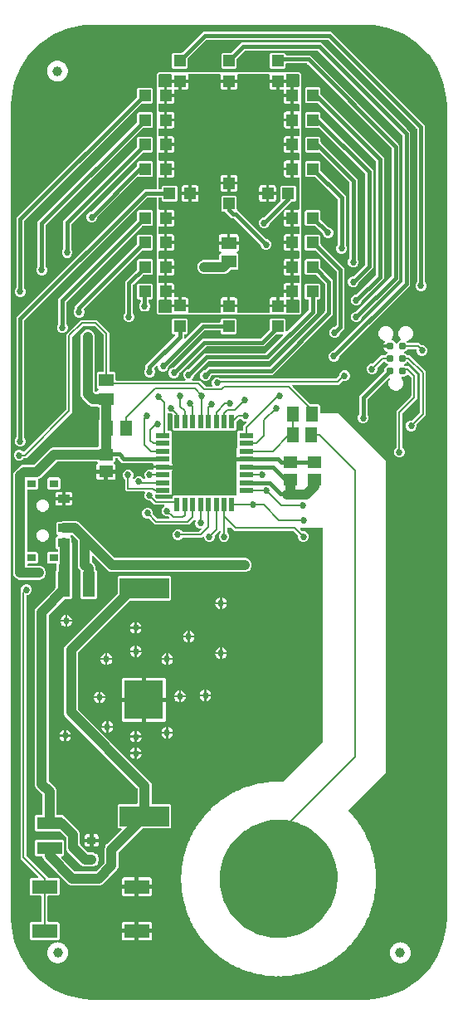
<source format=gtl>
G04 EAGLE Gerber RS-274X export*
G75*
%MOMM*%
%FSLAX34Y34*%
%LPD*%
%INTop Copper*%
%IPPOS*%
%AMOC8*
5,1,8,0,0,1.08239X$1,22.5*%
G01*
%ADD10R,5.050000X2.100000*%
%ADD11R,4.000000X4.000000*%
%ADD12R,1.465300X1.164600*%
%ADD13C,0.787000*%
%ADD14R,1.200000X1.200000*%
%ADD15R,0.900000X0.800000*%
%ADD16R,1.200000X0.900000*%
%ADD17R,2.600000X1.400000*%
%ADD18R,1.500000X1.300000*%
%ADD19R,1.300000X1.500000*%
%ADD20C,1.000000*%
%ADD21R,1.461200X0.500800*%
%ADD22R,0.500800X1.461200*%
%ADD23R,2.540000X1.270000*%
%ADD24R,1.270000X2.540000*%
%ADD25R,0.889000X0.787400*%
%ADD26C,0.406400*%
%ADD27C,0.685800*%
%ADD28C,0.203200*%
%ADD29C,1.016000*%

G36*
X372798Y2952D02*
X372798Y2952D01*
X372861Y2954D01*
X388588Y6082D01*
X388704Y6123D01*
X388778Y6140D01*
X403593Y12277D01*
X403699Y12339D01*
X403769Y12371D01*
X417102Y21279D01*
X417193Y21361D01*
X417256Y21406D01*
X428594Y32744D01*
X428668Y32842D01*
X428721Y32898D01*
X437629Y46231D01*
X437683Y46342D01*
X437723Y46407D01*
X443860Y61222D01*
X443890Y61340D01*
X443918Y61412D01*
X447046Y77139D01*
X447051Y77226D01*
X447064Y77288D01*
X447458Y85305D01*
X447456Y85333D01*
X447459Y85355D01*
X447459Y914645D01*
X447455Y914672D01*
X447458Y914695D01*
X447064Y922712D01*
X447048Y922798D01*
X447046Y922861D01*
X443918Y938588D01*
X443877Y938704D01*
X443860Y938778D01*
X437723Y953593D01*
X437661Y953699D01*
X437629Y953769D01*
X428721Y967102D01*
X428639Y967193D01*
X428594Y967256D01*
X417256Y978594D01*
X417158Y978668D01*
X417102Y978721D01*
X403769Y987629D01*
X403658Y987683D01*
X403593Y987723D01*
X388778Y993860D01*
X388660Y993890D01*
X388588Y993918D01*
X372861Y997046D01*
X372774Y997051D01*
X372712Y997064D01*
X364695Y997458D01*
X364667Y997456D01*
X364645Y997459D01*
X85355Y997459D01*
X85328Y997455D01*
X85305Y997458D01*
X77288Y997064D01*
X77202Y997048D01*
X77139Y997046D01*
X61412Y993918D01*
X61296Y993877D01*
X61222Y993860D01*
X46407Y987723D01*
X46301Y987661D01*
X46231Y987629D01*
X32898Y978721D01*
X32807Y978639D01*
X32744Y978594D01*
X21406Y967256D01*
X21332Y967158D01*
X21279Y967102D01*
X12371Y953769D01*
X12317Y953658D01*
X12277Y953593D01*
X6140Y938778D01*
X6110Y938660D01*
X6082Y938588D01*
X2954Y922861D01*
X2949Y922774D01*
X2936Y922712D01*
X2542Y914695D01*
X2544Y914667D01*
X2541Y914645D01*
X2541Y85355D01*
X2545Y85328D01*
X2542Y85305D01*
X2936Y77288D01*
X2952Y77202D01*
X2954Y77139D01*
X6082Y61412D01*
X6123Y61296D01*
X6140Y61222D01*
X12277Y46407D01*
X12339Y46301D01*
X12371Y46231D01*
X21279Y32898D01*
X21361Y32807D01*
X21406Y32744D01*
X32744Y21406D01*
X32842Y21332D01*
X32898Y21279D01*
X46231Y12371D01*
X46342Y12317D01*
X46407Y12277D01*
X61222Y6140D01*
X61340Y6110D01*
X61412Y6082D01*
X77139Y2954D01*
X77226Y2949D01*
X77288Y2936D01*
X85305Y2542D01*
X85333Y2544D01*
X85355Y2541D01*
X364645Y2541D01*
X364672Y2545D01*
X364695Y2542D01*
X372712Y2936D01*
X372798Y2952D01*
G37*
%LPC*%
G36*
X320975Y483058D02*
X320975Y483058D01*
X320977Y483116D01*
X320955Y483198D01*
X320943Y483282D01*
X320920Y483335D01*
X320905Y483391D01*
X320862Y483464D01*
X320827Y483541D01*
X320789Y483586D01*
X320760Y483636D01*
X320698Y483694D01*
X320644Y483758D01*
X320595Y483790D01*
X320552Y483830D01*
X320477Y483869D01*
X320407Y483916D01*
X320351Y483933D01*
X320299Y483960D01*
X320231Y483971D01*
X320136Y484001D01*
X320036Y484004D01*
X319968Y484015D01*
X298747Y484015D01*
X298718Y484011D01*
X298689Y484014D01*
X298578Y483991D01*
X298466Y483975D01*
X298439Y483963D01*
X298410Y483958D01*
X298310Y483905D01*
X298206Y483859D01*
X298184Y483840D01*
X298158Y483827D01*
X298076Y483749D01*
X297989Y483676D01*
X297973Y483651D01*
X297952Y483631D01*
X297895Y483533D01*
X297832Y483439D01*
X297823Y483411D01*
X297808Y483386D01*
X297780Y483276D01*
X297746Y483168D01*
X297745Y483139D01*
X297738Y483110D01*
X297742Y482997D01*
X297739Y482884D01*
X297746Y482855D01*
X297747Y482826D01*
X297782Y482718D01*
X297811Y482609D01*
X297826Y482583D01*
X297835Y482555D01*
X297880Y482492D01*
X297956Y482364D01*
X298001Y482321D01*
X298029Y482282D01*
X299552Y480759D01*
X299622Y480707D01*
X299686Y480647D01*
X299735Y480621D01*
X299780Y480588D01*
X299861Y480557D01*
X299939Y480517D01*
X299987Y480509D01*
X300045Y480487D01*
X300193Y480475D01*
X300270Y480462D01*
X302086Y480462D01*
X304094Y479630D01*
X305630Y478094D01*
X306462Y476086D01*
X306462Y473914D01*
X305630Y471906D01*
X304094Y470370D01*
X302086Y469538D01*
X299914Y469538D01*
X297906Y470370D01*
X296370Y471906D01*
X295538Y473914D01*
X295538Y475730D01*
X295526Y475816D01*
X295523Y475904D01*
X295506Y475956D01*
X295498Y476011D01*
X295463Y476091D01*
X295436Y476174D01*
X295408Y476213D01*
X295382Y476271D01*
X295286Y476384D01*
X295241Y476448D01*
X291035Y480654D01*
X290965Y480706D01*
X290901Y480766D01*
X290851Y480792D01*
X290807Y480825D01*
X290726Y480856D01*
X290648Y480896D01*
X290600Y480904D01*
X290542Y480926D01*
X290394Y480938D01*
X290317Y480951D01*
X230737Y480951D01*
X228654Y483034D01*
X228654Y483035D01*
X227971Y483718D01*
X227901Y483770D01*
X227837Y483830D01*
X227788Y483856D01*
X227743Y483889D01*
X227662Y483920D01*
X227584Y483960D01*
X227536Y483968D01*
X227478Y483990D01*
X227330Y484002D01*
X227253Y484015D01*
X224089Y484015D01*
X224031Y484007D01*
X223973Y484009D01*
X223891Y483987D01*
X223807Y483975D01*
X223754Y483952D01*
X223698Y483937D01*
X223625Y483894D01*
X223548Y483859D01*
X223503Y483821D01*
X223453Y483792D01*
X223395Y483730D01*
X223331Y483676D01*
X223299Y483627D01*
X223259Y483584D01*
X223220Y483509D01*
X223173Y483439D01*
X223156Y483383D01*
X223129Y483331D01*
X223118Y483263D01*
X223088Y483168D01*
X223085Y483068D01*
X223074Y483000D01*
X223074Y480071D01*
X223086Y479984D01*
X223089Y479897D01*
X223106Y479844D01*
X223114Y479789D01*
X223149Y479710D01*
X223176Y479626D01*
X223204Y479587D01*
X223230Y479530D01*
X223326Y479417D01*
X223371Y479353D01*
X224630Y478094D01*
X225462Y476086D01*
X225462Y473914D01*
X224630Y471906D01*
X223094Y470370D01*
X221086Y469538D01*
X218914Y469538D01*
X216906Y470370D01*
X215370Y471906D01*
X214538Y473914D01*
X214538Y476086D01*
X215370Y478094D01*
X216679Y479403D01*
X216731Y479473D01*
X216791Y479537D01*
X216817Y479586D01*
X216850Y479630D01*
X216881Y479712D01*
X216921Y479790D01*
X216929Y479837D01*
X216951Y479896D01*
X216963Y480044D01*
X216976Y480121D01*
X216976Y480214D01*
X216972Y480243D01*
X216975Y480272D01*
X216952Y480383D01*
X216936Y480495D01*
X216924Y480522D01*
X216919Y480551D01*
X216867Y480651D01*
X216820Y480755D01*
X216801Y480777D01*
X216788Y480803D01*
X216710Y480885D01*
X216637Y480972D01*
X216612Y480988D01*
X216592Y481009D01*
X216494Y481066D01*
X216400Y481129D01*
X216372Y481138D01*
X216347Y481153D01*
X216237Y481181D01*
X216129Y481215D01*
X216099Y481216D01*
X216071Y481223D01*
X215958Y481219D01*
X215845Y481222D01*
X215816Y481215D01*
X215787Y481214D01*
X215679Y481179D01*
X215570Y481150D01*
X215544Y481135D01*
X215516Y481126D01*
X215453Y481081D01*
X215325Y481005D01*
X215282Y480960D01*
X215243Y480932D01*
X210759Y476448D01*
X210707Y476378D01*
X210647Y476314D01*
X210621Y476264D01*
X210588Y476220D01*
X210557Y476139D01*
X210517Y476061D01*
X210509Y476013D01*
X210487Y475955D01*
X210475Y475807D01*
X210462Y475730D01*
X210462Y473914D01*
X209630Y471906D01*
X208094Y470370D01*
X206086Y469538D01*
X203914Y469538D01*
X201906Y470370D01*
X200370Y471906D01*
X199468Y474083D01*
X199410Y474182D01*
X199357Y474284D01*
X199338Y474304D01*
X199324Y474328D01*
X199240Y474407D01*
X199161Y474490D01*
X199137Y474504D01*
X199117Y474523D01*
X199015Y474576D01*
X198916Y474634D01*
X198889Y474641D01*
X198864Y474653D01*
X198751Y474676D01*
X198640Y474704D01*
X198612Y474703D01*
X198585Y474708D01*
X198471Y474699D01*
X198356Y474695D01*
X198330Y474686D01*
X198302Y474684D01*
X198195Y474643D01*
X198085Y474607D01*
X198065Y474593D01*
X198037Y474582D01*
X197824Y474421D01*
X197812Y474413D01*
X197263Y473863D01*
X178096Y473863D01*
X178009Y473851D01*
X177922Y473848D01*
X177869Y473831D01*
X177814Y473823D01*
X177735Y473788D01*
X177651Y473761D01*
X177612Y473733D01*
X177555Y473707D01*
X177442Y473611D01*
X177378Y473566D01*
X176094Y472282D01*
X174086Y471450D01*
X171914Y471450D01*
X169906Y472282D01*
X168370Y473818D01*
X168134Y474388D01*
X168134Y474389D01*
X167538Y475826D01*
X167538Y477998D01*
X168370Y480006D01*
X169906Y481542D01*
X171914Y482374D01*
X174086Y482374D01*
X176094Y481542D01*
X177378Y480258D01*
X177448Y480206D01*
X177512Y480146D01*
X177561Y480120D01*
X177605Y480087D01*
X177687Y480056D01*
X177765Y480016D01*
X177812Y480008D01*
X177871Y479986D01*
X178019Y479974D01*
X178096Y479961D01*
X194317Y479961D01*
X194403Y479973D01*
X194491Y479976D01*
X194543Y479993D01*
X194598Y480001D01*
X194678Y480036D01*
X194761Y480063D01*
X194800Y480091D01*
X194858Y480117D01*
X194971Y480213D01*
X195035Y480258D01*
X196582Y481805D01*
X196599Y481829D01*
X196622Y481848D01*
X196685Y481942D01*
X196752Y482032D01*
X196763Y482060D01*
X196779Y482084D01*
X196813Y482192D01*
X196854Y482298D01*
X196856Y482327D01*
X196865Y482355D01*
X196868Y482469D01*
X196877Y482581D01*
X196872Y482610D01*
X196872Y482639D01*
X196844Y482749D01*
X196821Y482860D01*
X196808Y482886D01*
X196800Y482914D01*
X196743Y483012D01*
X196690Y483112D01*
X196670Y483134D01*
X196655Y483159D01*
X196573Y483236D01*
X196495Y483318D01*
X196469Y483333D01*
X196448Y483353D01*
X196347Y483405D01*
X196249Y483462D01*
X196221Y483469D01*
X196195Y483483D01*
X196117Y483496D01*
X195974Y483532D01*
X195911Y483530D01*
X195864Y483538D01*
X194914Y483538D01*
X192906Y484370D01*
X191370Y485906D01*
X190538Y487914D01*
X190538Y490086D01*
X190806Y490732D01*
X190827Y490815D01*
X190858Y490895D01*
X190862Y490952D01*
X190877Y491007D01*
X190874Y491093D01*
X190881Y491179D01*
X190870Y491234D01*
X190868Y491291D01*
X190842Y491373D01*
X190825Y491457D01*
X190799Y491508D01*
X190782Y491562D01*
X190734Y491633D01*
X190694Y491710D01*
X190655Y491751D01*
X190623Y491798D01*
X190558Y491853D01*
X190499Y491916D01*
X190449Y491945D01*
X190406Y491981D01*
X190327Y492016D01*
X190253Y492059D01*
X190198Y492073D01*
X190146Y492097D01*
X190061Y492108D01*
X189978Y492130D01*
X189921Y492128D01*
X189865Y492136D01*
X189779Y492123D01*
X189694Y492121D01*
X189640Y492103D01*
X189583Y492095D01*
X189505Y492059D01*
X189423Y492033D01*
X189383Y492004D01*
X189324Y491978D01*
X189214Y491884D01*
X189150Y491838D01*
X184263Y486951D01*
X149737Y486951D01*
X145971Y490718D01*
X143448Y493241D01*
X143378Y493293D01*
X143370Y493301D01*
X143314Y493353D01*
X143264Y493379D01*
X143220Y493412D01*
X143139Y493443D01*
X143061Y493483D01*
X143013Y493491D01*
X142955Y493513D01*
X142807Y493525D01*
X142730Y493538D01*
X140914Y493538D01*
X138906Y494370D01*
X137370Y495906D01*
X136538Y497914D01*
X136538Y500086D01*
X137370Y502094D01*
X138906Y503630D01*
X140914Y504462D01*
X143086Y504462D01*
X145094Y503630D01*
X146630Y502094D01*
X147462Y500086D01*
X147462Y498270D01*
X147474Y498184D01*
X147477Y498096D01*
X147494Y498044D01*
X147502Y497989D01*
X147537Y497909D01*
X147564Y497826D01*
X147592Y497787D01*
X147618Y497729D01*
X147714Y497616D01*
X147759Y497552D01*
X151965Y493346D01*
X152035Y493294D01*
X152099Y493234D01*
X152149Y493208D01*
X152193Y493175D01*
X152274Y493144D01*
X152352Y493104D01*
X152400Y493096D01*
X152458Y493074D01*
X152606Y493062D01*
X152683Y493049D01*
X163189Y493049D01*
X163218Y493053D01*
X163247Y493050D01*
X163358Y493073D01*
X163470Y493089D01*
X163497Y493101D01*
X163526Y493106D01*
X163626Y493158D01*
X163730Y493205D01*
X163752Y493224D01*
X163778Y493237D01*
X163860Y493315D01*
X163947Y493388D01*
X163963Y493413D01*
X163984Y493433D01*
X164041Y493531D01*
X164104Y493625D01*
X164113Y493653D01*
X164128Y493678D01*
X164156Y493788D01*
X164190Y493896D01*
X164191Y493925D01*
X164198Y493954D01*
X164194Y494067D01*
X164197Y494180D01*
X164190Y494209D01*
X164189Y494238D01*
X164154Y494346D01*
X164125Y494455D01*
X164111Y494481D01*
X164101Y494509D01*
X164056Y494573D01*
X163980Y494700D01*
X163935Y494743D01*
X163907Y494782D01*
X163448Y495241D01*
X163378Y495294D01*
X163314Y495353D01*
X163265Y495379D01*
X163220Y495412D01*
X163139Y495443D01*
X163061Y495483D01*
X163013Y495491D01*
X162955Y495513D01*
X162807Y495525D01*
X162730Y495538D01*
X160914Y495538D01*
X158906Y496370D01*
X157370Y497906D01*
X156538Y499914D01*
X156538Y502086D01*
X157370Y504094D01*
X158930Y505654D01*
X158981Y505677D01*
X159024Y505714D01*
X159073Y505742D01*
X159132Y505805D01*
X159198Y505861D01*
X159229Y505908D01*
X159268Y505949D01*
X159308Y506026D01*
X159356Y506097D01*
X159373Y506151D01*
X159399Y506202D01*
X159415Y506286D01*
X159441Y506368D01*
X159443Y506425D01*
X159454Y506481D01*
X159446Y506566D01*
X159449Y506652D01*
X159434Y506707D01*
X159429Y506764D01*
X159398Y506844D01*
X159377Y506927D01*
X159348Y506976D01*
X159327Y507029D01*
X159275Y507098D01*
X159232Y507172D01*
X159190Y507211D01*
X159156Y507256D01*
X159087Y507307D01*
X159024Y507366D01*
X158974Y507392D01*
X158928Y507426D01*
X158848Y507457D01*
X158771Y507496D01*
X158722Y507504D01*
X158662Y507527D01*
X158517Y507538D01*
X158440Y507551D01*
X149137Y507551D01*
X145448Y511241D01*
X145378Y511293D01*
X145314Y511353D01*
X145264Y511379D01*
X145220Y511412D01*
X145139Y511443D01*
X145061Y511483D01*
X145013Y511491D01*
X144955Y511513D01*
X144807Y511525D01*
X144730Y511538D01*
X142914Y511538D01*
X140906Y512370D01*
X139370Y513906D01*
X138538Y515914D01*
X138538Y518086D01*
X139185Y519647D01*
X139214Y519759D01*
X139248Y519868D01*
X139249Y519896D01*
X139256Y519923D01*
X139253Y520037D01*
X139256Y520152D01*
X139248Y520179D01*
X139248Y520207D01*
X139213Y520316D01*
X139184Y520427D01*
X139170Y520451D01*
X139161Y520478D01*
X139097Y520573D01*
X139038Y520672D01*
X139018Y520691D01*
X139003Y520714D01*
X138915Y520788D01*
X138831Y520866D01*
X138806Y520879D01*
X138785Y520897D01*
X138680Y520943D01*
X138578Y520996D01*
X138553Y521000D01*
X138525Y521012D01*
X138262Y521049D01*
X138247Y521051D01*
X120737Y521051D01*
X118951Y522837D01*
X118951Y532816D01*
X118939Y532903D01*
X118936Y532990D01*
X118919Y533043D01*
X118911Y533098D01*
X118876Y533177D01*
X118849Y533261D01*
X118821Y533300D01*
X118795Y533357D01*
X118699Y533470D01*
X118654Y533534D01*
X117370Y534818D01*
X116538Y536826D01*
X116538Y538998D01*
X117370Y541006D01*
X118906Y542542D01*
X120914Y543374D01*
X123086Y543374D01*
X125094Y542542D01*
X126630Y541006D01*
X127462Y538998D01*
X127462Y536826D01*
X126841Y535328D01*
X126820Y535244D01*
X126789Y535164D01*
X126784Y535107D01*
X126770Y535052D01*
X126773Y534966D01*
X126766Y534881D01*
X126777Y534825D01*
X126778Y534768D01*
X126805Y534686D01*
X126821Y534602D01*
X126848Y534551D01*
X126865Y534497D01*
X126913Y534426D01*
X126952Y534350D01*
X126992Y534308D01*
X127023Y534261D01*
X127089Y534206D01*
X127148Y534144D01*
X127197Y534115D01*
X127241Y534078D01*
X127319Y534043D01*
X127394Y534000D01*
X127449Y533986D01*
X127501Y533963D01*
X127586Y533951D01*
X127669Y533930D01*
X127726Y533932D01*
X127782Y533924D01*
X127867Y533936D01*
X127953Y533939D01*
X128007Y533956D01*
X128064Y533964D01*
X128142Y534000D01*
X128224Y534026D01*
X128264Y534055D01*
X128323Y534082D01*
X128433Y534175D01*
X128497Y534221D01*
X129906Y535630D01*
X131914Y536462D01*
X134086Y536462D01*
X136094Y535630D01*
X137565Y534159D01*
X137634Y534107D01*
X137696Y534048D01*
X137747Y534022D01*
X137792Y533988D01*
X137873Y533957D01*
X137949Y533918D01*
X138005Y533907D01*
X138058Y533887D01*
X138144Y533880D01*
X138228Y533863D01*
X138285Y533868D01*
X138341Y533863D01*
X138426Y533880D01*
X138511Y533887D01*
X138564Y533908D01*
X138620Y533919D01*
X138696Y533959D01*
X138777Y533990D01*
X138822Y534024D01*
X138872Y534050D01*
X138935Y534109D01*
X139003Y534161D01*
X139037Y534207D01*
X139079Y534246D01*
X139122Y534320D01*
X139173Y534389D01*
X139193Y534442D01*
X139222Y534491D01*
X139243Y534574D01*
X139274Y534655D01*
X139278Y534712D01*
X139292Y534767D01*
X139290Y534853D01*
X139296Y534938D01*
X139285Y534986D01*
X139283Y535051D01*
X139239Y535189D01*
X139221Y535265D01*
X138538Y536914D01*
X138538Y539086D01*
X139370Y541094D01*
X140906Y542630D01*
X142914Y543462D01*
X145086Y543462D01*
X146274Y542970D01*
X146386Y542941D01*
X146495Y542906D01*
X146523Y542906D01*
X146550Y542899D01*
X146664Y542902D01*
X146779Y542899D01*
X146806Y542906D01*
X146834Y542907D01*
X146943Y542942D01*
X147054Y542971D01*
X147078Y542985D01*
X147105Y542993D01*
X147200Y543057D01*
X147299Y543116D01*
X147318Y543136D01*
X147341Y543152D01*
X147415Y543240D01*
X147493Y543323D01*
X147506Y543348D01*
X147524Y543369D01*
X147570Y543474D01*
X147623Y543576D01*
X147627Y543601D01*
X147639Y543629D01*
X147676Y543893D01*
X147678Y543908D01*
X147678Y544849D01*
X157289Y544849D01*
X157347Y544857D01*
X157405Y544855D01*
X157487Y544877D01*
X157530Y544883D01*
X157593Y544863D01*
X157693Y544860D01*
X157761Y544849D01*
X167372Y544849D01*
X167372Y543262D01*
X167199Y542615D01*
X167000Y542271D01*
X166963Y542181D01*
X166919Y542094D01*
X166913Y542055D01*
X166893Y542007D01*
X166876Y541836D01*
X166864Y541763D01*
X166864Y534744D01*
X166850Y534731D01*
X166807Y534658D01*
X166757Y534591D01*
X166736Y534536D01*
X166706Y534486D01*
X166686Y534404D01*
X166656Y534325D01*
X166651Y534267D01*
X166636Y534210D01*
X166639Y534126D01*
X166632Y534042D01*
X166643Y533984D01*
X166645Y533926D01*
X166671Y533846D01*
X166688Y533763D01*
X166715Y533711D01*
X166733Y533655D01*
X166773Y533599D01*
X166819Y533511D01*
X166864Y533463D01*
X166864Y526744D01*
X166850Y526731D01*
X166807Y526658D01*
X166757Y526591D01*
X166736Y526536D01*
X166706Y526486D01*
X166686Y526404D01*
X166656Y526325D01*
X166651Y526267D01*
X166636Y526210D01*
X166639Y526126D01*
X166632Y526042D01*
X166643Y525984D01*
X166645Y525926D01*
X166671Y525846D01*
X166688Y525763D01*
X166715Y525711D01*
X166733Y525655D01*
X166773Y525599D01*
X166819Y525511D01*
X166864Y525463D01*
X166864Y518754D01*
X165673Y517563D01*
X150477Y517563D01*
X150419Y517555D01*
X150361Y517557D01*
X150279Y517535D01*
X150195Y517523D01*
X150142Y517500D01*
X150086Y517485D01*
X150013Y517442D01*
X149936Y517407D01*
X149891Y517369D01*
X149841Y517340D01*
X149783Y517278D01*
X149719Y517224D01*
X149687Y517175D01*
X149647Y517132D01*
X149608Y517057D01*
X149561Y516987D01*
X149544Y516931D01*
X149517Y516879D01*
X149506Y516811D01*
X149476Y516716D01*
X149473Y516616D01*
X149462Y516548D01*
X149462Y516270D01*
X149474Y516184D01*
X149477Y516096D01*
X149494Y516044D01*
X149502Y515989D01*
X149537Y515909D01*
X149564Y515826D01*
X149592Y515787D01*
X149618Y515729D01*
X149673Y515664D01*
X149699Y515621D01*
X149733Y515589D01*
X149759Y515552D01*
X151365Y513946D01*
X151435Y513894D01*
X151499Y513834D01*
X151549Y513808D01*
X151593Y513775D01*
X151674Y513744D01*
X151752Y513704D01*
X151800Y513696D01*
X151858Y513674D01*
X152006Y513662D01*
X152083Y513649D01*
X166473Y513649D01*
X166531Y513657D01*
X166589Y513655D01*
X166671Y513677D01*
X166755Y513689D01*
X166808Y513712D01*
X166864Y513727D01*
X166937Y513770D01*
X167014Y513805D01*
X167059Y513843D01*
X167109Y513872D01*
X167167Y513934D01*
X167231Y513988D01*
X167263Y514037D01*
X167303Y514080D01*
X167342Y514155D01*
X167389Y514225D01*
X167406Y514281D01*
X167433Y514333D01*
X167444Y514401D01*
X167474Y514496D01*
X167477Y514596D01*
X167488Y514664D01*
X167488Y515748D01*
X168679Y516939D01*
X175381Y516939D01*
X175394Y516925D01*
X175467Y516882D01*
X175534Y516832D01*
X175589Y516811D01*
X175639Y516781D01*
X175721Y516761D01*
X175800Y516731D01*
X175858Y516726D01*
X175915Y516711D01*
X175999Y516714D01*
X176083Y516707D01*
X176141Y516718D01*
X176199Y516720D01*
X176279Y516746D01*
X176362Y516763D01*
X176414Y516790D01*
X176470Y516808D01*
X176526Y516848D01*
X176614Y516894D01*
X176662Y516939D01*
X183381Y516939D01*
X183394Y516925D01*
X183467Y516882D01*
X183534Y516832D01*
X183589Y516811D01*
X183639Y516781D01*
X183721Y516761D01*
X183800Y516731D01*
X183858Y516726D01*
X183915Y516711D01*
X183999Y516714D01*
X184083Y516707D01*
X184141Y516718D01*
X184199Y516720D01*
X184279Y516746D01*
X184362Y516763D01*
X184414Y516790D01*
X184470Y516808D01*
X184526Y516848D01*
X184614Y516894D01*
X184662Y516939D01*
X191381Y516939D01*
X191394Y516925D01*
X191467Y516882D01*
X191534Y516832D01*
X191589Y516811D01*
X191639Y516781D01*
X191721Y516761D01*
X191800Y516731D01*
X191858Y516726D01*
X191915Y516711D01*
X191999Y516714D01*
X192083Y516707D01*
X192141Y516718D01*
X192199Y516720D01*
X192279Y516746D01*
X192362Y516763D01*
X192414Y516790D01*
X192470Y516808D01*
X192526Y516848D01*
X192614Y516894D01*
X192662Y516939D01*
X199381Y516939D01*
X199394Y516925D01*
X199467Y516882D01*
X199534Y516832D01*
X199589Y516811D01*
X199639Y516781D01*
X199721Y516761D01*
X199800Y516731D01*
X199858Y516726D01*
X199915Y516711D01*
X199999Y516714D01*
X200083Y516707D01*
X200141Y516718D01*
X200199Y516720D01*
X200279Y516746D01*
X200362Y516763D01*
X200414Y516790D01*
X200470Y516808D01*
X200526Y516848D01*
X200614Y516894D01*
X200662Y516939D01*
X207381Y516939D01*
X207394Y516925D01*
X207467Y516882D01*
X207534Y516832D01*
X207589Y516811D01*
X207639Y516781D01*
X207721Y516761D01*
X207800Y516731D01*
X207858Y516726D01*
X207915Y516711D01*
X207999Y516714D01*
X208083Y516707D01*
X208141Y516718D01*
X208199Y516720D01*
X208279Y516746D01*
X208362Y516763D01*
X208414Y516790D01*
X208470Y516808D01*
X208526Y516848D01*
X208614Y516894D01*
X208662Y516939D01*
X215381Y516939D01*
X215394Y516925D01*
X215467Y516882D01*
X215534Y516832D01*
X215589Y516811D01*
X215639Y516781D01*
X215721Y516761D01*
X215800Y516731D01*
X215858Y516726D01*
X215915Y516711D01*
X215999Y516714D01*
X216083Y516707D01*
X216141Y516718D01*
X216199Y516720D01*
X216279Y516746D01*
X216362Y516763D01*
X216414Y516790D01*
X216470Y516808D01*
X216526Y516848D01*
X216614Y516894D01*
X216662Y516939D01*
X223381Y516939D01*
X223394Y516925D01*
X223467Y516882D01*
X223534Y516832D01*
X223589Y516811D01*
X223639Y516781D01*
X223721Y516761D01*
X223800Y516731D01*
X223858Y516726D01*
X223915Y516711D01*
X223999Y516714D01*
X224083Y516707D01*
X224141Y516718D01*
X224199Y516720D01*
X224279Y516746D01*
X224362Y516763D01*
X224414Y516790D01*
X224470Y516808D01*
X224526Y516848D01*
X224614Y516894D01*
X224662Y516939D01*
X231398Y516939D01*
X231419Y516925D01*
X231509Y516857D01*
X231537Y516846D01*
X231561Y516830D01*
X231669Y516796D01*
X231775Y516755D01*
X231804Y516753D01*
X231832Y516744D01*
X231946Y516741D01*
X232058Y516732D01*
X232087Y516738D01*
X232116Y516737D01*
X232226Y516766D01*
X232337Y516788D01*
X232363Y516801D01*
X232391Y516809D01*
X232489Y516867D01*
X232589Y516919D01*
X232611Y516939D01*
X232636Y516954D01*
X232713Y517037D01*
X232795Y517115D01*
X232810Y517140D01*
X232830Y517161D01*
X232882Y517262D01*
X232939Y517360D01*
X232946Y517388D01*
X232960Y517414D01*
X232973Y517492D01*
X233009Y517635D01*
X233007Y517698D01*
X233015Y517745D01*
X233015Y550060D01*
X233002Y550156D01*
X232997Y550253D01*
X232983Y550291D01*
X232975Y550341D01*
X232905Y550498D01*
X232879Y550567D01*
X232851Y550615D01*
X232678Y551262D01*
X232678Y553118D01*
X232694Y553134D01*
X232758Y553188D01*
X232790Y553237D01*
X232830Y553280D01*
X232869Y553355D01*
X232916Y553425D01*
X232933Y553481D01*
X232960Y553533D01*
X232971Y553601D01*
X233001Y553696D01*
X233004Y553796D01*
X233015Y553864D01*
X233015Y554336D01*
X233007Y554394D01*
X233009Y554452D01*
X232987Y554534D01*
X232975Y554618D01*
X232952Y554671D01*
X232937Y554727D01*
X232894Y554800D01*
X232859Y554877D01*
X232821Y554922D01*
X232792Y554972D01*
X232730Y555030D01*
X232678Y555091D01*
X232678Y556938D01*
X232851Y557585D01*
X232879Y557633D01*
X232916Y557723D01*
X232960Y557809D01*
X232966Y557849D01*
X232985Y557896D01*
X233003Y558068D01*
X233015Y558140D01*
X233015Y564614D01*
X233027Y564636D01*
X233060Y564680D01*
X233091Y564762D01*
X233131Y564840D01*
X233139Y564888D01*
X233161Y564946D01*
X233173Y565094D01*
X233186Y565171D01*
X233186Y565456D01*
X233200Y565469D01*
X233243Y565542D01*
X233293Y565609D01*
X233314Y565664D01*
X233344Y565714D01*
X233364Y565796D01*
X233394Y565875D01*
X233399Y565933D01*
X233414Y565990D01*
X233411Y566074D01*
X233418Y566158D01*
X233407Y566216D01*
X233405Y566274D01*
X233379Y566354D01*
X233362Y566437D01*
X233335Y566489D01*
X233317Y566545D01*
X233277Y566601D01*
X233231Y566689D01*
X233186Y566737D01*
X233186Y573456D01*
X233200Y573469D01*
X233243Y573542D01*
X233293Y573609D01*
X233314Y573664D01*
X233344Y573714D01*
X233364Y573796D01*
X233394Y573875D01*
X233399Y573933D01*
X233414Y573990D01*
X233411Y574074D01*
X233418Y574158D01*
X233407Y574216D01*
X233405Y574274D01*
X233379Y574354D01*
X233362Y574437D01*
X233335Y574489D01*
X233317Y574545D01*
X233277Y574601D01*
X233231Y574689D01*
X233186Y574737D01*
X233186Y581446D01*
X234377Y582637D01*
X238461Y582637D01*
X238519Y582645D01*
X238577Y582643D01*
X238659Y582665D01*
X238743Y582677D01*
X238796Y582700D01*
X238852Y582715D01*
X238925Y582758D01*
X239002Y582793D01*
X239047Y582831D01*
X239097Y582860D01*
X239155Y582922D01*
X239219Y582976D01*
X239251Y583025D01*
X239291Y583068D01*
X239330Y583143D01*
X239377Y583213D01*
X239394Y583269D01*
X239421Y583321D01*
X239432Y583389D01*
X239462Y583484D01*
X239465Y583584D01*
X239476Y583652D01*
X239476Y587788D01*
X240718Y589029D01*
X240718Y589030D01*
X241559Y589871D01*
X241560Y589871D01*
X242494Y590805D01*
X242511Y590829D01*
X242534Y590848D01*
X242596Y590942D01*
X242664Y591032D01*
X242675Y591060D01*
X242691Y591084D01*
X242725Y591192D01*
X242766Y591298D01*
X242768Y591327D01*
X242777Y591355D01*
X242780Y591469D01*
X242789Y591581D01*
X242784Y591610D01*
X242784Y591639D01*
X242756Y591749D01*
X242733Y591860D01*
X242720Y591886D01*
X242712Y591914D01*
X242655Y592012D01*
X242602Y592112D01*
X242582Y592134D01*
X242567Y592159D01*
X242485Y592236D01*
X242407Y592318D01*
X242381Y592333D01*
X242360Y592353D01*
X242259Y592405D01*
X242161Y592462D01*
X242133Y592469D01*
X242107Y592483D01*
X242029Y592496D01*
X241886Y592532D01*
X241823Y592530D01*
X241776Y592538D01*
X240914Y592538D01*
X238906Y593370D01*
X237622Y594654D01*
X237552Y594706D01*
X237488Y594766D01*
X237439Y594792D01*
X237395Y594825D01*
X237313Y594856D01*
X237235Y594896D01*
X237188Y594904D01*
X237129Y594926D01*
X236981Y594938D01*
X236904Y594951D01*
X235683Y594951D01*
X235597Y594939D01*
X235509Y594936D01*
X235457Y594919D01*
X235402Y594911D01*
X235322Y594876D01*
X235239Y594849D01*
X235200Y594821D01*
X235142Y594795D01*
X235029Y594699D01*
X234965Y594654D01*
X232859Y592548D01*
X232807Y592478D01*
X232747Y592414D01*
X232721Y592364D01*
X232688Y592320D01*
X232657Y592239D01*
X232617Y592161D01*
X232609Y592113D01*
X232587Y592055D01*
X232575Y591907D01*
X232562Y591830D01*
X232562Y584452D01*
X231371Y583261D01*
X224669Y583261D01*
X224656Y583275D01*
X224583Y583318D01*
X224516Y583368D01*
X224461Y583389D01*
X224411Y583419D01*
X224329Y583439D01*
X224250Y583469D01*
X224192Y583474D01*
X224135Y583489D01*
X224051Y583486D01*
X223967Y583493D01*
X223909Y583482D01*
X223851Y583480D01*
X223771Y583454D01*
X223688Y583437D01*
X223636Y583410D01*
X223580Y583392D01*
X223524Y583352D01*
X223436Y583306D01*
X223388Y583261D01*
X216669Y583261D01*
X216656Y583275D01*
X216583Y583318D01*
X216516Y583368D01*
X216461Y583389D01*
X216411Y583419D01*
X216329Y583439D01*
X216250Y583469D01*
X216192Y583474D01*
X216135Y583489D01*
X216051Y583486D01*
X215967Y583493D01*
X215909Y583482D01*
X215851Y583480D01*
X215771Y583454D01*
X215688Y583437D01*
X215636Y583410D01*
X215580Y583392D01*
X215524Y583352D01*
X215436Y583306D01*
X215388Y583261D01*
X208669Y583261D01*
X208656Y583275D01*
X208583Y583318D01*
X208516Y583368D01*
X208461Y583389D01*
X208411Y583419D01*
X208329Y583439D01*
X208250Y583469D01*
X208192Y583474D01*
X208135Y583489D01*
X208051Y583486D01*
X207967Y583493D01*
X207909Y583482D01*
X207851Y583480D01*
X207771Y583454D01*
X207688Y583437D01*
X207636Y583410D01*
X207580Y583392D01*
X207524Y583352D01*
X207436Y583306D01*
X207388Y583261D01*
X200669Y583261D01*
X200656Y583275D01*
X200583Y583318D01*
X200516Y583368D01*
X200461Y583389D01*
X200411Y583419D01*
X200329Y583439D01*
X200250Y583469D01*
X200192Y583474D01*
X200135Y583489D01*
X200051Y583486D01*
X199967Y583493D01*
X199909Y583482D01*
X199851Y583480D01*
X199771Y583454D01*
X199688Y583437D01*
X199636Y583410D01*
X199580Y583392D01*
X199524Y583352D01*
X199436Y583306D01*
X199388Y583261D01*
X192669Y583261D01*
X192656Y583275D01*
X192583Y583318D01*
X192516Y583368D01*
X192461Y583389D01*
X192411Y583419D01*
X192329Y583439D01*
X192250Y583469D01*
X192192Y583474D01*
X192135Y583489D01*
X192051Y583486D01*
X191967Y583493D01*
X191909Y583482D01*
X191851Y583480D01*
X191771Y583454D01*
X191688Y583437D01*
X191636Y583410D01*
X191580Y583392D01*
X191524Y583352D01*
X191436Y583306D01*
X191388Y583261D01*
X184669Y583261D01*
X184656Y583275D01*
X184583Y583318D01*
X184516Y583368D01*
X184461Y583389D01*
X184411Y583419D01*
X184329Y583439D01*
X184250Y583469D01*
X184192Y583474D01*
X184135Y583489D01*
X184051Y583486D01*
X183967Y583493D01*
X183909Y583482D01*
X183851Y583480D01*
X183771Y583454D01*
X183688Y583437D01*
X183636Y583410D01*
X183580Y583392D01*
X183524Y583352D01*
X183436Y583306D01*
X183388Y583261D01*
X176669Y583261D01*
X176656Y583275D01*
X176583Y583318D01*
X176516Y583368D01*
X176461Y583389D01*
X176411Y583419D01*
X176329Y583439D01*
X176250Y583469D01*
X176192Y583474D01*
X176135Y583489D01*
X176051Y583486D01*
X175967Y583493D01*
X175909Y583482D01*
X175851Y583480D01*
X175771Y583454D01*
X175688Y583437D01*
X175636Y583410D01*
X175580Y583392D01*
X175524Y583352D01*
X175436Y583306D01*
X175388Y583261D01*
X168679Y583261D01*
X167488Y584452D01*
X167488Y599523D01*
X167480Y599579D01*
X167482Y599624D01*
X167481Y599625D01*
X167482Y599639D01*
X167460Y599721D01*
X167448Y599805D01*
X167425Y599858D01*
X167410Y599914D01*
X167367Y599987D01*
X167332Y600064D01*
X167294Y600109D01*
X167265Y600159D01*
X167203Y600217D01*
X167149Y600281D01*
X167100Y600313D01*
X167057Y600353D01*
X166982Y600392D01*
X166912Y600439D01*
X166856Y600456D01*
X166804Y600483D01*
X166736Y600494D01*
X166641Y600524D01*
X166541Y600527D01*
X166473Y600538D01*
X164914Y600538D01*
X163453Y601143D01*
X163341Y601172D01*
X163232Y601207D01*
X163204Y601208D01*
X163177Y601214D01*
X163063Y601211D01*
X162948Y601214D01*
X162921Y601207D01*
X162893Y601206D01*
X162784Y601171D01*
X162673Y601142D01*
X162649Y601128D01*
X162622Y601120D01*
X162527Y601056D01*
X162428Y600997D01*
X162409Y600977D01*
X162386Y600961D01*
X162312Y600874D01*
X162234Y600790D01*
X162221Y600765D01*
X162203Y600744D01*
X162157Y600639D01*
X162104Y600537D01*
X162100Y600512D01*
X162088Y600484D01*
X162051Y600220D01*
X162049Y600206D01*
X162049Y583652D01*
X162057Y583594D01*
X162055Y583536D01*
X162077Y583454D01*
X162089Y583370D01*
X162112Y583317D01*
X162127Y583261D01*
X162170Y583188D01*
X162205Y583111D01*
X162243Y583066D01*
X162272Y583016D01*
X162334Y582958D01*
X162388Y582894D01*
X162437Y582862D01*
X162480Y582822D01*
X162555Y582783D01*
X162625Y582736D01*
X162681Y582719D01*
X162733Y582692D01*
X162801Y582681D01*
X162896Y582651D01*
X162996Y582648D01*
X163064Y582637D01*
X165673Y582637D01*
X166864Y581446D01*
X166864Y574744D01*
X166850Y574731D01*
X166807Y574658D01*
X166757Y574591D01*
X166736Y574536D01*
X166706Y574486D01*
X166686Y574404D01*
X166656Y574325D01*
X166651Y574267D01*
X166636Y574210D01*
X166639Y574126D01*
X166632Y574042D01*
X166643Y573984D01*
X166645Y573926D01*
X166671Y573846D01*
X166688Y573763D01*
X166715Y573711D01*
X166733Y573655D01*
X166773Y573599D01*
X166819Y573511D01*
X166864Y573463D01*
X166864Y566744D01*
X166850Y566731D01*
X166807Y566658D01*
X166757Y566591D01*
X166736Y566536D01*
X166706Y566486D01*
X166686Y566404D01*
X166656Y566325D01*
X166651Y566267D01*
X166636Y566210D01*
X166639Y566126D01*
X166632Y566042D01*
X166643Y565984D01*
X166645Y565926D01*
X166671Y565846D01*
X166688Y565763D01*
X166715Y565711D01*
X166733Y565655D01*
X166773Y565599D01*
X166819Y565511D01*
X166864Y565463D01*
X166864Y558744D01*
X166850Y558731D01*
X166807Y558658D01*
X166757Y558591D01*
X166736Y558536D01*
X166706Y558486D01*
X166686Y558404D01*
X166656Y558325D01*
X166651Y558267D01*
X166636Y558210D01*
X166639Y558126D01*
X166632Y558042D01*
X166643Y557984D01*
X166645Y557926D01*
X166671Y557846D01*
X166688Y557763D01*
X166715Y557711D01*
X166733Y557655D01*
X166773Y557599D01*
X166819Y557511D01*
X166864Y557463D01*
X166864Y550437D01*
X166877Y550340D01*
X166882Y550243D01*
X166896Y550206D01*
X166904Y550155D01*
X166974Y549998D01*
X167000Y549929D01*
X167199Y549585D01*
X167372Y548938D01*
X167372Y547351D01*
X157761Y547351D01*
X157703Y547343D01*
X157645Y547345D01*
X157563Y547323D01*
X157520Y547317D01*
X157457Y547337D01*
X157357Y547340D01*
X157289Y547351D01*
X147678Y547351D01*
X147678Y549020D01*
X147670Y549078D01*
X147672Y549136D01*
X147650Y549218D01*
X147638Y549302D01*
X147615Y549355D01*
X147600Y549411D01*
X147557Y549484D01*
X147522Y549561D01*
X147484Y549606D01*
X147455Y549656D01*
X147393Y549714D01*
X147339Y549778D01*
X147290Y549810D01*
X147247Y549850D01*
X147172Y549889D01*
X147102Y549936D01*
X147046Y549953D01*
X146994Y549980D01*
X146926Y549991D01*
X146831Y550021D01*
X146731Y550024D01*
X146663Y550035D01*
X116216Y550035D01*
X111614Y554638D01*
X111544Y554690D01*
X111480Y554750D01*
X111431Y554776D01*
X111386Y554809D01*
X111305Y554840D01*
X111227Y554880D01*
X111179Y554888D01*
X111121Y554910D01*
X110973Y554922D01*
X110896Y554935D01*
X109874Y554935D01*
X109817Y554927D01*
X109758Y554929D01*
X109677Y554907D01*
X109593Y554895D01*
X109540Y554872D01*
X109483Y554857D01*
X109411Y554814D01*
X109334Y554779D01*
X109289Y554741D01*
X109239Y554712D01*
X109181Y554650D01*
X109117Y554596D01*
X109084Y554547D01*
X109044Y554504D01*
X109006Y554429D01*
X108959Y554359D01*
X108941Y554303D01*
X108915Y554251D01*
X108903Y554183D01*
X108873Y554088D01*
X108871Y553988D01*
X108859Y553920D01*
X108859Y552189D01*
X107728Y551058D01*
X107719Y551045D01*
X107714Y551042D01*
X107701Y551022D01*
X107699Y551019D01*
X107663Y550986D01*
X107614Y550906D01*
X107557Y550831D01*
X107540Y550785D01*
X107514Y550744D01*
X107490Y550653D01*
X107456Y550565D01*
X107452Y550516D01*
X107439Y550469D01*
X107440Y550375D01*
X107432Y550282D01*
X107442Y550234D01*
X107443Y550185D01*
X107470Y550095D01*
X107488Y550003D01*
X107511Y549960D01*
X107525Y549913D01*
X107576Y549834D01*
X107619Y549751D01*
X107653Y549715D01*
X107679Y549674D01*
X107737Y549627D01*
X107815Y549545D01*
X107890Y549501D01*
X107938Y549461D01*
X108387Y549202D01*
X108860Y548729D01*
X109194Y548150D01*
X109367Y547503D01*
X109367Y543377D01*
X100516Y543377D01*
X100458Y543369D01*
X100400Y543370D01*
X100318Y543349D01*
X100235Y543337D01*
X100181Y543313D01*
X100125Y543299D01*
X100052Y543256D01*
X99975Y543221D01*
X99931Y543183D01*
X99880Y543153D01*
X99823Y543092D01*
X99758Y543037D01*
X99726Y542989D01*
X99686Y542946D01*
X99647Y542871D01*
X99601Y542801D01*
X99583Y542745D01*
X99556Y542693D01*
X99545Y542625D01*
X99515Y542530D01*
X99512Y542430D01*
X99501Y542362D01*
X99501Y541345D01*
X99499Y541345D01*
X99499Y542362D01*
X99491Y542420D01*
X99492Y542478D01*
X99471Y542560D01*
X99459Y542643D01*
X99435Y542697D01*
X99421Y542753D01*
X99378Y542826D01*
X99343Y542903D01*
X99305Y542947D01*
X99275Y542998D01*
X99214Y543055D01*
X99159Y543120D01*
X99111Y543152D01*
X99068Y543192D01*
X98993Y543231D01*
X98923Y543277D01*
X98867Y543295D01*
X98815Y543322D01*
X98747Y543333D01*
X98652Y543363D01*
X98552Y543366D01*
X98484Y543377D01*
X89633Y543377D01*
X89633Y547503D01*
X89806Y548150D01*
X90140Y548729D01*
X90613Y549202D01*
X91062Y549461D01*
X91100Y549491D01*
X91143Y549513D01*
X91211Y549578D01*
X91285Y549636D01*
X91314Y549676D01*
X91349Y549709D01*
X91397Y549790D01*
X91452Y549866D01*
X91468Y549912D01*
X91493Y549954D01*
X91516Y550046D01*
X91548Y550134D01*
X91551Y550183D01*
X91563Y550230D01*
X91560Y550324D01*
X91566Y550418D01*
X91556Y550465D01*
X91554Y550514D01*
X91525Y550604D01*
X91505Y550695D01*
X91482Y550738D01*
X91467Y550785D01*
X91424Y550845D01*
X91369Y550945D01*
X91329Y550986D01*
X91319Y551002D01*
X91296Y551023D01*
X91272Y551058D01*
X90886Y551444D01*
X90816Y551496D01*
X90752Y551556D01*
X90703Y551582D01*
X90659Y551615D01*
X90577Y551646D01*
X90499Y551686D01*
X90451Y551694D01*
X90393Y551716D01*
X90245Y551728D01*
X90168Y551741D01*
X50221Y551741D01*
X50134Y551729D01*
X50047Y551726D01*
X49994Y551709D01*
X49939Y551701D01*
X49859Y551666D01*
X49776Y551639D01*
X49737Y551611D01*
X49680Y551585D01*
X49567Y551489D01*
X49503Y551444D01*
X35173Y537114D01*
X33029Y534970D01*
X30884Y534082D01*
X30883Y534081D01*
X30882Y534081D01*
X30761Y534009D01*
X30640Y533937D01*
X30639Y533936D01*
X30637Y533935D01*
X30540Y533831D01*
X30444Y533731D01*
X30444Y533729D01*
X30443Y533728D01*
X30378Y533602D01*
X30314Y533478D01*
X30314Y533476D01*
X30313Y533475D01*
X30311Y533460D01*
X30278Y533295D01*
X30272Y533275D01*
X30271Y533260D01*
X30259Y533199D01*
X30262Y533169D01*
X30258Y533144D01*
X30258Y524333D01*
X29067Y523142D01*
X20128Y523142D01*
X20070Y523134D01*
X20012Y523136D01*
X19930Y523114D01*
X19846Y523102D01*
X19793Y523079D01*
X19737Y523064D01*
X19664Y523021D01*
X19587Y522986D01*
X19542Y522948D01*
X19492Y522919D01*
X19434Y522857D01*
X19370Y522803D01*
X19338Y522754D01*
X19298Y522711D01*
X19259Y522636D01*
X19212Y522566D01*
X19195Y522510D01*
X19168Y522458D01*
X19157Y522390D01*
X19127Y522295D01*
X19124Y522195D01*
X19113Y522127D01*
X19113Y460248D01*
X19121Y460190D01*
X19119Y460132D01*
X19141Y460050D01*
X19153Y459966D01*
X19176Y459913D01*
X19191Y459857D01*
X19234Y459784D01*
X19269Y459707D01*
X19307Y459662D01*
X19336Y459612D01*
X19398Y459554D01*
X19452Y459490D01*
X19501Y459458D01*
X19544Y459418D01*
X19619Y459379D01*
X19689Y459332D01*
X19745Y459315D01*
X19797Y459288D01*
X19865Y459277D01*
X19960Y459247D01*
X20060Y459244D01*
X20128Y459233D01*
X29067Y459233D01*
X30258Y458042D01*
X30258Y448358D01*
X29067Y447167D01*
X20128Y447167D01*
X20070Y447159D01*
X20012Y447161D01*
X19930Y447139D01*
X19846Y447127D01*
X19793Y447104D01*
X19737Y447089D01*
X19664Y447046D01*
X19587Y447011D01*
X19542Y446973D01*
X19492Y446944D01*
X19434Y446882D01*
X19370Y446828D01*
X19338Y446779D01*
X19298Y446736D01*
X19259Y446661D01*
X19212Y446591D01*
X19195Y446535D01*
X19168Y446483D01*
X19157Y446415D01*
X19127Y446320D01*
X19124Y446220D01*
X19113Y446152D01*
X19113Y446128D01*
X19120Y446074D01*
X19119Y446036D01*
X19120Y446034D01*
X19119Y446012D01*
X19141Y445930D01*
X19153Y445846D01*
X19176Y445793D01*
X19191Y445737D01*
X19234Y445664D01*
X19269Y445587D01*
X19307Y445542D01*
X19336Y445492D01*
X19398Y445434D01*
X19452Y445370D01*
X19501Y445338D01*
X19544Y445298D01*
X19619Y445259D01*
X19689Y445212D01*
X19745Y445195D01*
X19797Y445168D01*
X19865Y445157D01*
X19960Y445127D01*
X20060Y445124D01*
X20128Y445113D01*
X32415Y445113D01*
X35029Y444030D01*
X37030Y442029D01*
X38113Y439415D01*
X38113Y436585D01*
X37030Y433971D01*
X35029Y431970D01*
X32415Y430887D01*
X10585Y430887D01*
X7971Y431970D01*
X5970Y433971D01*
X4887Y436585D01*
X4887Y538415D01*
X5970Y541029D01*
X11971Y547030D01*
X14585Y548113D01*
X25633Y548113D01*
X25720Y548125D01*
X25807Y548128D01*
X25860Y548145D01*
X25915Y548153D01*
X25995Y548188D01*
X26078Y548215D01*
X26117Y548243D01*
X26174Y548269D01*
X26287Y548365D01*
X26351Y548410D01*
X40681Y562740D01*
X42825Y564884D01*
X45439Y565967D01*
X90168Y565967D01*
X90255Y565979D01*
X90342Y565982D01*
X90395Y565999D01*
X90449Y566007D01*
X90529Y566042D01*
X90613Y566069D01*
X90652Y566097D01*
X90709Y566123D01*
X90822Y566219D01*
X90886Y566264D01*
X91331Y566710D01*
X91372Y566710D01*
X91430Y566718D01*
X91488Y566716D01*
X91570Y566738D01*
X91654Y566750D01*
X91707Y566773D01*
X91763Y566788D01*
X91836Y566831D01*
X91913Y566866D01*
X91958Y566904D01*
X92008Y566933D01*
X92066Y566995D01*
X92130Y567049D01*
X92162Y567098D01*
X92202Y567141D01*
X92241Y567216D01*
X92288Y567286D01*
X92305Y567342D01*
X92332Y567394D01*
X92343Y567462D01*
X92373Y567557D01*
X92376Y567657D01*
X92387Y567725D01*
X92387Y576517D01*
X92375Y576604D01*
X92372Y576692D01*
X92355Y576744D01*
X92347Y576799D01*
X92312Y576879D01*
X92285Y576962D01*
X92267Y576987D01*
X92267Y593742D01*
X92390Y593865D01*
X92442Y593934D01*
X92502Y593998D01*
X92528Y594048D01*
X92561Y594092D01*
X92592Y594174D01*
X92632Y594251D01*
X92640Y594299D01*
X92662Y594357D01*
X92674Y594505D01*
X92687Y594583D01*
X92687Y606052D01*
X92679Y606110D01*
X92681Y606168D01*
X92659Y606250D01*
X92647Y606334D01*
X92624Y606387D01*
X92609Y606443D01*
X92566Y606516D01*
X92531Y606593D01*
X92493Y606638D01*
X92464Y606688D01*
X92402Y606746D01*
X92348Y606810D01*
X92299Y606842D01*
X92256Y606882D01*
X92181Y606921D01*
X92111Y606968D01*
X92055Y606985D01*
X92003Y607012D01*
X91935Y607023D01*
X91840Y607053D01*
X91740Y607056D01*
X91672Y607067D01*
X91458Y607067D01*
X90935Y607590D01*
X90866Y607642D01*
X90802Y607702D01*
X90752Y607728D01*
X90708Y607761D01*
X90626Y607792D01*
X90549Y607832D01*
X90501Y607840D01*
X90443Y607862D01*
X90295Y607874D01*
X90217Y607887D01*
X84585Y607887D01*
X81971Y608970D01*
X74970Y615971D01*
X73887Y618585D01*
X73887Y680415D01*
X74970Y683029D01*
X76971Y685030D01*
X79585Y686113D01*
X82415Y686113D01*
X85029Y685030D01*
X87030Y683029D01*
X88113Y680415D01*
X88113Y623367D01*
X88125Y623280D01*
X88128Y623193D01*
X88145Y623140D01*
X88153Y623085D01*
X88188Y623006D01*
X88215Y622922D01*
X88243Y622883D01*
X88269Y622826D01*
X88364Y622713D01*
X88410Y622649D01*
X88534Y622525D01*
X88558Y622507D01*
X88577Y622485D01*
X88671Y622422D01*
X88761Y622354D01*
X88789Y622344D01*
X88813Y622327D01*
X88921Y622293D01*
X89027Y622253D01*
X89056Y622250D01*
X89084Y622241D01*
X89197Y622238D01*
X89310Y622229D01*
X89339Y622235D01*
X89368Y622234D01*
X89478Y622263D01*
X89589Y622285D01*
X89615Y622299D01*
X89643Y622306D01*
X89741Y622364D01*
X89841Y622416D01*
X89863Y622436D01*
X89888Y622451D01*
X89965Y622534D01*
X90047Y622612D01*
X90062Y622637D01*
X90082Y622658D01*
X90134Y622759D01*
X90191Y622857D01*
X90194Y622869D01*
X91707Y624382D01*
X91742Y624429D01*
X91785Y624469D01*
X91828Y624542D01*
X91878Y624609D01*
X91899Y624664D01*
X91929Y624714D01*
X91949Y624796D01*
X91980Y624875D01*
X91984Y624933D01*
X91999Y624990D01*
X91996Y625074D01*
X92003Y625158D01*
X91992Y625216D01*
X91990Y625274D01*
X91964Y625354D01*
X91947Y625437D01*
X91920Y625489D01*
X91902Y625545D01*
X91862Y625601D01*
X91816Y625689D01*
X91748Y625762D01*
X91707Y625818D01*
X90267Y627258D01*
X90267Y641942D01*
X91458Y643133D01*
X96136Y643133D01*
X96194Y643141D01*
X96252Y643139D01*
X96334Y643161D01*
X96418Y643173D01*
X96471Y643196D01*
X96527Y643211D01*
X96600Y643254D01*
X96677Y643289D01*
X96722Y643327D01*
X96772Y643356D01*
X96830Y643418D01*
X96894Y643472D01*
X96926Y643521D01*
X96966Y643564D01*
X97005Y643639D01*
X97052Y643709D01*
X97069Y643765D01*
X97096Y643817D01*
X97107Y643885D01*
X97137Y643980D01*
X97140Y644080D01*
X97151Y644148D01*
X97151Y680117D01*
X97139Y680203D01*
X97136Y680291D01*
X97119Y680343D01*
X97111Y680398D01*
X97076Y680478D01*
X97049Y680561D01*
X97021Y680600D01*
X96995Y680658D01*
X96899Y680771D01*
X96854Y680835D01*
X88035Y689654D01*
X87965Y689706D01*
X87901Y689766D01*
X87851Y689792D01*
X87807Y689825D01*
X87726Y689856D01*
X87648Y689896D01*
X87600Y689904D01*
X87542Y689926D01*
X87394Y689938D01*
X87317Y689951D01*
X76683Y689951D01*
X76597Y689939D01*
X76509Y689936D01*
X76457Y689919D01*
X76402Y689911D01*
X76322Y689876D01*
X76239Y689849D01*
X76200Y689821D01*
X76142Y689795D01*
X76029Y689699D01*
X75965Y689654D01*
X65346Y679035D01*
X65294Y678965D01*
X65234Y678901D01*
X65208Y678851D01*
X65175Y678807D01*
X65144Y678726D01*
X65104Y678648D01*
X65096Y678600D01*
X65074Y678542D01*
X65068Y678473D01*
X65063Y678455D01*
X65061Y678390D01*
X65049Y678317D01*
X65049Y601740D01*
X18260Y554951D01*
X16096Y554951D01*
X16009Y554939D01*
X15922Y554936D01*
X15869Y554919D01*
X15814Y554911D01*
X15735Y554876D01*
X15651Y554849D01*
X15612Y554821D01*
X15555Y554795D01*
X15442Y554699D01*
X15378Y554654D01*
X14094Y553370D01*
X12086Y552538D01*
X9914Y552538D01*
X7906Y553370D01*
X6370Y554906D01*
X5538Y556914D01*
X5538Y559086D01*
X6370Y561094D01*
X7906Y562630D01*
X9914Y563462D01*
X12086Y563462D01*
X14094Y562630D01*
X14987Y561737D01*
X15034Y561702D01*
X15074Y561660D01*
X15147Y561617D01*
X15214Y561566D01*
X15269Y561545D01*
X15319Y561516D01*
X15401Y561495D01*
X15480Y561465D01*
X15538Y561460D01*
X15595Y561446D01*
X15679Y561449D01*
X15763Y561442D01*
X15820Y561453D01*
X15879Y561455D01*
X15959Y561481D01*
X16042Y561497D01*
X16094Y561524D01*
X16149Y561542D01*
X16205Y561582D01*
X16294Y561628D01*
X16366Y561697D01*
X16423Y561737D01*
X58654Y603969D01*
X58706Y604038D01*
X58766Y604102D01*
X58792Y604152D01*
X58825Y604196D01*
X58856Y604277D01*
X58896Y604355D01*
X58904Y604403D01*
X58926Y604461D01*
X58938Y604609D01*
X58951Y604686D01*
X58951Y681263D01*
X73737Y696049D01*
X90263Y696049D01*
X103249Y683063D01*
X103249Y644148D01*
X103256Y644095D01*
X103255Y644062D01*
X103256Y644060D01*
X103255Y644032D01*
X103277Y643950D01*
X103289Y643866D01*
X103312Y643813D01*
X103327Y643757D01*
X103370Y643684D01*
X103405Y643607D01*
X103443Y643562D01*
X103472Y643512D01*
X103534Y643454D01*
X103588Y643390D01*
X103637Y643358D01*
X103680Y643318D01*
X103755Y643279D01*
X103825Y643232D01*
X103881Y643215D01*
X103933Y643188D01*
X104001Y643177D01*
X104096Y643147D01*
X104196Y643144D01*
X104264Y643133D01*
X108142Y643133D01*
X109333Y641942D01*
X109333Y635064D01*
X109341Y635006D01*
X109339Y634948D01*
X109361Y634866D01*
X109373Y634782D01*
X109396Y634729D01*
X109411Y634673D01*
X109454Y634600D01*
X109489Y634523D01*
X109527Y634478D01*
X109556Y634428D01*
X109618Y634370D01*
X109672Y634306D01*
X109721Y634274D01*
X109764Y634234D01*
X109839Y634195D01*
X109909Y634148D01*
X109965Y634131D01*
X110017Y634104D01*
X110085Y634093D01*
X110180Y634063D01*
X110280Y634060D01*
X110348Y634049D01*
X179776Y634049D01*
X179805Y634053D01*
X179834Y634050D01*
X179946Y634073D01*
X180058Y634089D01*
X180084Y634101D01*
X180113Y634106D01*
X180214Y634159D01*
X180317Y634205D01*
X180339Y634224D01*
X180366Y634237D01*
X180448Y634315D01*
X180534Y634388D01*
X180550Y634413D01*
X180572Y634433D01*
X180629Y634531D01*
X180692Y634625D01*
X180701Y634653D01*
X180715Y634678D01*
X180743Y634788D01*
X180777Y634896D01*
X180778Y634926D01*
X180785Y634954D01*
X180782Y635067D01*
X180785Y635180D01*
X180777Y635209D01*
X180776Y635238D01*
X180742Y635346D01*
X180713Y635455D01*
X180698Y635481D01*
X180689Y635509D01*
X180643Y635573D01*
X180568Y635700D01*
X180522Y635743D01*
X180494Y635782D01*
X179370Y636906D01*
X178538Y638914D01*
X178538Y641086D01*
X179370Y643094D01*
X180906Y644630D01*
X182914Y645462D01*
X183293Y645462D01*
X183379Y645474D01*
X183467Y645477D01*
X183519Y645494D01*
X183574Y645502D01*
X183654Y645537D01*
X183737Y645564D01*
X183777Y645592D01*
X183834Y645618D01*
X183947Y645714D01*
X184011Y645759D01*
X200316Y662065D01*
X261896Y662065D01*
X261982Y662077D01*
X262070Y662080D01*
X262122Y662097D01*
X262177Y662105D01*
X262257Y662140D01*
X262340Y662167D01*
X262380Y662195D01*
X262437Y662221D01*
X262550Y662317D01*
X262614Y662362D01*
X279936Y679684D01*
X279953Y679708D01*
X279976Y679727D01*
X280039Y679821D01*
X280107Y679911D01*
X280117Y679939D01*
X280133Y679963D01*
X280168Y680071D01*
X280208Y680177D01*
X280210Y680206D01*
X280219Y680234D01*
X280222Y680348D01*
X280231Y680460D01*
X280226Y680489D01*
X280226Y680518D01*
X280198Y680628D01*
X280176Y680739D01*
X280162Y680765D01*
X280155Y680793D01*
X280097Y680891D01*
X280045Y680991D01*
X280024Y681013D01*
X280009Y681038D01*
X279927Y681115D01*
X279849Y681197D01*
X279823Y681212D01*
X279802Y681232D01*
X279701Y681284D01*
X279603Y681341D01*
X279575Y681348D01*
X279549Y681362D01*
X279472Y681375D01*
X279328Y681411D01*
X279265Y681409D01*
X279218Y681417D01*
X273586Y681417D01*
X273500Y681405D01*
X273412Y681402D01*
X273359Y681385D01*
X273305Y681377D01*
X273225Y681342D01*
X273142Y681315D01*
X273102Y681287D01*
X273045Y681261D01*
X272932Y681165D01*
X272868Y681120D01*
X260732Y668983D01*
X202084Y668983D01*
X201998Y668971D01*
X201910Y668968D01*
X201858Y668951D01*
X201803Y668943D01*
X201723Y668908D01*
X201640Y668881D01*
X201600Y668853D01*
X201543Y668827D01*
X201430Y668731D01*
X201366Y668686D01*
X174759Y642079D01*
X174707Y642009D01*
X174647Y641945D01*
X174621Y641896D01*
X174588Y641851D01*
X174557Y641770D01*
X174517Y641692D01*
X174509Y641644D01*
X174487Y641586D01*
X174475Y641438D01*
X174462Y641361D01*
X174462Y640982D01*
X173630Y638974D01*
X172094Y637438D01*
X170086Y636606D01*
X167914Y636606D01*
X165906Y637438D01*
X164370Y638974D01*
X163538Y640982D01*
X163538Y643154D01*
X164173Y644687D01*
X164194Y644770D01*
X164225Y644850D01*
X164230Y644907D01*
X164244Y644962D01*
X164241Y645048D01*
X164246Y645106D01*
X164250Y645109D01*
X164309Y645135D01*
X164419Y645229D01*
X164483Y645275D01*
X165906Y646698D01*
X167914Y647530D01*
X168293Y647530D01*
X168379Y647542D01*
X168467Y647545D01*
X168519Y647562D01*
X168574Y647570D01*
X168654Y647605D01*
X168737Y647632D01*
X168777Y647660D01*
X168834Y647686D01*
X168947Y647782D01*
X169011Y647827D01*
X198296Y677113D01*
X256944Y677113D01*
X257030Y677125D01*
X257118Y677128D01*
X257170Y677145D01*
X257225Y677153D01*
X257305Y677188D01*
X257388Y677215D01*
X257428Y677243D01*
X257485Y677269D01*
X257598Y677365D01*
X257662Y677410D01*
X266620Y686368D01*
X266672Y686438D01*
X266732Y686502D01*
X266758Y686551D01*
X266791Y686595D01*
X266822Y686677D01*
X266862Y686755D01*
X266870Y686803D01*
X266892Y686861D01*
X266904Y687009D01*
X266917Y687086D01*
X266917Y696292D01*
X268108Y697483D01*
X281792Y697483D01*
X282983Y696292D01*
X282983Y685182D01*
X282987Y685153D01*
X282984Y685124D01*
X283007Y685013D01*
X283023Y684901D01*
X283035Y684874D01*
X283040Y684845D01*
X283092Y684745D01*
X283139Y684641D01*
X283158Y684619D01*
X283171Y684593D01*
X283249Y684511D01*
X283322Y684424D01*
X283347Y684408D01*
X283367Y684387D01*
X283465Y684329D01*
X283559Y684267D01*
X283587Y684258D01*
X283612Y684243D01*
X283722Y684215D01*
X283830Y684181D01*
X283860Y684180D01*
X283888Y684173D01*
X284001Y684176D01*
X284114Y684174D01*
X284143Y684181D01*
X284172Y684182D01*
X284280Y684217D01*
X284389Y684245D01*
X284415Y684260D01*
X284443Y684269D01*
X284506Y684315D01*
X284634Y684391D01*
X284677Y684436D01*
X284716Y684464D01*
X306038Y705786D01*
X306090Y705856D01*
X306150Y705920D01*
X306176Y705969D01*
X306209Y706014D01*
X306240Y706095D01*
X306280Y706173D01*
X306288Y706221D01*
X306310Y706279D01*
X306322Y706427D01*
X306335Y706504D01*
X306335Y716052D01*
X306327Y716110D01*
X306329Y716168D01*
X306307Y716250D01*
X306295Y716334D01*
X306272Y716387D01*
X306257Y716443D01*
X306214Y716516D01*
X306179Y716593D01*
X306141Y716638D01*
X306112Y716688D01*
X306050Y716746D01*
X305996Y716810D01*
X305947Y716842D01*
X305904Y716882D01*
X305829Y716921D01*
X305759Y716968D01*
X305703Y716985D01*
X305651Y717012D01*
X305583Y717023D01*
X305488Y717053D01*
X305388Y717056D01*
X305320Y717067D01*
X303558Y717067D01*
X302367Y718258D01*
X302367Y731942D01*
X303558Y733133D01*
X317242Y733133D01*
X318433Y731942D01*
X318433Y718258D01*
X317242Y717067D01*
X315480Y717067D01*
X315422Y717059D01*
X315364Y717061D01*
X315282Y717039D01*
X315198Y717027D01*
X315145Y717004D01*
X315089Y716989D01*
X315016Y716946D01*
X314939Y716911D01*
X314894Y716873D01*
X314844Y716844D01*
X314786Y716782D01*
X314722Y716728D01*
X314690Y716679D01*
X314650Y716636D01*
X314611Y716561D01*
X314564Y716491D01*
X314547Y716435D01*
X314520Y716383D01*
X314509Y716315D01*
X314479Y716220D01*
X314476Y716120D01*
X314465Y716052D01*
X314465Y702716D01*
X265684Y653935D01*
X204104Y653935D01*
X204018Y653923D01*
X203930Y653920D01*
X203878Y653903D01*
X203823Y653895D01*
X203743Y653860D01*
X203660Y653833D01*
X203620Y653805D01*
X203563Y653779D01*
X203450Y653683D01*
X203386Y653638D01*
X189759Y640011D01*
X189707Y639941D01*
X189647Y639877D01*
X189621Y639828D01*
X189588Y639783D01*
X189557Y639702D01*
X189517Y639624D01*
X189509Y639576D01*
X189487Y639518D01*
X189475Y639370D01*
X189462Y639293D01*
X189462Y638914D01*
X188630Y636906D01*
X187506Y635782D01*
X187488Y635758D01*
X187466Y635739D01*
X187403Y635645D01*
X187335Y635555D01*
X187325Y635527D01*
X187308Y635503D01*
X187274Y635395D01*
X187234Y635289D01*
X187231Y635260D01*
X187223Y635232D01*
X187220Y635118D01*
X187210Y635006D01*
X187216Y634977D01*
X187215Y634948D01*
X187244Y634838D01*
X187266Y634727D01*
X187280Y634701D01*
X187287Y634673D01*
X187345Y634575D01*
X187397Y634475D01*
X187417Y634453D01*
X187432Y634428D01*
X187515Y634351D01*
X187593Y634269D01*
X187618Y634254D01*
X187640Y634234D01*
X187740Y634182D01*
X187838Y634125D01*
X187867Y634118D01*
X187893Y634104D01*
X187970Y634091D01*
X188114Y634055D01*
X188176Y634057D01*
X188224Y634049D01*
X195263Y634049D01*
X200965Y628346D01*
X201035Y628294D01*
X201099Y628234D01*
X201149Y628208D01*
X201193Y628175D01*
X201274Y628144D01*
X201352Y628104D01*
X201400Y628096D01*
X201458Y628074D01*
X201606Y628062D01*
X201683Y628049D01*
X207202Y628049D01*
X207316Y628065D01*
X207430Y628075D01*
X207456Y628085D01*
X207484Y628089D01*
X207589Y628136D01*
X207696Y628177D01*
X207718Y628193D01*
X207743Y628205D01*
X207831Y628279D01*
X207922Y628348D01*
X207939Y628371D01*
X207960Y628388D01*
X208024Y628484D01*
X208093Y628576D01*
X208102Y628602D01*
X208118Y628625D01*
X208153Y628735D01*
X208193Y628842D01*
X208195Y628870D01*
X208204Y628896D01*
X208207Y629011D01*
X208216Y629125D01*
X208210Y629150D01*
X208211Y629180D01*
X208144Y629437D01*
X208140Y629453D01*
X207563Y630846D01*
X207563Y633018D01*
X208395Y635026D01*
X209931Y636562D01*
X211939Y637394D01*
X214111Y637394D01*
X216119Y636562D01*
X216335Y636346D01*
X216405Y636294D01*
X216469Y636234D01*
X216518Y636208D01*
X216562Y636175D01*
X216644Y636144D01*
X216722Y636104D01*
X216769Y636096D01*
X216828Y636074D01*
X216976Y636062D01*
X217053Y636049D01*
X334317Y636049D01*
X334403Y636061D01*
X334491Y636064D01*
X334543Y636081D01*
X334598Y636089D01*
X334678Y636124D01*
X334761Y636151D01*
X334800Y636179D01*
X334858Y636205D01*
X334971Y636301D01*
X335035Y636346D01*
X337241Y638552D01*
X337293Y638622D01*
X337353Y638686D01*
X337379Y638736D01*
X337412Y638780D01*
X337443Y638861D01*
X337483Y638939D01*
X337491Y638987D01*
X337513Y639045D01*
X337525Y639193D01*
X337538Y639270D01*
X337538Y640086D01*
X338370Y642094D01*
X339906Y643630D01*
X341914Y644462D01*
X344086Y644462D01*
X346094Y643630D01*
X347630Y642094D01*
X348462Y640086D01*
X348462Y637914D01*
X347630Y635906D01*
X346094Y634370D01*
X344086Y633538D01*
X341914Y633538D01*
X341788Y633590D01*
X341787Y633591D01*
X341785Y633591D01*
X341651Y633626D01*
X341513Y633661D01*
X341511Y633661D01*
X341510Y633662D01*
X341369Y633657D01*
X341229Y633653D01*
X341227Y633653D01*
X341226Y633652D01*
X341093Y633610D01*
X340958Y633566D01*
X340957Y633565D01*
X340955Y633565D01*
X340943Y633556D01*
X340722Y633408D01*
X340702Y633385D01*
X340682Y633370D01*
X337263Y629951D01*
X290811Y629951D01*
X290782Y629947D01*
X290753Y629950D01*
X290642Y629927D01*
X290530Y629911D01*
X290503Y629899D01*
X290474Y629894D01*
X290374Y629842D01*
X290270Y629795D01*
X290248Y629776D01*
X290222Y629763D01*
X290140Y629685D01*
X290053Y629612D01*
X290037Y629587D01*
X290016Y629567D01*
X289959Y629469D01*
X289896Y629375D01*
X289887Y629347D01*
X289872Y629322D01*
X289844Y629212D01*
X289810Y629104D01*
X289809Y629074D01*
X289802Y629046D01*
X289806Y628933D01*
X289803Y628820D01*
X289810Y628791D01*
X289811Y628762D01*
X289846Y628654D01*
X289875Y628545D01*
X289890Y628519D01*
X289899Y628491D01*
X289944Y628428D01*
X290020Y628300D01*
X290065Y628257D01*
X290093Y628218D01*
X305029Y613282D01*
X308281Y610030D01*
X308351Y609978D01*
X308415Y609918D01*
X308465Y609892D01*
X308509Y609859D01*
X308590Y609828D01*
X308668Y609788D01*
X308716Y609780D01*
X308774Y609758D01*
X308922Y609746D01*
X308999Y609733D01*
X316942Y609733D01*
X318133Y608542D01*
X318133Y602000D01*
X318141Y601942D01*
X318139Y601884D01*
X318161Y601802D01*
X318173Y601719D01*
X318196Y601665D01*
X318211Y601609D01*
X318254Y601536D01*
X318289Y601459D01*
X318327Y601414D01*
X318356Y601364D01*
X318418Y601306D01*
X318472Y601242D01*
X318521Y601210D01*
X318564Y601170D01*
X318639Y601131D01*
X318709Y601085D01*
X318765Y601067D01*
X318817Y601040D01*
X318885Y601029D01*
X318980Y600999D01*
X319080Y600996D01*
X319148Y600985D01*
X336580Y600985D01*
X384985Y552580D01*
X384985Y548874D01*
X384997Y548787D01*
X385000Y548700D01*
X385017Y548647D01*
X385017Y234579D01*
X384124Y233686D01*
X346942Y196504D01*
X346865Y196402D01*
X346784Y196299D01*
X346779Y196288D01*
X346771Y196277D01*
X346725Y196156D01*
X346676Y196036D01*
X346675Y196024D01*
X346670Y196012D01*
X346659Y195883D01*
X346645Y195754D01*
X346648Y195741D01*
X346647Y195728D01*
X346672Y195602D01*
X346694Y195474D01*
X346700Y195462D01*
X346702Y195450D01*
X346762Y195335D01*
X346819Y195218D01*
X346827Y195210D01*
X346833Y195197D01*
X347029Y194991D01*
X347042Y194984D01*
X347050Y194975D01*
X348414Y193950D01*
X350132Y191757D01*
X350183Y191708D01*
X350213Y191665D01*
X352184Y189695D01*
X353369Y187641D01*
X353420Y187576D01*
X353449Y187523D01*
X354270Y186475D01*
X354330Y186418D01*
X354366Y186369D01*
X356076Y184727D01*
X357518Y182342D01*
X357562Y182288D01*
X357587Y182241D01*
X359306Y180048D01*
X360235Y177866D01*
X360278Y177795D01*
X360300Y177739D01*
X360989Y176600D01*
X361030Y176550D01*
X361036Y176538D01*
X361043Y176532D01*
X361071Y176483D01*
X362571Y174646D01*
X363715Y172105D01*
X363752Y172046D01*
X363771Y171997D01*
X365213Y169612D01*
X365873Y167335D01*
X365907Y167259D01*
X365922Y167200D01*
X366468Y165987D01*
X366513Y165917D01*
X366536Y165861D01*
X367803Y163857D01*
X368632Y161196D01*
X368662Y161133D01*
X368676Y161082D01*
X369819Y158541D01*
X370200Y156200D01*
X370224Y156121D01*
X370233Y156061D01*
X370629Y154790D01*
X370664Y154716D01*
X370681Y154657D01*
X371697Y152515D01*
X372199Y149774D01*
X372222Y149708D01*
X372229Y149655D01*
X373058Y146995D01*
X373153Y144626D01*
X373159Y144594D01*
X373158Y144570D01*
X373168Y144532D01*
X373169Y144483D01*
X373409Y143174D01*
X373435Y143096D01*
X373444Y143036D01*
X374195Y140787D01*
X374364Y138005D01*
X374378Y137937D01*
X374378Y137884D01*
X374881Y135143D01*
X374690Y132779D01*
X374695Y132697D01*
X374688Y132636D01*
X374769Y131308D01*
X374785Y131227D01*
X374787Y131166D01*
X375262Y128843D01*
X375094Y126061D01*
X375099Y125991D01*
X375094Y125939D01*
X375262Y123157D01*
X374788Y120834D01*
X374782Y120752D01*
X374769Y120692D01*
X374685Y119303D01*
X374691Y119221D01*
X374686Y119160D01*
X374877Y116797D01*
X374375Y114056D01*
X374372Y113986D01*
X374360Y113934D01*
X374192Y111153D01*
X373441Y108904D01*
X373426Y108822D01*
X373405Y108765D01*
X373154Y107397D01*
X373151Y107314D01*
X373139Y107255D01*
X373043Y104885D01*
X372214Y102225D01*
X372203Y102156D01*
X372185Y102106D01*
X371683Y99365D01*
X371236Y98424D01*
X371236Y98423D01*
X370754Y97408D01*
X370666Y97223D01*
X370641Y97144D01*
X370614Y97090D01*
X370200Y95762D01*
X370187Y95680D01*
X370167Y95622D01*
X369919Y94092D01*
X369918Y94092D01*
X369918Y94091D01*
X369787Y93282D01*
X368643Y90741D01*
X368624Y90674D01*
X368600Y90626D01*
X367771Y87966D01*
X366504Y85962D01*
X366470Y85886D01*
X366436Y85836D01*
X365865Y84567D01*
X365842Y84488D01*
X365815Y84433D01*
X365156Y82155D01*
X363714Y79771D01*
X363687Y79706D01*
X363657Y79662D01*
X362514Y77121D01*
X361014Y75284D01*
X360971Y75214D01*
X360931Y75168D01*
X360212Y73977D01*
X360179Y73901D01*
X360147Y73850D01*
X359217Y71668D01*
X357499Y69475D01*
X357464Y69414D01*
X357429Y69374D01*
X355988Y66989D01*
X354277Y65347D01*
X354226Y65282D01*
X354182Y65241D01*
X353323Y64145D01*
X353282Y64074D01*
X353243Y64027D01*
X352058Y61973D01*
X350088Y60003D01*
X350046Y59947D01*
X350006Y59911D01*
X348288Y57718D01*
X346392Y56293D01*
X346333Y56235D01*
X346284Y56200D01*
X345300Y55216D01*
X345251Y55150D01*
X345207Y55108D01*
X343782Y53212D01*
X341589Y51494D01*
X341540Y51443D01*
X341497Y51412D01*
X339527Y49442D01*
X337473Y48257D01*
X337408Y48206D01*
X337355Y48177D01*
X336259Y47318D01*
X336202Y47259D01*
X336153Y47223D01*
X334511Y45512D01*
X332126Y44071D01*
X332072Y44027D01*
X332070Y44025D01*
X332058Y44020D01*
X332055Y44017D01*
X332025Y44001D01*
X329832Y42283D01*
X327650Y41353D01*
X327579Y41311D01*
X327523Y41288D01*
X326332Y40569D01*
X326268Y40516D01*
X326216Y40486D01*
X324379Y38986D01*
X321838Y37843D01*
X321779Y37805D01*
X321729Y37786D01*
X319345Y36344D01*
X317067Y35685D01*
X316992Y35651D01*
X316933Y35635D01*
X315664Y35064D01*
X315594Y35020D01*
X315538Y34996D01*
X315359Y34883D01*
X313753Y33868D01*
X313534Y33729D01*
X310874Y32900D01*
X310810Y32870D01*
X310759Y32857D01*
X308218Y31713D01*
X305878Y31333D01*
X305798Y31308D01*
X305738Y31300D01*
X304410Y30886D01*
X304335Y30851D01*
X304277Y30834D01*
X302135Y29817D01*
X299394Y29315D01*
X299327Y29293D01*
X299275Y29286D01*
X296615Y28457D01*
X294245Y28361D01*
X294164Y28346D01*
X294103Y28346D01*
X292735Y28095D01*
X292656Y28069D01*
X292596Y28059D01*
X290347Y27308D01*
X287566Y27140D01*
X287497Y27126D01*
X287444Y27125D01*
X284703Y26623D01*
X284653Y26627D01*
X282340Y26814D01*
X282257Y26809D01*
X282197Y26815D01*
X280808Y26731D01*
X280726Y26715D01*
X280666Y26712D01*
X280163Y26610D01*
X278343Y26238D01*
X275561Y26406D01*
X275492Y26401D01*
X275439Y26406D01*
X272657Y26238D01*
X270837Y26610D01*
X270334Y26713D01*
X270251Y26718D01*
X270192Y26731D01*
X268864Y26812D01*
X268781Y26805D01*
X268721Y26810D01*
X266452Y26627D01*
X266357Y26619D01*
X263616Y27122D01*
X263547Y27124D01*
X263495Y27136D01*
X260713Y27305D01*
X258464Y28055D01*
X258383Y28070D01*
X258326Y28091D01*
X257017Y28331D01*
X256934Y28334D01*
X256874Y28347D01*
X254505Y28442D01*
X251845Y29271D01*
X251776Y29282D01*
X251726Y29301D01*
X248985Y29803D01*
X246843Y30819D01*
X246764Y30844D01*
X246710Y30871D01*
X245439Y31267D01*
X245357Y31281D01*
X245300Y31300D01*
X242959Y31681D01*
X240418Y32824D01*
X240351Y32844D01*
X240304Y32868D01*
X237643Y33697D01*
X235639Y34964D01*
X235564Y34998D01*
X235513Y35032D01*
X234300Y35578D01*
X234220Y35601D01*
X234165Y35627D01*
X231888Y36287D01*
X229503Y37729D01*
X229439Y37756D01*
X229395Y37785D01*
X226854Y38929D01*
X225017Y40429D01*
X224946Y40472D01*
X224900Y40511D01*
X223761Y41200D01*
X223685Y41232D01*
X223634Y41265D01*
X221452Y42194D01*
X219259Y43913D01*
X219198Y43948D01*
X219158Y43982D01*
X216773Y45424D01*
X215131Y47134D01*
X215066Y47185D01*
X215025Y47230D01*
X213977Y48051D01*
X213905Y48092D01*
X213859Y48131D01*
X211805Y49316D01*
X209835Y51287D01*
X209779Y51329D01*
X209743Y51368D01*
X207549Y53086D01*
X206125Y54982D01*
X206066Y55041D01*
X206031Y55090D01*
X205090Y56031D01*
X205024Y56081D01*
X204982Y56125D01*
X203086Y57549D01*
X201368Y59743D01*
X201317Y59792D01*
X201287Y59835D01*
X199316Y61805D01*
X198131Y63859D01*
X198080Y63924D01*
X198051Y63977D01*
X197230Y65025D01*
X197170Y65082D01*
X197134Y65131D01*
X195424Y66773D01*
X193982Y69158D01*
X193938Y69212D01*
X193913Y69259D01*
X192194Y71452D01*
X191265Y73634D01*
X191222Y73705D01*
X191200Y73761D01*
X190511Y74900D01*
X190459Y74964D01*
X190429Y75017D01*
X188929Y76854D01*
X187785Y79395D01*
X187748Y79454D01*
X187729Y79503D01*
X186287Y81888D01*
X185627Y84165D01*
X185593Y84241D01*
X185578Y84300D01*
X185032Y85513D01*
X184987Y85583D01*
X184964Y85639D01*
X183697Y87643D01*
X182868Y90304D01*
X182838Y90367D01*
X182824Y90418D01*
X181681Y92959D01*
X181300Y95300D01*
X181276Y95379D01*
X181267Y95439D01*
X180871Y96710D01*
X180836Y96784D01*
X180819Y96843D01*
X179803Y98985D01*
X179301Y101726D01*
X179278Y101792D01*
X179271Y101845D01*
X178442Y104505D01*
X178347Y106874D01*
X178332Y106956D01*
X178331Y107017D01*
X178091Y108326D01*
X178065Y108404D01*
X178055Y108464D01*
X177305Y110713D01*
X177136Y113495D01*
X177122Y113563D01*
X177122Y113616D01*
X176619Y116357D01*
X176810Y118721D01*
X176805Y118803D01*
X176812Y118864D01*
X176731Y120192D01*
X176715Y120273D01*
X176713Y120334D01*
X176238Y122657D01*
X176406Y125439D01*
X176401Y125508D01*
X176406Y125561D01*
X176238Y128343D01*
X176712Y130666D01*
X176718Y130748D01*
X176731Y130808D01*
X176815Y132197D01*
X176809Y132279D01*
X176814Y132340D01*
X176623Y134703D01*
X177125Y137444D01*
X177128Y137514D01*
X177140Y137566D01*
X177308Y140347D01*
X178059Y142596D01*
X178074Y142678D01*
X178095Y142735D01*
X178346Y144103D01*
X178349Y144186D01*
X178361Y144245D01*
X178457Y146615D01*
X179286Y149275D01*
X179297Y149344D01*
X179315Y149394D01*
X179817Y152135D01*
X180834Y154277D01*
X180859Y154356D01*
X180886Y154410D01*
X181300Y155738D01*
X181313Y155820D01*
X181333Y155878D01*
X181467Y156701D01*
X181467Y156702D01*
X181632Y157716D01*
X181632Y157717D01*
X181713Y158218D01*
X182857Y160759D01*
X182876Y160826D01*
X182900Y160874D01*
X183729Y163534D01*
X184996Y165538D01*
X185030Y165614D01*
X185064Y165664D01*
X185635Y166933D01*
X185658Y167012D01*
X185685Y167067D01*
X186344Y169345D01*
X187786Y171729D01*
X187813Y171794D01*
X187843Y171838D01*
X188986Y174379D01*
X190486Y176216D01*
X190529Y176286D01*
X190569Y176332D01*
X191288Y177523D01*
X191321Y177599D01*
X191353Y177650D01*
X192283Y179832D01*
X194001Y182025D01*
X194036Y182086D01*
X194071Y182126D01*
X194913Y183519D01*
X195512Y184511D01*
X197223Y186153D01*
X197274Y186218D01*
X197318Y186259D01*
X198177Y187355D01*
X198218Y187426D01*
X198257Y187473D01*
X198982Y188730D01*
X199380Y189419D01*
X199442Y189527D01*
X201412Y191497D01*
X201454Y191553D01*
X201494Y191589D01*
X201839Y192030D01*
X203212Y193782D01*
X205108Y195207D01*
X205167Y195265D01*
X205216Y195300D01*
X206200Y196284D01*
X206249Y196350D01*
X206293Y196392D01*
X207718Y198288D01*
X209911Y200006D01*
X209960Y200057D01*
X210003Y200088D01*
X211973Y202058D01*
X214027Y203243D01*
X214092Y203294D01*
X214145Y203323D01*
X215241Y204182D01*
X215298Y204241D01*
X215347Y204277D01*
X216989Y205988D01*
X219374Y207429D01*
X219428Y207473D01*
X219475Y207499D01*
X221668Y209217D01*
X223850Y210147D01*
X223921Y210189D01*
X223977Y210212D01*
X225168Y210931D01*
X225232Y210984D01*
X225284Y211014D01*
X227121Y212514D01*
X229662Y213657D01*
X229722Y213695D01*
X229771Y213714D01*
X232155Y215156D01*
X234357Y215794D01*
X234358Y215794D01*
X234433Y215815D01*
X234509Y215849D01*
X234567Y215865D01*
X235836Y216436D01*
X235906Y216480D01*
X235962Y216503D01*
X236628Y216925D01*
X236629Y216925D01*
X237966Y217771D01*
X240626Y218600D01*
X240690Y218630D01*
X240741Y218643D01*
X243282Y219787D01*
X245622Y220167D01*
X245701Y220192D01*
X245762Y220200D01*
X247090Y220614D01*
X247165Y220649D01*
X247223Y220666D01*
X249365Y221683D01*
X252106Y222185D01*
X252173Y222207D01*
X252225Y222214D01*
X254885Y223043D01*
X257255Y223139D01*
X257336Y223154D01*
X257397Y223154D01*
X258765Y223405D01*
X258844Y223431D01*
X258904Y223441D01*
X261153Y224192D01*
X263934Y224360D01*
X264003Y224374D01*
X264056Y224375D01*
X266797Y224877D01*
X269160Y224686D01*
X269243Y224691D01*
X269303Y224685D01*
X270692Y224769D01*
X270774Y224785D01*
X270834Y224788D01*
X273157Y225262D01*
X275939Y225094D01*
X276008Y225099D01*
X276061Y225094D01*
X278843Y225262D01*
X279953Y225035D01*
X280000Y225032D01*
X280046Y225021D01*
X280142Y225024D01*
X280237Y225018D01*
X280283Y225028D01*
X280330Y225030D01*
X280421Y225059D01*
X280514Y225080D01*
X280556Y225103D01*
X280601Y225117D01*
X280662Y225160D01*
X280764Y225216D01*
X280824Y225276D01*
X280874Y225312D01*
X320686Y265124D01*
X320738Y265194D01*
X320798Y265257D01*
X320824Y265307D01*
X320857Y265351D01*
X320888Y265433D01*
X320928Y265511D01*
X320936Y265558D01*
X320958Y265617D01*
X320970Y265764D01*
X320983Y265842D01*
X320983Y483000D01*
X320975Y483058D01*
G37*
%LPD*%
%LPC*%
G36*
X10914Y566538D02*
X10914Y566538D01*
X8906Y567370D01*
X7370Y568906D01*
X6538Y570914D01*
X6538Y573086D01*
X7370Y575094D01*
X7638Y575362D01*
X7690Y575432D01*
X7750Y575496D01*
X7776Y575545D01*
X7809Y575589D01*
X7840Y575671D01*
X7880Y575749D01*
X7888Y575796D01*
X7910Y575855D01*
X7921Y575989D01*
X7921Y575991D01*
X7922Y576003D01*
X7935Y576080D01*
X7935Y698684D01*
X138341Y829090D01*
X150190Y829090D01*
X150248Y829098D01*
X150306Y829096D01*
X150388Y829118D01*
X150472Y829130D01*
X150525Y829153D01*
X150581Y829168D01*
X150654Y829211D01*
X150731Y829246D01*
X150776Y829284D01*
X150826Y829313D01*
X150884Y829375D01*
X150948Y829429D01*
X150980Y829478D01*
X151020Y829521D01*
X151059Y829596D01*
X151106Y829666D01*
X151123Y829722D01*
X151150Y829774D01*
X151161Y829842D01*
X151191Y829937D01*
X151194Y830037D01*
X151205Y830105D01*
X151205Y947158D01*
X152842Y948795D01*
X297158Y948795D01*
X298795Y947158D01*
X298795Y702842D01*
X297158Y701205D01*
X152842Y701205D01*
X151205Y702842D01*
X151205Y819945D01*
X151197Y820003D01*
X151199Y820061D01*
X151177Y820143D01*
X151165Y820227D01*
X151142Y820280D01*
X151127Y820336D01*
X151084Y820409D01*
X151049Y820486D01*
X151011Y820531D01*
X150982Y820581D01*
X150920Y820639D01*
X150866Y820703D01*
X150817Y820735D01*
X150774Y820775D01*
X150699Y820814D01*
X150629Y820861D01*
X150573Y820878D01*
X150521Y820905D01*
X150453Y820916D01*
X150358Y820946D01*
X150258Y820949D01*
X150190Y820960D01*
X142129Y820960D01*
X142043Y820948D01*
X141955Y820945D01*
X141903Y820928D01*
X141848Y820920D01*
X141768Y820885D01*
X141685Y820858D01*
X141645Y820830D01*
X141588Y820804D01*
X141475Y820708D01*
X141411Y820663D01*
X16362Y695614D01*
X16310Y695544D01*
X16250Y695480D01*
X16224Y695431D01*
X16191Y695386D01*
X16160Y695305D01*
X16120Y695227D01*
X16112Y695179D01*
X16090Y695121D01*
X16078Y694973D01*
X16065Y694896D01*
X16065Y576080D01*
X16077Y575993D01*
X16080Y575906D01*
X16097Y575853D01*
X16105Y575798D01*
X16140Y575719D01*
X16167Y575635D01*
X16195Y575596D01*
X16221Y575539D01*
X16317Y575426D01*
X16362Y575362D01*
X16630Y575094D01*
X17462Y573086D01*
X17462Y570914D01*
X16630Y568906D01*
X15094Y567370D01*
X13086Y566538D01*
X10914Y566538D01*
G37*
%LPD*%
G36*
X165820Y703258D02*
X165820Y703258D01*
X165939Y703276D01*
X165943Y703278D01*
X165947Y703279D01*
X166052Y703334D01*
X166158Y703389D01*
X166160Y703392D01*
X166164Y703394D01*
X166247Y703481D01*
X166329Y703565D01*
X166331Y703569D01*
X166333Y703572D01*
X166384Y703680D01*
X166435Y703787D01*
X166435Y703791D01*
X166437Y703795D01*
X166450Y703913D01*
X166465Y704031D01*
X166464Y704036D01*
X166464Y704039D01*
X166461Y704053D01*
X166439Y704197D01*
X166434Y704216D01*
X166434Y709027D01*
X174213Y709027D01*
X174233Y709030D01*
X174252Y709028D01*
X174354Y709050D01*
X174456Y709067D01*
X174473Y709076D01*
X174493Y709080D01*
X174582Y709133D01*
X174673Y709182D01*
X174687Y709196D01*
X174704Y709206D01*
X174771Y709285D01*
X174842Y709360D01*
X174851Y709378D01*
X174864Y709393D01*
X174903Y709489D01*
X174946Y709583D01*
X174948Y709603D01*
X174956Y709621D01*
X174974Y709788D01*
X174974Y710551D01*
X174976Y710551D01*
X174976Y709788D01*
X174979Y709768D01*
X174977Y709749D01*
X174999Y709647D01*
X175016Y709545D01*
X175025Y709528D01*
X175029Y709508D01*
X175082Y709419D01*
X175131Y709328D01*
X175145Y709314D01*
X175155Y709297D01*
X175234Y709230D01*
X175309Y709159D01*
X175327Y709150D01*
X175342Y709137D01*
X175438Y709098D01*
X175532Y709055D01*
X175552Y709053D01*
X175570Y709045D01*
X175737Y709027D01*
X183516Y709027D01*
X183516Y704216D01*
X183511Y704197D01*
X183499Y704078D01*
X183486Y703961D01*
X183487Y703957D01*
X183486Y703952D01*
X183513Y703837D01*
X183538Y703720D01*
X183540Y703717D01*
X183541Y703713D01*
X183603Y703612D01*
X183664Y703509D01*
X183667Y703506D01*
X183670Y703503D01*
X183760Y703427D01*
X183851Y703349D01*
X183855Y703348D01*
X183858Y703345D01*
X183967Y703302D01*
X184079Y703257D01*
X184084Y703257D01*
X184087Y703256D01*
X184101Y703255D01*
X184246Y703239D01*
X215527Y703239D01*
X215644Y703258D01*
X215762Y703276D01*
X215766Y703278D01*
X215770Y703279D01*
X215874Y703334D01*
X215981Y703389D01*
X215984Y703392D01*
X215987Y703394D01*
X216069Y703480D01*
X216152Y703565D01*
X216154Y703569D01*
X216157Y703572D01*
X216207Y703680D01*
X216258Y703787D01*
X216259Y703791D01*
X216260Y703795D01*
X216273Y703912D01*
X216288Y704032D01*
X216287Y704036D01*
X216287Y704039D01*
X216285Y704052D01*
X216284Y704054D01*
X216284Y708927D01*
X224063Y708927D01*
X224083Y708930D01*
X224102Y708928D01*
X224204Y708950D01*
X224306Y708967D01*
X224323Y708976D01*
X224343Y708980D01*
X224432Y709033D01*
X224523Y709082D01*
X224537Y709096D01*
X224554Y709106D01*
X224621Y709185D01*
X224692Y709260D01*
X224701Y709278D01*
X224714Y709293D01*
X224753Y709389D01*
X224796Y709483D01*
X224798Y709503D01*
X224806Y709521D01*
X224824Y709688D01*
X224824Y710451D01*
X224826Y710451D01*
X224826Y709688D01*
X224829Y709668D01*
X224827Y709649D01*
X224849Y709547D01*
X224866Y709445D01*
X224875Y709428D01*
X224879Y709408D01*
X224932Y709319D01*
X224981Y709228D01*
X224995Y709214D01*
X225005Y709197D01*
X225084Y709130D01*
X225159Y709059D01*
X225177Y709050D01*
X225192Y709037D01*
X225288Y708998D01*
X225382Y708955D01*
X225402Y708953D01*
X225420Y708945D01*
X225587Y708927D01*
X233366Y708927D01*
X233366Y704015D01*
X233368Y704004D01*
X233363Y703961D01*
X233364Y703957D01*
X233363Y703953D01*
X233390Y703837D01*
X233415Y703720D01*
X233417Y703717D01*
X233418Y703713D01*
X233479Y703613D01*
X233541Y703509D01*
X233544Y703506D01*
X233546Y703503D01*
X233636Y703427D01*
X233728Y703349D01*
X233732Y703348D01*
X233735Y703345D01*
X233844Y703302D01*
X233956Y703257D01*
X233961Y703257D01*
X233964Y703256D01*
X233977Y703255D01*
X234123Y703239D01*
X265652Y703239D01*
X265769Y703258D01*
X265887Y703276D01*
X265891Y703278D01*
X265895Y703279D01*
X265999Y703334D01*
X266106Y703389D01*
X266109Y703392D01*
X266112Y703394D01*
X266194Y703480D01*
X266277Y703565D01*
X266279Y703569D01*
X266282Y703572D01*
X266332Y703680D01*
X266383Y703787D01*
X266384Y703791D01*
X266385Y703795D01*
X266398Y703912D01*
X266413Y704032D01*
X266412Y704036D01*
X266412Y704039D01*
X266410Y704052D01*
X266409Y704054D01*
X266409Y708927D01*
X274188Y708927D01*
X274208Y708930D01*
X274227Y708928D01*
X274329Y708950D01*
X274431Y708967D01*
X274448Y708976D01*
X274468Y708980D01*
X274557Y709033D01*
X274648Y709082D01*
X274662Y709096D01*
X274679Y709106D01*
X274746Y709185D01*
X274817Y709260D01*
X274826Y709278D01*
X274839Y709293D01*
X274878Y709389D01*
X274921Y709483D01*
X274923Y709503D01*
X274931Y709521D01*
X274949Y709688D01*
X274949Y710451D01*
X274951Y710451D01*
X274951Y709688D01*
X274954Y709668D01*
X274952Y709649D01*
X274974Y709547D01*
X274991Y709445D01*
X275000Y709428D01*
X275004Y709408D01*
X275057Y709319D01*
X275106Y709228D01*
X275120Y709214D01*
X275130Y709197D01*
X275209Y709130D01*
X275284Y709059D01*
X275302Y709050D01*
X275317Y709037D01*
X275413Y708998D01*
X275507Y708955D01*
X275527Y708953D01*
X275545Y708945D01*
X275712Y708927D01*
X283491Y708927D01*
X283491Y704015D01*
X283493Y704004D01*
X283488Y703961D01*
X283489Y703957D01*
X283488Y703953D01*
X283515Y703837D01*
X283540Y703720D01*
X283542Y703717D01*
X283543Y703713D01*
X283604Y703613D01*
X283666Y703509D01*
X283669Y703506D01*
X283671Y703503D01*
X283761Y703427D01*
X283853Y703349D01*
X283857Y703348D01*
X283860Y703345D01*
X283969Y703302D01*
X284081Y703257D01*
X284086Y703257D01*
X284089Y703256D01*
X284102Y703255D01*
X284248Y703239D01*
X296000Y703239D01*
X296020Y703242D01*
X296039Y703240D01*
X296141Y703262D01*
X296243Y703279D01*
X296260Y703288D01*
X296280Y703292D01*
X296369Y703345D01*
X296460Y703394D01*
X296474Y703408D01*
X296491Y703418D01*
X296558Y703497D01*
X296630Y703572D01*
X296638Y703590D01*
X296651Y703605D01*
X296690Y703701D01*
X296733Y703795D01*
X296735Y703815D01*
X296743Y703833D01*
X296761Y704000D01*
X296761Y715842D01*
X296742Y715959D01*
X296724Y716077D01*
X296722Y716081D01*
X296722Y716085D01*
X296666Y716190D01*
X296611Y716296D01*
X296608Y716299D01*
X296606Y716302D01*
X296521Y716383D01*
X296435Y716467D01*
X296431Y716469D01*
X296428Y716472D01*
X296320Y716522D01*
X296213Y716573D01*
X296209Y716574D01*
X296205Y716575D01*
X296086Y716589D01*
X295969Y716603D01*
X295964Y716602D01*
X295961Y716603D01*
X295947Y716600D01*
X295803Y716578D01*
X295734Y716559D01*
X290923Y716559D01*
X290923Y724338D01*
X290920Y724358D01*
X290922Y724377D01*
X290900Y724479D01*
X290883Y724581D01*
X290874Y724598D01*
X290870Y724618D01*
X290817Y724707D01*
X290768Y724798D01*
X290754Y724812D01*
X290744Y724829D01*
X290665Y724896D01*
X290590Y724967D01*
X290572Y724976D01*
X290557Y724989D01*
X290461Y725028D01*
X290367Y725071D01*
X290347Y725073D01*
X290329Y725081D01*
X290162Y725099D01*
X289399Y725099D01*
X289399Y725101D01*
X290162Y725101D01*
X290182Y725104D01*
X290201Y725102D01*
X290303Y725124D01*
X290405Y725141D01*
X290422Y725150D01*
X290442Y725154D01*
X290531Y725207D01*
X290622Y725256D01*
X290636Y725270D01*
X290653Y725280D01*
X290720Y725359D01*
X290791Y725434D01*
X290800Y725452D01*
X290813Y725467D01*
X290852Y725563D01*
X290895Y725657D01*
X290897Y725677D01*
X290905Y725695D01*
X290923Y725862D01*
X290923Y733641D01*
X295734Y733641D01*
X295803Y733622D01*
X295921Y733611D01*
X296039Y733597D01*
X296044Y733598D01*
X296048Y733598D01*
X296162Y733624D01*
X296280Y733650D01*
X296283Y733652D01*
X296287Y733653D01*
X296388Y733714D01*
X296491Y733776D01*
X296494Y733779D01*
X296497Y733781D01*
X296573Y733872D01*
X296651Y733963D01*
X296652Y733967D01*
X296655Y733970D01*
X296697Y734078D01*
X296743Y734191D01*
X296743Y734196D01*
X296745Y734199D01*
X296745Y734212D01*
X296761Y734358D01*
X296761Y740652D01*
X296742Y740768D01*
X296724Y740887D01*
X296722Y740891D01*
X296722Y740895D01*
X296666Y740999D01*
X296611Y741106D01*
X296608Y741109D01*
X296606Y741112D01*
X296520Y741194D01*
X296435Y741277D01*
X296431Y741279D01*
X296428Y741282D01*
X296320Y741332D01*
X296213Y741383D01*
X296209Y741383D01*
X296205Y741385D01*
X296088Y741398D01*
X295969Y741413D01*
X295964Y741412D01*
X295961Y741412D01*
X295947Y741409D01*
X295946Y741409D01*
X291073Y741409D01*
X291073Y749188D01*
X291070Y749208D01*
X291072Y749227D01*
X291050Y749329D01*
X291033Y749431D01*
X291024Y749448D01*
X291020Y749468D01*
X290967Y749557D01*
X290918Y749648D01*
X290904Y749662D01*
X290894Y749679D01*
X290815Y749746D01*
X290740Y749817D01*
X290722Y749826D01*
X290707Y749839D01*
X290611Y749878D01*
X290517Y749921D01*
X290497Y749923D01*
X290479Y749931D01*
X290312Y749949D01*
X289549Y749949D01*
X289549Y749951D01*
X290312Y749951D01*
X290332Y749954D01*
X290351Y749952D01*
X290453Y749974D01*
X290555Y749991D01*
X290572Y750000D01*
X290592Y750004D01*
X290681Y750057D01*
X290772Y750106D01*
X290786Y750120D01*
X290803Y750130D01*
X290870Y750209D01*
X290941Y750284D01*
X290950Y750302D01*
X290963Y750317D01*
X291002Y750413D01*
X291045Y750507D01*
X291047Y750527D01*
X291055Y750545D01*
X291073Y750712D01*
X291073Y758491D01*
X295985Y758491D01*
X295996Y758493D01*
X296039Y758488D01*
X296043Y758488D01*
X296046Y758488D01*
X296163Y758514D01*
X296280Y758540D01*
X296283Y758542D01*
X296286Y758542D01*
X296389Y758605D01*
X296491Y758666D01*
X296493Y758669D01*
X296496Y758671D01*
X296573Y758763D01*
X296651Y758853D01*
X296652Y758856D01*
X296654Y758859D01*
X296698Y758970D01*
X296743Y759081D01*
X296743Y759085D01*
X296744Y759088D01*
X296745Y759100D01*
X296761Y759248D01*
X296761Y765697D01*
X296742Y765813D01*
X296724Y765932D01*
X296722Y765936D01*
X296722Y765940D01*
X296667Y766044D01*
X296611Y766151D01*
X296608Y766154D01*
X296606Y766157D01*
X296521Y766239D01*
X296435Y766322D01*
X296431Y766324D01*
X296428Y766327D01*
X296320Y766377D01*
X296213Y766428D01*
X296209Y766429D01*
X296205Y766430D01*
X296088Y766443D01*
X295969Y766458D01*
X295964Y766457D01*
X295961Y766457D01*
X295947Y766455D01*
X295814Y766434D01*
X290998Y766434D01*
X290998Y774213D01*
X290995Y774233D01*
X290997Y774252D01*
X290975Y774354D01*
X290958Y774456D01*
X290949Y774473D01*
X290945Y774493D01*
X290892Y774582D01*
X290843Y774673D01*
X290829Y774687D01*
X290819Y774704D01*
X290740Y774771D01*
X290665Y774842D01*
X290647Y774851D01*
X290632Y774864D01*
X290536Y774903D01*
X290442Y774946D01*
X290422Y774948D01*
X290404Y774956D01*
X290237Y774974D01*
X289474Y774974D01*
X289474Y774976D01*
X290237Y774976D01*
X290257Y774979D01*
X290276Y774977D01*
X290378Y774999D01*
X290480Y775016D01*
X290497Y775025D01*
X290517Y775029D01*
X290606Y775082D01*
X290697Y775131D01*
X290711Y775145D01*
X290728Y775155D01*
X290795Y775234D01*
X290866Y775309D01*
X290875Y775327D01*
X290888Y775342D01*
X290927Y775438D01*
X290970Y775532D01*
X290972Y775552D01*
X290980Y775570D01*
X290998Y775737D01*
X290998Y783516D01*
X295821Y783516D01*
X295921Y783506D01*
X296039Y783493D01*
X296044Y783493D01*
X296048Y783493D01*
X296164Y783520D01*
X296280Y783545D01*
X296283Y783547D01*
X296288Y783548D01*
X296390Y783610D01*
X296491Y783671D01*
X296494Y783674D01*
X296497Y783676D01*
X296573Y783767D01*
X296651Y783858D01*
X296652Y783862D01*
X296655Y783865D01*
X296698Y783974D01*
X296743Y784086D01*
X296743Y784091D01*
X296745Y784094D01*
X296745Y784108D01*
X296761Y784253D01*
X296761Y790697D01*
X296742Y790813D01*
X296724Y790932D01*
X296722Y790936D01*
X296722Y790940D01*
X296667Y791044D01*
X296611Y791151D01*
X296608Y791154D01*
X296606Y791157D01*
X296521Y791239D01*
X296435Y791322D01*
X296431Y791324D01*
X296428Y791327D01*
X296320Y791377D01*
X296213Y791428D01*
X296209Y791429D01*
X296205Y791430D01*
X296088Y791443D01*
X295969Y791458D01*
X295964Y791457D01*
X295961Y791457D01*
X295947Y791455D01*
X295814Y791434D01*
X290998Y791434D01*
X290998Y799213D01*
X290995Y799233D01*
X290997Y799252D01*
X290975Y799354D01*
X290958Y799456D01*
X290949Y799473D01*
X290945Y799493D01*
X290892Y799582D01*
X290843Y799673D01*
X290829Y799687D01*
X290819Y799704D01*
X290740Y799771D01*
X290665Y799842D01*
X290647Y799851D01*
X290632Y799864D01*
X290536Y799903D01*
X290442Y799946D01*
X290422Y799948D01*
X290404Y799956D01*
X290237Y799974D01*
X289474Y799974D01*
X289474Y799976D01*
X290237Y799976D01*
X290257Y799979D01*
X290276Y799977D01*
X290378Y799999D01*
X290480Y800016D01*
X290497Y800025D01*
X290517Y800029D01*
X290606Y800082D01*
X290697Y800131D01*
X290711Y800145D01*
X290728Y800155D01*
X290795Y800234D01*
X290866Y800309D01*
X290875Y800327D01*
X290888Y800342D01*
X290927Y800438D01*
X290970Y800532D01*
X290972Y800552D01*
X290980Y800570D01*
X290998Y800737D01*
X290998Y808516D01*
X295821Y808516D01*
X295921Y808506D01*
X296039Y808493D01*
X296044Y808493D01*
X296048Y808493D01*
X296164Y808520D01*
X296280Y808545D01*
X296283Y808547D01*
X296288Y808548D01*
X296390Y808610D01*
X296491Y808671D01*
X296494Y808674D01*
X296497Y808676D01*
X296573Y808767D01*
X296651Y808858D01*
X296652Y808862D01*
X296655Y808865D01*
X296698Y808974D01*
X296743Y809086D01*
X296743Y809091D01*
X296745Y809094D01*
X296745Y809108D01*
X296761Y809253D01*
X296761Y840798D01*
X296758Y840818D01*
X296760Y840837D01*
X296738Y840939D01*
X296722Y841041D01*
X296712Y841058D01*
X296708Y841078D01*
X296655Y841167D01*
X296606Y841258D01*
X296592Y841272D01*
X296582Y841289D01*
X296503Y841356D01*
X296428Y841428D01*
X296410Y841436D01*
X296395Y841449D01*
X296299Y841488D01*
X296205Y841531D01*
X296185Y841533D01*
X296167Y841541D01*
X296000Y841559D01*
X291123Y841559D01*
X291123Y849338D01*
X291120Y849358D01*
X291122Y849377D01*
X291100Y849479D01*
X291083Y849581D01*
X291074Y849598D01*
X291070Y849618D01*
X291017Y849707D01*
X290968Y849798D01*
X290954Y849812D01*
X290944Y849829D01*
X290865Y849896D01*
X290790Y849967D01*
X290772Y849976D01*
X290757Y849989D01*
X290661Y850028D01*
X290567Y850071D01*
X290547Y850073D01*
X290529Y850081D01*
X290362Y850099D01*
X289599Y850099D01*
X289599Y850101D01*
X290362Y850101D01*
X290382Y850104D01*
X290401Y850102D01*
X290503Y850124D01*
X290605Y850141D01*
X290622Y850150D01*
X290642Y850154D01*
X290731Y850207D01*
X290822Y850256D01*
X290836Y850270D01*
X290853Y850280D01*
X290920Y850359D01*
X290991Y850434D01*
X291000Y850452D01*
X291013Y850467D01*
X291052Y850563D01*
X291095Y850657D01*
X291097Y850677D01*
X291105Y850695D01*
X291123Y850862D01*
X291123Y858641D01*
X296000Y858641D01*
X296020Y858644D01*
X296039Y858642D01*
X296141Y858664D01*
X296243Y858680D01*
X296260Y858690D01*
X296280Y858694D01*
X296369Y858747D01*
X296460Y858796D01*
X296474Y858810D01*
X296491Y858820D01*
X296558Y858899D01*
X296630Y858974D01*
X296638Y858992D01*
X296651Y859007D01*
X296690Y859103D01*
X296733Y859197D01*
X296735Y859217D01*
X296743Y859235D01*
X296761Y859402D01*
X296761Y865798D01*
X296758Y865818D01*
X296760Y865837D01*
X296738Y865939D01*
X296722Y866041D01*
X296712Y866058D01*
X296708Y866078D01*
X296655Y866167D01*
X296606Y866258D01*
X296592Y866272D01*
X296582Y866289D01*
X296503Y866356D01*
X296428Y866428D01*
X296410Y866436D01*
X296395Y866449D01*
X296299Y866488D01*
X296205Y866531D01*
X296185Y866533D01*
X296167Y866541D01*
X296000Y866559D01*
X291123Y866559D01*
X291123Y874338D01*
X291120Y874358D01*
X291122Y874377D01*
X291100Y874479D01*
X291083Y874581D01*
X291074Y874598D01*
X291070Y874618D01*
X291017Y874707D01*
X290968Y874798D01*
X290954Y874812D01*
X290944Y874829D01*
X290865Y874896D01*
X290790Y874967D01*
X290772Y874976D01*
X290757Y874989D01*
X290661Y875028D01*
X290567Y875071D01*
X290547Y875073D01*
X290529Y875081D01*
X290362Y875099D01*
X289599Y875099D01*
X289599Y875101D01*
X290362Y875101D01*
X290382Y875104D01*
X290401Y875102D01*
X290503Y875124D01*
X290605Y875141D01*
X290622Y875150D01*
X290642Y875154D01*
X290731Y875207D01*
X290822Y875256D01*
X290836Y875270D01*
X290853Y875280D01*
X290920Y875359D01*
X290991Y875434D01*
X291000Y875452D01*
X291013Y875467D01*
X291052Y875563D01*
X291095Y875657D01*
X291097Y875677D01*
X291105Y875695D01*
X291123Y875862D01*
X291123Y883641D01*
X296000Y883641D01*
X296020Y883644D01*
X296039Y883642D01*
X296141Y883664D01*
X296243Y883680D01*
X296260Y883690D01*
X296280Y883694D01*
X296369Y883747D01*
X296460Y883796D01*
X296474Y883810D01*
X296491Y883820D01*
X296558Y883899D01*
X296630Y883974D01*
X296638Y883992D01*
X296651Y884007D01*
X296690Y884103D01*
X296733Y884197D01*
X296735Y884217D01*
X296743Y884235D01*
X296761Y884402D01*
X296761Y890798D01*
X296758Y890818D01*
X296760Y890837D01*
X296738Y890939D01*
X296722Y891041D01*
X296712Y891058D01*
X296708Y891078D01*
X296655Y891167D01*
X296606Y891258D01*
X296592Y891272D01*
X296582Y891289D01*
X296503Y891356D01*
X296428Y891428D01*
X296410Y891436D01*
X296395Y891449D01*
X296299Y891488D01*
X296205Y891531D01*
X296185Y891533D01*
X296167Y891541D01*
X296000Y891559D01*
X291123Y891559D01*
X291123Y899338D01*
X291120Y899358D01*
X291122Y899377D01*
X291100Y899479D01*
X291083Y899581D01*
X291074Y899598D01*
X291070Y899618D01*
X291017Y899707D01*
X290968Y899798D01*
X290954Y899812D01*
X290944Y899829D01*
X290865Y899896D01*
X290790Y899967D01*
X290772Y899976D01*
X290757Y899989D01*
X290661Y900028D01*
X290567Y900071D01*
X290547Y900073D01*
X290529Y900081D01*
X290362Y900099D01*
X289599Y900099D01*
X289599Y900101D01*
X290362Y900101D01*
X290382Y900104D01*
X290401Y900102D01*
X290503Y900124D01*
X290605Y900141D01*
X290622Y900150D01*
X290642Y900154D01*
X290731Y900207D01*
X290822Y900256D01*
X290836Y900270D01*
X290853Y900280D01*
X290920Y900359D01*
X290991Y900434D01*
X291000Y900452D01*
X291013Y900467D01*
X291052Y900563D01*
X291095Y900657D01*
X291097Y900677D01*
X291105Y900695D01*
X291123Y900862D01*
X291123Y908641D01*
X296000Y908641D01*
X296020Y908644D01*
X296039Y908642D01*
X296141Y908664D01*
X296243Y908680D01*
X296260Y908690D01*
X296280Y908694D01*
X296369Y908747D01*
X296460Y908796D01*
X296474Y908810D01*
X296491Y908820D01*
X296558Y908899D01*
X296630Y908974D01*
X296638Y908992D01*
X296651Y909007D01*
X296690Y909103D01*
X296733Y909197D01*
X296735Y909217D01*
X296743Y909235D01*
X296761Y909402D01*
X296761Y915798D01*
X296758Y915818D01*
X296760Y915837D01*
X296738Y915939D01*
X296722Y916041D01*
X296712Y916058D01*
X296708Y916078D01*
X296655Y916167D01*
X296606Y916258D01*
X296592Y916272D01*
X296582Y916289D01*
X296503Y916356D01*
X296428Y916428D01*
X296410Y916436D01*
X296395Y916449D01*
X296299Y916488D01*
X296205Y916531D01*
X296185Y916533D01*
X296167Y916541D01*
X296000Y916559D01*
X291123Y916559D01*
X291123Y924338D01*
X291120Y924358D01*
X291122Y924377D01*
X291100Y924479D01*
X291083Y924581D01*
X291074Y924598D01*
X291070Y924618D01*
X291017Y924707D01*
X290968Y924798D01*
X290954Y924812D01*
X290944Y924829D01*
X290865Y924896D01*
X290790Y924967D01*
X290772Y924976D01*
X290757Y924989D01*
X290661Y925028D01*
X290567Y925071D01*
X290547Y925073D01*
X290529Y925081D01*
X290362Y925099D01*
X289599Y925099D01*
X289599Y925101D01*
X290362Y925101D01*
X290382Y925104D01*
X290401Y925102D01*
X290503Y925124D01*
X290605Y925141D01*
X290622Y925150D01*
X290642Y925154D01*
X290731Y925207D01*
X290822Y925256D01*
X290836Y925270D01*
X290853Y925280D01*
X290920Y925359D01*
X290991Y925434D01*
X291000Y925452D01*
X291013Y925467D01*
X291052Y925563D01*
X291095Y925657D01*
X291097Y925677D01*
X291105Y925695D01*
X291123Y925862D01*
X291123Y933641D01*
X296000Y933641D01*
X296020Y933644D01*
X296039Y933642D01*
X296141Y933664D01*
X296243Y933680D01*
X296260Y933690D01*
X296280Y933694D01*
X296369Y933747D01*
X296460Y933796D01*
X296474Y933810D01*
X296491Y933820D01*
X296558Y933899D01*
X296630Y933974D01*
X296638Y933992D01*
X296651Y934007D01*
X296690Y934103D01*
X296733Y934197D01*
X296735Y934217D01*
X296743Y934235D01*
X296761Y934402D01*
X296761Y946000D01*
X296758Y946020D01*
X296760Y946039D01*
X296738Y946141D01*
X296722Y946243D01*
X296712Y946260D01*
X296708Y946280D01*
X296655Y946369D01*
X296606Y946460D01*
X296592Y946474D01*
X296582Y946491D01*
X296503Y946558D01*
X296428Y946630D01*
X296410Y946638D01*
X296395Y946651D01*
X296299Y946690D01*
X296205Y946733D01*
X296185Y946735D01*
X296167Y946743D01*
X296000Y946761D01*
X284202Y946761D01*
X284182Y946758D01*
X284163Y946760D01*
X284061Y946738D01*
X283959Y946722D01*
X283942Y946712D01*
X283922Y946708D01*
X283833Y946655D01*
X283742Y946606D01*
X283728Y946592D01*
X283711Y946582D01*
X283644Y946503D01*
X283572Y946428D01*
X283564Y946410D01*
X283551Y946395D01*
X283512Y946299D01*
X283469Y946205D01*
X283467Y946185D01*
X283459Y946167D01*
X283441Y946000D01*
X283441Y941123D01*
X275662Y941123D01*
X275642Y941120D01*
X275623Y941122D01*
X275521Y941100D01*
X275419Y941083D01*
X275402Y941074D01*
X275382Y941070D01*
X275293Y941017D01*
X275202Y940968D01*
X275188Y940954D01*
X275171Y940944D01*
X275104Y940865D01*
X275033Y940790D01*
X275024Y940772D01*
X275011Y940757D01*
X274972Y940661D01*
X274929Y940567D01*
X274927Y940547D01*
X274919Y940529D01*
X274901Y940362D01*
X274901Y939599D01*
X274899Y939599D01*
X274899Y940362D01*
X274896Y940382D01*
X274898Y940401D01*
X274876Y940503D01*
X274859Y940605D01*
X274850Y940622D01*
X274846Y940642D01*
X274793Y940731D01*
X274744Y940822D01*
X274730Y940836D01*
X274720Y940853D01*
X274641Y940920D01*
X274566Y940991D01*
X274548Y941000D01*
X274533Y941013D01*
X274437Y941052D01*
X274343Y941095D01*
X274323Y941097D01*
X274305Y941105D01*
X274138Y941123D01*
X266359Y941123D01*
X266359Y946000D01*
X266356Y946020D01*
X266358Y946039D01*
X266336Y946141D01*
X266320Y946243D01*
X266310Y946260D01*
X266306Y946280D01*
X266253Y946369D01*
X266204Y946460D01*
X266190Y946474D01*
X266180Y946491D01*
X266101Y946558D01*
X266026Y946630D01*
X266008Y946638D01*
X265993Y946651D01*
X265897Y946690D01*
X265803Y946733D01*
X265783Y946735D01*
X265765Y946743D01*
X265598Y946761D01*
X234402Y946761D01*
X234382Y946758D01*
X234363Y946760D01*
X234261Y946738D01*
X234159Y946722D01*
X234142Y946712D01*
X234122Y946708D01*
X234033Y946655D01*
X233942Y946606D01*
X233928Y946592D01*
X233911Y946582D01*
X233844Y946503D01*
X233772Y946428D01*
X233764Y946410D01*
X233751Y946395D01*
X233712Y946299D01*
X233669Y946205D01*
X233667Y946185D01*
X233659Y946167D01*
X233641Y946000D01*
X233641Y941123D01*
X225862Y941123D01*
X225842Y941120D01*
X225823Y941122D01*
X225721Y941100D01*
X225619Y941083D01*
X225602Y941074D01*
X225582Y941070D01*
X225493Y941017D01*
X225402Y940968D01*
X225388Y940954D01*
X225371Y940944D01*
X225304Y940865D01*
X225233Y940790D01*
X225224Y940772D01*
X225211Y940757D01*
X225172Y940661D01*
X225129Y940567D01*
X225127Y940547D01*
X225119Y940529D01*
X225101Y940362D01*
X225101Y939599D01*
X225099Y939599D01*
X225099Y940362D01*
X225096Y940382D01*
X225098Y940401D01*
X225076Y940503D01*
X225059Y940605D01*
X225050Y940622D01*
X225046Y940642D01*
X224993Y940731D01*
X224944Y940822D01*
X224930Y940836D01*
X224920Y940853D01*
X224841Y940920D01*
X224766Y940991D01*
X224748Y941000D01*
X224733Y941013D01*
X224637Y941052D01*
X224543Y941095D01*
X224523Y941097D01*
X224505Y941105D01*
X224338Y941123D01*
X216559Y941123D01*
X216559Y946000D01*
X216556Y946020D01*
X216558Y946039D01*
X216536Y946141D01*
X216520Y946243D01*
X216510Y946260D01*
X216506Y946280D01*
X216453Y946369D01*
X216404Y946460D01*
X216390Y946474D01*
X216380Y946491D01*
X216301Y946558D01*
X216226Y946630D01*
X216208Y946638D01*
X216193Y946651D01*
X216097Y946690D01*
X216003Y946733D01*
X215983Y946735D01*
X215965Y946743D01*
X215798Y946761D01*
X184202Y946761D01*
X184182Y946758D01*
X184163Y946760D01*
X184061Y946738D01*
X183959Y946722D01*
X183942Y946712D01*
X183922Y946708D01*
X183833Y946655D01*
X183742Y946606D01*
X183728Y946592D01*
X183711Y946582D01*
X183644Y946503D01*
X183572Y946428D01*
X183564Y946410D01*
X183551Y946395D01*
X183512Y946299D01*
X183469Y946205D01*
X183467Y946185D01*
X183459Y946167D01*
X183441Y946000D01*
X183441Y941123D01*
X175662Y941123D01*
X175642Y941120D01*
X175623Y941122D01*
X175521Y941100D01*
X175419Y941083D01*
X175402Y941074D01*
X175382Y941070D01*
X175293Y941017D01*
X175202Y940968D01*
X175188Y940954D01*
X175171Y940944D01*
X175104Y940865D01*
X175033Y940790D01*
X175024Y940772D01*
X175011Y940757D01*
X174972Y940661D01*
X174929Y940567D01*
X174927Y940547D01*
X174919Y940529D01*
X174901Y940362D01*
X174901Y939599D01*
X174899Y939599D01*
X174899Y940362D01*
X174896Y940382D01*
X174898Y940401D01*
X174876Y940503D01*
X174859Y940605D01*
X174850Y940622D01*
X174846Y940642D01*
X174793Y940731D01*
X174744Y940822D01*
X174730Y940836D01*
X174720Y940853D01*
X174641Y940920D01*
X174566Y940991D01*
X174548Y941000D01*
X174533Y941013D01*
X174437Y941052D01*
X174343Y941095D01*
X174323Y941097D01*
X174305Y941105D01*
X174138Y941123D01*
X166359Y941123D01*
X166359Y946000D01*
X166356Y946020D01*
X166358Y946039D01*
X166336Y946141D01*
X166320Y946243D01*
X166310Y946260D01*
X166306Y946280D01*
X166253Y946369D01*
X166204Y946460D01*
X166190Y946474D01*
X166180Y946491D01*
X166101Y946558D01*
X166026Y946630D01*
X166008Y946638D01*
X165993Y946651D01*
X165897Y946690D01*
X165803Y946733D01*
X165783Y946735D01*
X165765Y946743D01*
X165598Y946761D01*
X154000Y946761D01*
X153980Y946758D01*
X153961Y946760D01*
X153859Y946738D01*
X153757Y946722D01*
X153740Y946712D01*
X153720Y946708D01*
X153631Y946655D01*
X153540Y946606D01*
X153526Y946592D01*
X153509Y946582D01*
X153442Y946503D01*
X153371Y946428D01*
X153362Y946410D01*
X153349Y946395D01*
X153310Y946299D01*
X153267Y946205D01*
X153265Y946185D01*
X153257Y946167D01*
X153239Y946000D01*
X153239Y934316D01*
X153258Y934200D01*
X153276Y934081D01*
X153278Y934077D01*
X153279Y934073D01*
X153334Y933969D01*
X153389Y933862D01*
X153392Y933859D01*
X153394Y933856D01*
X153480Y933774D01*
X153566Y933691D01*
X153569Y933689D01*
X153572Y933687D01*
X153680Y933636D01*
X153788Y933585D01*
X153791Y933585D01*
X153795Y933583D01*
X153912Y933570D01*
X154032Y933556D01*
X154036Y933556D01*
X154039Y933556D01*
X154052Y933559D01*
X154098Y933566D01*
X158952Y933566D01*
X158952Y925787D01*
X158955Y925767D01*
X158953Y925748D01*
X158975Y925646D01*
X158992Y925544D01*
X159001Y925527D01*
X159005Y925507D01*
X159058Y925418D01*
X159107Y925327D01*
X159121Y925313D01*
X159131Y925296D01*
X159210Y925229D01*
X159285Y925158D01*
X159303Y925149D01*
X159318Y925136D01*
X159414Y925097D01*
X159508Y925054D01*
X159528Y925052D01*
X159546Y925044D01*
X159713Y925026D01*
X160476Y925026D01*
X160476Y925024D01*
X159713Y925024D01*
X159693Y925021D01*
X159674Y925023D01*
X159572Y925001D01*
X159470Y924984D01*
X159453Y924975D01*
X159433Y924971D01*
X159344Y924918D01*
X159253Y924869D01*
X159239Y924855D01*
X159222Y924845D01*
X159155Y924766D01*
X159084Y924691D01*
X159075Y924673D01*
X159062Y924658D01*
X159023Y924562D01*
X158980Y924468D01*
X158978Y924448D01*
X158970Y924430D01*
X158952Y924263D01*
X158952Y916484D01*
X154049Y916484D01*
X153961Y916494D01*
X153957Y916493D01*
X153953Y916494D01*
X153837Y916467D01*
X153720Y916442D01*
X153717Y916440D01*
X153713Y916439D01*
X153612Y916377D01*
X153509Y916316D01*
X153507Y916313D01*
X153503Y916311D01*
X153427Y916220D01*
X153349Y916129D01*
X153348Y916125D01*
X153345Y916122D01*
X153302Y916012D01*
X153257Y915901D01*
X153257Y915896D01*
X153256Y915893D01*
X153255Y915880D01*
X153239Y915734D01*
X153239Y909327D01*
X153242Y909307D01*
X153240Y909288D01*
X153262Y909186D01*
X153279Y909084D01*
X153288Y909067D01*
X153292Y909047D01*
X153345Y908958D01*
X153394Y908867D01*
X153408Y908853D01*
X153418Y908836D01*
X153497Y908769D01*
X153572Y908697D01*
X153590Y908689D01*
X153605Y908676D01*
X153701Y908637D01*
X153795Y908594D01*
X153815Y908592D01*
X153833Y908584D01*
X154000Y908566D01*
X158902Y908566D01*
X158902Y900787D01*
X158905Y900767D01*
X158903Y900748D01*
X158925Y900646D01*
X158942Y900544D01*
X158951Y900527D01*
X158955Y900507D01*
X159008Y900418D01*
X159057Y900327D01*
X159071Y900313D01*
X159081Y900296D01*
X159160Y900229D01*
X159235Y900158D01*
X159253Y900149D01*
X159268Y900136D01*
X159364Y900097D01*
X159458Y900054D01*
X159478Y900052D01*
X159496Y900044D01*
X159663Y900026D01*
X160426Y900026D01*
X160426Y900024D01*
X159663Y900024D01*
X159643Y900021D01*
X159624Y900023D01*
X159522Y900001D01*
X159420Y899984D01*
X159403Y899975D01*
X159383Y899971D01*
X159294Y899918D01*
X159203Y899869D01*
X159189Y899855D01*
X159172Y899845D01*
X159105Y899766D01*
X159034Y899691D01*
X159025Y899673D01*
X159012Y899658D01*
X158973Y899562D01*
X158930Y899468D01*
X158928Y899448D01*
X158920Y899430D01*
X158902Y899263D01*
X158902Y891484D01*
X154000Y891484D01*
X153980Y891481D01*
X153961Y891483D01*
X153859Y891461D01*
X153757Y891445D01*
X153740Y891435D01*
X153720Y891431D01*
X153631Y891378D01*
X153540Y891329D01*
X153526Y891315D01*
X153509Y891305D01*
X153442Y891226D01*
X153371Y891151D01*
X153362Y891133D01*
X153349Y891118D01*
X153310Y891022D01*
X153267Y890928D01*
X153265Y890908D01*
X153257Y890890D01*
X153239Y890723D01*
X153239Y884296D01*
X153258Y884180D01*
X153276Y884061D01*
X153278Y884057D01*
X153279Y884053D01*
X153334Y883948D01*
X153389Y883842D01*
X153392Y883840D01*
X153394Y883836D01*
X153481Y883753D01*
X153565Y883671D01*
X153569Y883669D01*
X153572Y883667D01*
X153680Y883616D01*
X153787Y883565D01*
X153791Y883565D01*
X153795Y883563D01*
X153913Y883550D01*
X154031Y883535D01*
X154036Y883536D01*
X154039Y883536D01*
X154053Y883539D01*
X154197Y883561D01*
X154216Y883566D01*
X159027Y883566D01*
X159027Y875787D01*
X159030Y875767D01*
X159028Y875748D01*
X159050Y875646D01*
X159067Y875544D01*
X159076Y875527D01*
X159080Y875507D01*
X159133Y875418D01*
X159182Y875327D01*
X159196Y875313D01*
X159206Y875296D01*
X159285Y875229D01*
X159360Y875158D01*
X159378Y875149D01*
X159393Y875136D01*
X159489Y875097D01*
X159583Y875054D01*
X159603Y875052D01*
X159621Y875044D01*
X159788Y875026D01*
X160551Y875026D01*
X160551Y875024D01*
X159788Y875024D01*
X159768Y875021D01*
X159749Y875023D01*
X159647Y875001D01*
X159545Y874984D01*
X159528Y874975D01*
X159508Y874971D01*
X159419Y874918D01*
X159328Y874869D01*
X159314Y874855D01*
X159297Y874845D01*
X159230Y874766D01*
X159159Y874691D01*
X159150Y874673D01*
X159137Y874658D01*
X159098Y874562D01*
X159055Y874468D01*
X159053Y874448D01*
X159045Y874430D01*
X159027Y874263D01*
X159027Y866484D01*
X154216Y866484D01*
X154197Y866489D01*
X154078Y866501D01*
X153961Y866514D01*
X153957Y866513D01*
X153952Y866514D01*
X153837Y866487D01*
X153720Y866462D01*
X153717Y866460D01*
X153713Y866459D01*
X153612Y866397D01*
X153509Y866336D01*
X153506Y866333D01*
X153503Y866330D01*
X153427Y866240D01*
X153349Y866149D01*
X153348Y866145D01*
X153345Y866142D01*
X153302Y866033D01*
X153257Y865921D01*
X153257Y865916D01*
X153256Y865913D01*
X153255Y865899D01*
X153239Y865754D01*
X153239Y859327D01*
X153242Y859307D01*
X153240Y859288D01*
X153262Y859186D01*
X153279Y859084D01*
X153288Y859067D01*
X153292Y859047D01*
X153345Y858958D01*
X153394Y858867D01*
X153408Y858853D01*
X153418Y858836D01*
X153497Y858769D01*
X153572Y858697D01*
X153590Y858689D01*
X153605Y858676D01*
X153701Y858637D01*
X153795Y858594D01*
X153815Y858592D01*
X153833Y858584D01*
X154000Y858566D01*
X158902Y858566D01*
X158902Y850787D01*
X158905Y850767D01*
X158903Y850748D01*
X158925Y850646D01*
X158942Y850544D01*
X158951Y850527D01*
X158955Y850507D01*
X159008Y850418D01*
X159057Y850327D01*
X159071Y850313D01*
X159081Y850296D01*
X159160Y850229D01*
X159235Y850158D01*
X159253Y850149D01*
X159268Y850136D01*
X159364Y850097D01*
X159458Y850054D01*
X159478Y850052D01*
X159496Y850044D01*
X159663Y850026D01*
X160426Y850026D01*
X160426Y850024D01*
X159663Y850024D01*
X159643Y850021D01*
X159624Y850023D01*
X159522Y850001D01*
X159420Y849984D01*
X159403Y849975D01*
X159383Y849971D01*
X159294Y849918D01*
X159203Y849869D01*
X159189Y849855D01*
X159172Y849845D01*
X159105Y849766D01*
X159034Y849691D01*
X159025Y849673D01*
X159012Y849658D01*
X158973Y849562D01*
X158930Y849468D01*
X158928Y849448D01*
X158920Y849430D01*
X158902Y849263D01*
X158902Y841484D01*
X154000Y841484D01*
X153980Y841481D01*
X153961Y841483D01*
X153859Y841461D01*
X153757Y841445D01*
X153740Y841435D01*
X153720Y841431D01*
X153631Y841378D01*
X153540Y841329D01*
X153526Y841315D01*
X153509Y841305D01*
X153442Y841226D01*
X153371Y841151D01*
X153362Y841133D01*
X153349Y841118D01*
X153310Y841022D01*
X153267Y840928D01*
X153265Y840908D01*
X153257Y840890D01*
X153239Y840723D01*
X153239Y829851D01*
X153242Y829831D01*
X153240Y829812D01*
X153262Y829710D01*
X153279Y829608D01*
X153288Y829591D01*
X153292Y829571D01*
X153345Y829482D01*
X153394Y829391D01*
X153408Y829377D01*
X153418Y829360D01*
X153497Y829293D01*
X153572Y829221D01*
X153590Y829213D01*
X153605Y829200D01*
X153701Y829161D01*
X153795Y829118D01*
X153815Y829116D01*
X153833Y829108D01*
X154000Y829090D01*
X155681Y829090D01*
X155701Y829093D01*
X155720Y829091D01*
X155822Y829113D01*
X155924Y829129D01*
X155941Y829139D01*
X155961Y829143D01*
X156050Y829196D01*
X156141Y829245D01*
X156155Y829259D01*
X156172Y829269D01*
X156239Y829348D01*
X156311Y829423D01*
X156319Y829441D01*
X156332Y829456D01*
X156371Y829552D01*
X156414Y829646D01*
X156416Y829666D01*
X156424Y829684D01*
X156442Y829851D01*
X156442Y831867D01*
X157633Y833058D01*
X171317Y833058D01*
X172508Y831867D01*
X172508Y818183D01*
X171317Y816992D01*
X157633Y816992D01*
X156442Y818183D01*
X156442Y820199D01*
X156439Y820219D01*
X156441Y820238D01*
X156419Y820340D01*
X156403Y820442D01*
X156393Y820459D01*
X156389Y820479D01*
X156336Y820568D01*
X156287Y820659D01*
X156273Y820673D01*
X156263Y820690D01*
X156184Y820757D01*
X156109Y820829D01*
X156091Y820837D01*
X156076Y820850D01*
X155980Y820889D01*
X155886Y820932D01*
X155866Y820934D01*
X155848Y820942D01*
X155681Y820960D01*
X154000Y820960D01*
X153980Y820957D01*
X153961Y820959D01*
X153859Y820937D01*
X153757Y820921D01*
X153740Y820911D01*
X153720Y820907D01*
X153631Y820854D01*
X153540Y820805D01*
X153526Y820791D01*
X153509Y820781D01*
X153442Y820702D01*
X153371Y820627D01*
X153362Y820609D01*
X153349Y820594D01*
X153310Y820498D01*
X153267Y820404D01*
X153265Y820384D01*
X153257Y820366D01*
X153239Y820199D01*
X153239Y809327D01*
X153242Y809307D01*
X153240Y809288D01*
X153262Y809186D01*
X153279Y809084D01*
X153288Y809067D01*
X153292Y809047D01*
X153345Y808958D01*
X153394Y808867D01*
X153408Y808853D01*
X153418Y808836D01*
X153497Y808769D01*
X153572Y808697D01*
X153590Y808689D01*
X153605Y808676D01*
X153701Y808637D01*
X153795Y808594D01*
X153815Y808592D01*
X153833Y808584D01*
X154000Y808566D01*
X158902Y808566D01*
X158902Y800787D01*
X158905Y800767D01*
X158903Y800748D01*
X158925Y800646D01*
X158942Y800544D01*
X158951Y800527D01*
X158955Y800507D01*
X159008Y800418D01*
X159057Y800327D01*
X159071Y800313D01*
X159081Y800296D01*
X159160Y800229D01*
X159235Y800158D01*
X159253Y800149D01*
X159268Y800136D01*
X159364Y800097D01*
X159458Y800054D01*
X159478Y800052D01*
X159496Y800044D01*
X159663Y800026D01*
X160426Y800026D01*
X160426Y800024D01*
X159663Y800024D01*
X159643Y800021D01*
X159624Y800023D01*
X159522Y800001D01*
X159420Y799984D01*
X159403Y799975D01*
X159383Y799971D01*
X159294Y799918D01*
X159203Y799869D01*
X159189Y799855D01*
X159172Y799845D01*
X159105Y799766D01*
X159034Y799691D01*
X159025Y799673D01*
X159012Y799658D01*
X158973Y799562D01*
X158930Y799468D01*
X158928Y799448D01*
X158920Y799430D01*
X158902Y799263D01*
X158902Y791484D01*
X154000Y791484D01*
X153980Y791481D01*
X153961Y791483D01*
X153859Y791461D01*
X153757Y791445D01*
X153740Y791435D01*
X153720Y791431D01*
X153631Y791378D01*
X153540Y791329D01*
X153526Y791315D01*
X153509Y791305D01*
X153442Y791226D01*
X153371Y791151D01*
X153362Y791133D01*
X153349Y791118D01*
X153310Y791022D01*
X153267Y790928D01*
X153265Y790908D01*
X153257Y790890D01*
X153239Y790723D01*
X153239Y784327D01*
X153242Y784307D01*
X153240Y784288D01*
X153262Y784186D01*
X153279Y784084D01*
X153288Y784067D01*
X153292Y784047D01*
X153345Y783958D01*
X153394Y783867D01*
X153408Y783853D01*
X153418Y783836D01*
X153497Y783769D01*
X153572Y783697D01*
X153590Y783689D01*
X153605Y783676D01*
X153701Y783637D01*
X153795Y783594D01*
X153815Y783592D01*
X153833Y783584D01*
X154000Y783566D01*
X158902Y783566D01*
X158902Y775787D01*
X158905Y775767D01*
X158903Y775748D01*
X158925Y775646D01*
X158942Y775544D01*
X158951Y775527D01*
X158955Y775507D01*
X159008Y775418D01*
X159057Y775327D01*
X159071Y775313D01*
X159081Y775296D01*
X159160Y775229D01*
X159235Y775158D01*
X159253Y775149D01*
X159268Y775136D01*
X159364Y775097D01*
X159458Y775054D01*
X159478Y775052D01*
X159496Y775044D01*
X159663Y775026D01*
X160426Y775026D01*
X160426Y775024D01*
X159663Y775024D01*
X159643Y775021D01*
X159624Y775023D01*
X159522Y775001D01*
X159420Y774984D01*
X159403Y774975D01*
X159383Y774971D01*
X159294Y774918D01*
X159203Y774869D01*
X159189Y774855D01*
X159172Y774845D01*
X159105Y774766D01*
X159034Y774691D01*
X159025Y774673D01*
X159012Y774658D01*
X158973Y774562D01*
X158930Y774468D01*
X158928Y774448D01*
X158920Y774430D01*
X158902Y774263D01*
X158902Y766484D01*
X154000Y766484D01*
X153980Y766481D01*
X153961Y766483D01*
X153859Y766461D01*
X153757Y766445D01*
X153740Y766435D01*
X153720Y766431D01*
X153631Y766378D01*
X153540Y766329D01*
X153526Y766315D01*
X153509Y766305D01*
X153442Y766226D01*
X153371Y766151D01*
X153362Y766133D01*
X153349Y766118D01*
X153310Y766022D01*
X153267Y765928D01*
X153265Y765908D01*
X153257Y765890D01*
X153239Y765723D01*
X153239Y759327D01*
X153242Y759307D01*
X153240Y759288D01*
X153262Y759186D01*
X153279Y759084D01*
X153288Y759067D01*
X153292Y759047D01*
X153345Y758958D01*
X153394Y758867D01*
X153408Y758853D01*
X153418Y758836D01*
X153497Y758769D01*
X153572Y758697D01*
X153590Y758689D01*
X153605Y758676D01*
X153701Y758637D01*
X153795Y758594D01*
X153815Y758592D01*
X153833Y758584D01*
X154000Y758566D01*
X158902Y758566D01*
X158902Y750787D01*
X158905Y750767D01*
X158903Y750748D01*
X158925Y750646D01*
X158942Y750544D01*
X158951Y750527D01*
X158955Y750507D01*
X159008Y750418D01*
X159057Y750327D01*
X159071Y750313D01*
X159081Y750296D01*
X159160Y750229D01*
X159235Y750158D01*
X159253Y750149D01*
X159268Y750136D01*
X159364Y750097D01*
X159458Y750054D01*
X159478Y750052D01*
X159496Y750044D01*
X159663Y750026D01*
X160426Y750026D01*
X160426Y750024D01*
X159663Y750024D01*
X159643Y750021D01*
X159624Y750023D01*
X159522Y750001D01*
X159420Y749984D01*
X159403Y749975D01*
X159383Y749971D01*
X159294Y749918D01*
X159203Y749869D01*
X159189Y749855D01*
X159172Y749845D01*
X159105Y749766D01*
X159034Y749691D01*
X159025Y749673D01*
X159012Y749658D01*
X158973Y749562D01*
X158930Y749468D01*
X158928Y749448D01*
X158920Y749430D01*
X158902Y749263D01*
X158902Y741484D01*
X154000Y741484D01*
X153980Y741481D01*
X153961Y741483D01*
X153859Y741461D01*
X153757Y741445D01*
X153740Y741435D01*
X153720Y741431D01*
X153631Y741378D01*
X153540Y741329D01*
X153526Y741315D01*
X153509Y741305D01*
X153442Y741226D01*
X153371Y741151D01*
X153362Y741133D01*
X153349Y741118D01*
X153310Y741021D01*
X153267Y740928D01*
X153265Y740908D01*
X153257Y740890D01*
X153239Y740723D01*
X153239Y734327D01*
X153242Y734307D01*
X153240Y734288D01*
X153262Y734186D01*
X153279Y734084D01*
X153288Y734067D01*
X153292Y734047D01*
X153345Y733958D01*
X153394Y733867D01*
X153408Y733853D01*
X153418Y733836D01*
X153497Y733769D01*
X153572Y733697D01*
X153590Y733689D01*
X153605Y733676D01*
X153701Y733637D01*
X153795Y733594D01*
X153815Y733592D01*
X153833Y733584D01*
X154000Y733566D01*
X158902Y733566D01*
X158902Y725787D01*
X158905Y725767D01*
X158903Y725748D01*
X158925Y725646D01*
X158942Y725544D01*
X158951Y725527D01*
X158955Y725507D01*
X159008Y725418D01*
X159057Y725327D01*
X159071Y725313D01*
X159081Y725296D01*
X159160Y725229D01*
X159235Y725158D01*
X159253Y725149D01*
X159268Y725136D01*
X159364Y725097D01*
X159458Y725054D01*
X159478Y725052D01*
X159496Y725044D01*
X159663Y725026D01*
X160426Y725026D01*
X160426Y725024D01*
X159663Y725024D01*
X159643Y725021D01*
X159624Y725023D01*
X159522Y725001D01*
X159420Y724984D01*
X159403Y724975D01*
X159383Y724971D01*
X159294Y724918D01*
X159203Y724869D01*
X159189Y724855D01*
X159172Y724845D01*
X159105Y724766D01*
X159034Y724691D01*
X159025Y724673D01*
X159012Y724658D01*
X158973Y724562D01*
X158930Y724468D01*
X158928Y724448D01*
X158920Y724430D01*
X158902Y724263D01*
X158902Y716484D01*
X154000Y716484D01*
X153980Y716481D01*
X153961Y716483D01*
X153859Y716461D01*
X153757Y716445D01*
X153740Y716435D01*
X153720Y716431D01*
X153631Y716378D01*
X153540Y716329D01*
X153526Y716315D01*
X153509Y716305D01*
X153442Y716226D01*
X153371Y716151D01*
X153362Y716133D01*
X153349Y716118D01*
X153310Y716022D01*
X153267Y715928D01*
X153265Y715908D01*
X153257Y715890D01*
X153239Y715723D01*
X153239Y704000D01*
X153242Y703980D01*
X153240Y703961D01*
X153262Y703859D01*
X153279Y703757D01*
X153288Y703740D01*
X153292Y703720D01*
X153345Y703631D01*
X153394Y703540D01*
X153408Y703526D01*
X153418Y703509D01*
X153497Y703442D01*
X153572Y703371D01*
X153590Y703362D01*
X153605Y703349D01*
X153701Y703310D01*
X153795Y703267D01*
X153815Y703265D01*
X153833Y703257D01*
X154000Y703239D01*
X165704Y703239D01*
X165820Y703258D01*
G37*
G36*
X282733Y65920D02*
X282733Y65920D01*
X282802Y65934D01*
X282855Y65935D01*
X289922Y67230D01*
X289989Y67253D01*
X290041Y67260D01*
X296901Y69397D01*
X296964Y69427D01*
X297016Y69441D01*
X303568Y72390D01*
X303627Y72427D01*
X303676Y72447D01*
X309825Y76164D01*
X309879Y76208D01*
X309926Y76233D01*
X315582Y80664D01*
X315631Y80715D01*
X315674Y80746D01*
X320754Y85826D01*
X320796Y85882D01*
X320836Y85918D01*
X325267Y91574D01*
X325302Y91635D01*
X325336Y91675D01*
X329053Y97824D01*
X329081Y97888D01*
X329110Y97932D01*
X332059Y104484D01*
X332079Y104552D01*
X332103Y104599D01*
X334240Y111459D01*
X334252Y111528D01*
X334270Y111578D01*
X335565Y118645D01*
X335568Y118715D01*
X335580Y118767D01*
X336013Y125939D01*
X336008Y126008D01*
X336013Y126061D01*
X335583Y133173D01*
X335569Y133242D01*
X335568Y133295D01*
X334284Y140303D01*
X334262Y140369D01*
X334255Y140422D01*
X332135Y147224D01*
X332105Y147287D01*
X332092Y147338D01*
X329168Y153835D01*
X329130Y153895D01*
X329111Y153944D01*
X325425Y160041D01*
X325381Y160095D01*
X325355Y160142D01*
X320961Y165750D01*
X320911Y165799D01*
X320880Y165842D01*
X315842Y170880D01*
X315786Y170922D01*
X315750Y170961D01*
X310142Y175355D01*
X310081Y175390D01*
X310041Y175425D01*
X303944Y179111D01*
X303880Y179138D01*
X303835Y179168D01*
X297338Y182092D01*
X297271Y182111D01*
X297224Y182135D01*
X290422Y184255D01*
X290353Y184266D01*
X290303Y184284D01*
X283295Y185568D01*
X283225Y185571D01*
X283173Y185583D01*
X276061Y186013D01*
X275992Y186008D01*
X275939Y186013D01*
X268767Y185580D01*
X268698Y185566D01*
X268645Y185565D01*
X261578Y184270D01*
X261511Y184248D01*
X261459Y184240D01*
X254599Y182103D01*
X254536Y182073D01*
X254484Y182059D01*
X247932Y179110D01*
X247873Y179073D01*
X247824Y179053D01*
X241675Y175336D01*
X241621Y175292D01*
X241574Y175267D01*
X235918Y170836D01*
X235869Y170785D01*
X235826Y170754D01*
X230746Y165674D01*
X230736Y165660D01*
X230729Y165655D01*
X230711Y165628D01*
X230704Y165618D01*
X230664Y165582D01*
X226233Y159926D01*
X226198Y159865D01*
X226164Y159825D01*
X222447Y153676D01*
X222419Y153612D01*
X222390Y153568D01*
X219441Y147016D01*
X219421Y146948D01*
X219397Y146901D01*
X217260Y140041D01*
X217248Y139972D01*
X217230Y139922D01*
X215935Y132855D01*
X215932Y132785D01*
X215920Y132733D01*
X215487Y125561D01*
X215492Y125492D01*
X215487Y125439D01*
X215917Y118327D01*
X215931Y118258D01*
X215932Y118205D01*
X217216Y111197D01*
X217238Y111131D01*
X217245Y111078D01*
X219365Y104276D01*
X219395Y104213D01*
X219408Y104162D01*
X222332Y97665D01*
X222370Y97605D01*
X222389Y97556D01*
X226075Y91459D01*
X226119Y91405D01*
X226145Y91358D01*
X230539Y85750D01*
X230589Y85701D01*
X230620Y85658D01*
X235658Y80620D01*
X235714Y80578D01*
X235750Y80539D01*
X241358Y76145D01*
X241419Y76110D01*
X241459Y76075D01*
X247556Y72389D01*
X247621Y72362D01*
X247665Y72332D01*
X254162Y69408D01*
X254229Y69389D01*
X254276Y69365D01*
X261078Y67245D01*
X261147Y67234D01*
X261197Y67216D01*
X268205Y65932D01*
X268275Y65929D01*
X268327Y65917D01*
X275439Y65487D01*
X275508Y65492D01*
X275561Y65487D01*
X282733Y65920D01*
G37*
%LPC*%
G36*
X53633Y490183D02*
X53633Y490183D01*
X53664Y490187D01*
X53694Y490185D01*
X53771Y490202D01*
X53914Y490223D01*
X53973Y490249D01*
X54022Y490260D01*
X55235Y490763D01*
X69390Y490763D01*
X72004Y489680D01*
X74148Y487536D01*
X84173Y477511D01*
X86278Y475406D01*
X108274Y453410D01*
X108344Y453358D01*
X108408Y453298D01*
X108457Y453272D01*
X108501Y453239D01*
X108583Y453208D01*
X108661Y453168D01*
X108708Y453160D01*
X108767Y453138D01*
X108914Y453126D01*
X108992Y453113D01*
X242415Y453113D01*
X245029Y452030D01*
X247030Y450029D01*
X248113Y447415D01*
X248113Y444585D01*
X247030Y441971D01*
X245029Y439970D01*
X242415Y438887D01*
X104210Y438887D01*
X101596Y439970D01*
X99452Y442114D01*
X86846Y454720D01*
X86822Y454738D01*
X86803Y454760D01*
X86709Y454823D01*
X86619Y454891D01*
X86591Y454902D01*
X86567Y454918D01*
X86459Y454952D01*
X86353Y454992D01*
X86324Y454995D01*
X86296Y455004D01*
X86182Y455007D01*
X86070Y455016D01*
X86041Y455010D01*
X86012Y455011D01*
X85902Y454982D01*
X85791Y454960D01*
X85765Y454946D01*
X85737Y454939D01*
X85639Y454881D01*
X85539Y454829D01*
X85517Y454809D01*
X85492Y454794D01*
X85415Y454711D01*
X85333Y454633D01*
X85318Y454608D01*
X85298Y454587D01*
X85246Y454486D01*
X85189Y454388D01*
X85182Y454360D01*
X85168Y454333D01*
X85155Y454256D01*
X85119Y454112D01*
X85121Y454050D01*
X85113Y454002D01*
X85113Y449367D01*
X85125Y449280D01*
X85128Y449193D01*
X85145Y449140D01*
X85153Y449085D01*
X85188Y449005D01*
X85215Y448922D01*
X85243Y448883D01*
X85269Y448826D01*
X85365Y448713D01*
X85410Y448649D01*
X85586Y448473D01*
X87730Y446329D01*
X88813Y443715D01*
X88813Y441232D01*
X88825Y441146D01*
X88828Y441058D01*
X88845Y441006D01*
X88853Y440951D01*
X88888Y440871D01*
X88915Y440788D01*
X88943Y440749D01*
X88969Y440692D01*
X89065Y440578D01*
X89110Y440515D01*
X90083Y439542D01*
X90083Y412458D01*
X88892Y411267D01*
X74508Y411267D01*
X73317Y412458D01*
X73317Y439608D01*
X73332Y439647D01*
X73362Y439697D01*
X73382Y439779D01*
X73412Y439858D01*
X73417Y439916D01*
X73432Y439973D01*
X73429Y440057D01*
X73436Y440141D01*
X73424Y440198D01*
X73423Y440257D01*
X73397Y440337D01*
X73380Y440420D01*
X73353Y440472D01*
X73335Y440527D01*
X73295Y440584D01*
X73249Y440672D01*
X73196Y440728D01*
X73183Y440749D01*
X73164Y440767D01*
X73140Y440801D01*
X71970Y441971D01*
X70887Y444585D01*
X70887Y470258D01*
X70875Y470345D01*
X70872Y470432D01*
X70855Y470485D01*
X70847Y470540D01*
X70812Y470620D01*
X70785Y470703D01*
X70757Y470742D01*
X70731Y470799D01*
X70635Y470912D01*
X70590Y470976D01*
X65326Y476240D01*
X65256Y476292D01*
X65192Y476352D01*
X65143Y476378D01*
X65099Y476411D01*
X65017Y476442D01*
X64939Y476482D01*
X64892Y476490D01*
X64833Y476512D01*
X64686Y476524D01*
X64608Y476537D01*
X64463Y476537D01*
X64434Y476533D01*
X64405Y476536D01*
X64294Y476513D01*
X64182Y476497D01*
X64155Y476485D01*
X64126Y476480D01*
X64026Y476427D01*
X63923Y476381D01*
X63900Y476362D01*
X63874Y476349D01*
X63792Y476271D01*
X63706Y476198D01*
X63689Y476173D01*
X63668Y476153D01*
X63611Y476055D01*
X63548Y475961D01*
X63539Y475933D01*
X63524Y475908D01*
X63496Y475798D01*
X63462Y475690D01*
X63461Y475660D01*
X63454Y475632D01*
X63458Y475519D01*
X63455Y475406D01*
X63462Y475377D01*
X63463Y475348D01*
X63498Y475240D01*
X63527Y475131D01*
X63542Y475105D01*
X63551Y475077D01*
X63596Y475013D01*
X63672Y474886D01*
X63718Y474843D01*
X63746Y474804D01*
X64558Y473992D01*
X64558Y469936D01*
X64562Y469906D01*
X64560Y469875D01*
X64577Y469798D01*
X64598Y469655D01*
X64624Y469596D01*
X64635Y469548D01*
X64975Y468728D01*
X64975Y420447D01*
X64760Y419929D01*
X64752Y419899D01*
X64738Y419871D01*
X64725Y419794D01*
X64689Y419654D01*
X64691Y419589D01*
X64683Y419540D01*
X64683Y412458D01*
X63492Y411267D01*
X57747Y411267D01*
X57660Y411255D01*
X57573Y411252D01*
X57520Y411235D01*
X57465Y411227D01*
X57385Y411192D01*
X57302Y411165D01*
X57263Y411137D01*
X57206Y411111D01*
X57093Y411015D01*
X57029Y410970D01*
X41410Y395351D01*
X41358Y395281D01*
X41298Y395217D01*
X41272Y395168D01*
X41239Y395124D01*
X41208Y395042D01*
X41168Y394964D01*
X41160Y394917D01*
X41138Y394858D01*
X41126Y394711D01*
X41113Y394633D01*
X41113Y226067D01*
X41125Y225980D01*
X41128Y225893D01*
X41145Y225840D01*
X41153Y225785D01*
X41188Y225705D01*
X41215Y225622D01*
X41243Y225583D01*
X41269Y225526D01*
X41365Y225413D01*
X41410Y225349D01*
X45886Y220873D01*
X48030Y218729D01*
X49113Y216115D01*
X49113Y192098D01*
X49121Y192040D01*
X49119Y191982D01*
X49141Y191900D01*
X49153Y191816D01*
X49176Y191763D01*
X49191Y191707D01*
X49234Y191634D01*
X49269Y191557D01*
X49307Y191512D01*
X49336Y191462D01*
X49398Y191404D01*
X49452Y191340D01*
X49501Y191308D01*
X49544Y191268D01*
X49619Y191229D01*
X49689Y191182D01*
X49745Y191165D01*
X49797Y191138D01*
X49865Y191127D01*
X49960Y191097D01*
X50060Y191094D01*
X50128Y191083D01*
X55542Y191083D01*
X56762Y189863D01*
X56773Y189788D01*
X56773Y189787D01*
X56773Y189785D01*
X56831Y189657D01*
X56889Y189529D01*
X56890Y189527D01*
X56891Y189526D01*
X56982Y189419D01*
X57072Y189312D01*
X57074Y189311D01*
X57075Y189309D01*
X57088Y189301D01*
X57309Y189154D01*
X57338Y189145D01*
X57359Y189131D01*
X58329Y188730D01*
X72030Y175029D01*
X73113Y172415D01*
X73113Y161367D01*
X73125Y161280D01*
X73128Y161193D01*
X73145Y161140D01*
X73153Y161085D01*
X73188Y161005D01*
X73215Y160922D01*
X73243Y160883D01*
X73269Y160826D01*
X73365Y160713D01*
X73410Y160649D01*
X81047Y153012D01*
X81117Y152960D01*
X81181Y152900D01*
X81230Y152874D01*
X81274Y152841D01*
X81356Y152810D01*
X81434Y152770D01*
X81481Y152762D01*
X81540Y152740D01*
X81687Y152728D01*
X81765Y152715D01*
X86255Y152715D01*
X88828Y151649D01*
X88858Y151641D01*
X88885Y151627D01*
X88963Y151614D01*
X89103Y151578D01*
X89167Y151580D01*
X89216Y151572D01*
X90127Y151572D01*
X91318Y150381D01*
X91318Y148752D01*
X91322Y148721D01*
X91320Y148690D01*
X91331Y148640D01*
X91331Y148620D01*
X91343Y148573D01*
X91358Y148470D01*
X91384Y148412D01*
X91395Y148363D01*
X91953Y147017D01*
X91953Y144187D01*
X91395Y142841D01*
X91387Y142811D01*
X91373Y142783D01*
X91360Y142706D01*
X91324Y142565D01*
X91326Y142501D01*
X91318Y142452D01*
X91318Y140823D01*
X90127Y139632D01*
X89216Y139632D01*
X89186Y139628D01*
X89155Y139630D01*
X89078Y139613D01*
X88935Y139592D01*
X88876Y139566D01*
X88828Y139555D01*
X86255Y138489D01*
X76983Y138489D01*
X74369Y139572D01*
X59970Y153971D01*
X58887Y156585D01*
X58887Y167633D01*
X58875Y167720D01*
X58872Y167807D01*
X58855Y167860D01*
X58847Y167915D01*
X58812Y167995D01*
X58785Y168078D01*
X58757Y168117D01*
X58731Y168174D01*
X58635Y168287D01*
X58590Y168351D01*
X52921Y174020D01*
X52851Y174072D01*
X52787Y174132D01*
X52738Y174158D01*
X52694Y174191D01*
X52612Y174222D01*
X52534Y174262D01*
X52487Y174270D01*
X52428Y174292D01*
X52281Y174304D01*
X52203Y174317D01*
X28458Y174317D01*
X27267Y175508D01*
X27267Y189892D01*
X28458Y191083D01*
X33872Y191083D01*
X33930Y191091D01*
X33988Y191089D01*
X34070Y191111D01*
X34154Y191123D01*
X34207Y191146D01*
X34263Y191161D01*
X34336Y191204D01*
X34413Y191239D01*
X34458Y191277D01*
X34508Y191306D01*
X34566Y191368D01*
X34630Y191422D01*
X34662Y191471D01*
X34702Y191514D01*
X34741Y191589D01*
X34788Y191659D01*
X34805Y191715D01*
X34832Y191767D01*
X34843Y191835D01*
X34873Y191930D01*
X34876Y192030D01*
X34887Y192098D01*
X34887Y211333D01*
X34875Y211420D01*
X34872Y211507D01*
X34855Y211560D01*
X34847Y211615D01*
X34812Y211695D01*
X34785Y211778D01*
X34757Y211817D01*
X34731Y211874D01*
X34635Y211987D01*
X34590Y212051D01*
X27970Y218671D01*
X26887Y221285D01*
X26887Y399415D01*
X27970Y402029D01*
X30114Y404173D01*
X47620Y421679D01*
X47672Y421749D01*
X47732Y421813D01*
X47758Y421862D01*
X47791Y421906D01*
X47822Y421988D01*
X47862Y422066D01*
X47870Y422113D01*
X47892Y422172D01*
X47904Y422319D01*
X47917Y422397D01*
X47917Y439542D01*
X48890Y440515D01*
X48942Y440584D01*
X49002Y440648D01*
X49028Y440698D01*
X49061Y440742D01*
X49092Y440824D01*
X49132Y440901D01*
X49140Y440949D01*
X49162Y441007D01*
X49174Y441155D01*
X49187Y441232D01*
X49187Y446302D01*
X49179Y446360D01*
X49181Y446418D01*
X49159Y446500D01*
X49147Y446584D01*
X49124Y446637D01*
X49109Y446693D01*
X49066Y446766D01*
X49031Y446843D01*
X48993Y446888D01*
X48964Y446938D01*
X48902Y446996D01*
X48848Y447060D01*
X48799Y447092D01*
X48756Y447132D01*
X48681Y447171D01*
X48611Y447218D01*
X48555Y447235D01*
X48503Y447262D01*
X48435Y447273D01*
X48340Y447303D01*
X48240Y447306D01*
X48172Y447317D01*
X40908Y447317D01*
X39717Y448508D01*
X39717Y458192D01*
X40908Y459383D01*
X49734Y459383D01*
X49792Y459391D01*
X49850Y459389D01*
X49932Y459411D01*
X50016Y459423D01*
X50069Y459446D01*
X50125Y459461D01*
X50198Y459504D01*
X50275Y459539D01*
X50320Y459577D01*
X50370Y459606D01*
X50428Y459668D01*
X50492Y459722D01*
X50524Y459771D01*
X50564Y459814D01*
X50603Y459889D01*
X50650Y459959D01*
X50667Y460015D01*
X50694Y460067D01*
X50705Y460135D01*
X50735Y460230D01*
X50738Y460330D01*
X50749Y460398D01*
X50749Y461102D01*
X50741Y461160D01*
X50743Y461218D01*
X50721Y461300D01*
X50709Y461384D01*
X50686Y461437D01*
X50671Y461493D01*
X50628Y461566D01*
X50593Y461643D01*
X50555Y461688D01*
X50526Y461738D01*
X50464Y461796D01*
X50410Y461860D01*
X50361Y461892D01*
X50318Y461932D01*
X50243Y461971D01*
X50173Y462018D01*
X50117Y462035D01*
X50065Y462062D01*
X49997Y462073D01*
X49902Y462103D01*
X49802Y462106D01*
X49734Y462117D01*
X49683Y462117D01*
X48492Y463308D01*
X48492Y473992D01*
X49861Y475361D01*
X49881Y475371D01*
X49963Y475449D01*
X50049Y475522D01*
X50066Y475547D01*
X50087Y475567D01*
X50144Y475665D01*
X50207Y475759D01*
X50216Y475787D01*
X50231Y475812D01*
X50259Y475922D01*
X50293Y476030D01*
X50294Y476060D01*
X50301Y476088D01*
X50297Y476201D01*
X50300Y476314D01*
X50293Y476343D01*
X50292Y476372D01*
X50257Y476480D01*
X50228Y476589D01*
X50213Y476615D01*
X50204Y476643D01*
X50159Y476707D01*
X50083Y476834D01*
X50037Y476877D01*
X50009Y476916D01*
X48617Y478308D01*
X48617Y488992D01*
X49808Y490183D01*
X53633Y490183D01*
G37*
%LPD*%
%LPC*%
G36*
X63885Y118887D02*
X63885Y118887D01*
X61271Y119970D01*
X35970Y145271D01*
X34887Y147885D01*
X34887Y147902D01*
X34879Y147960D01*
X34881Y148018D01*
X34859Y148100D01*
X34847Y148184D01*
X34824Y148237D01*
X34809Y148293D01*
X34766Y148366D01*
X34731Y148443D01*
X34693Y148488D01*
X34664Y148538D01*
X34602Y148596D01*
X34548Y148660D01*
X34499Y148692D01*
X34456Y148732D01*
X34381Y148771D01*
X34311Y148818D01*
X34255Y148835D01*
X34203Y148862D01*
X34135Y148873D01*
X34040Y148903D01*
X33940Y148906D01*
X33872Y148917D01*
X28458Y148917D01*
X27267Y150108D01*
X27267Y164492D01*
X28458Y165683D01*
X55542Y165683D01*
X56733Y164492D01*
X56733Y150108D01*
X55542Y148917D01*
X54893Y148917D01*
X54864Y148913D01*
X54834Y148916D01*
X54723Y148893D01*
X54611Y148877D01*
X54584Y148865D01*
X54556Y148860D01*
X54455Y148808D01*
X54352Y148761D01*
X54329Y148742D01*
X54303Y148729D01*
X54221Y148651D01*
X54135Y148578D01*
X54118Y148553D01*
X54097Y148533D01*
X54040Y148435D01*
X53977Y148341D01*
X53968Y148313D01*
X53954Y148288D01*
X53926Y148178D01*
X53891Y148070D01*
X53891Y148040D01*
X53883Y148012D01*
X53887Y147899D01*
X53884Y147786D01*
X53892Y147757D01*
X53892Y147728D01*
X53927Y147620D01*
X53956Y147511D01*
X53971Y147485D01*
X53980Y147457D01*
X54025Y147394D01*
X54101Y147266D01*
X54147Y147223D01*
X54175Y147184D01*
X67949Y133410D01*
X68019Y133358D01*
X68083Y133298D01*
X68132Y133272D01*
X68176Y133239D01*
X68258Y133208D01*
X68336Y133168D01*
X68383Y133160D01*
X68442Y133138D01*
X68589Y133126D01*
X68667Y133113D01*
X88633Y133113D01*
X88720Y133125D01*
X88807Y133128D01*
X88860Y133145D01*
X88915Y133153D01*
X88995Y133188D01*
X89078Y133215D01*
X89117Y133243D01*
X89174Y133269D01*
X89287Y133365D01*
X89351Y133410D01*
X97750Y141809D01*
X97802Y141879D01*
X97862Y141943D01*
X97888Y141992D01*
X97921Y142036D01*
X97952Y142118D01*
X97992Y142196D01*
X98000Y142243D01*
X98022Y142302D01*
X98034Y142449D01*
X98047Y142527D01*
X98047Y156669D01*
X98605Y158015D01*
X98613Y158045D01*
X98627Y158073D01*
X98640Y158150D01*
X98676Y158291D01*
X98674Y158355D01*
X98682Y158404D01*
X98682Y160033D01*
X99873Y161224D01*
X100650Y161224D01*
X100737Y161236D01*
X100824Y161239D01*
X100877Y161256D01*
X100932Y161264D01*
X101012Y161299D01*
X101095Y161326D01*
X101134Y161354D01*
X101191Y161380D01*
X101304Y161476D01*
X101368Y161521D01*
X115281Y175434D01*
X115298Y175456D01*
X115318Y175473D01*
X115319Y175474D01*
X115321Y175477D01*
X115384Y175571D01*
X115452Y175661D01*
X115463Y175689D01*
X115479Y175713D01*
X115513Y175821D01*
X115553Y175927D01*
X115556Y175956D01*
X115565Y175984D01*
X115568Y176098D01*
X115577Y176210D01*
X115571Y176239D01*
X115572Y176268D01*
X115543Y176378D01*
X115521Y176489D01*
X115507Y176515D01*
X115500Y176543D01*
X115442Y176641D01*
X115390Y176741D01*
X115370Y176763D01*
X115355Y176788D01*
X115272Y176865D01*
X115194Y176947D01*
X115169Y176962D01*
X115148Y176982D01*
X115047Y177034D01*
X114949Y177091D01*
X114921Y177098D01*
X114894Y177112D01*
X114817Y177125D01*
X114673Y177161D01*
X114611Y177159D01*
X114563Y177167D01*
X112808Y177167D01*
X111617Y178358D01*
X111617Y201042D01*
X112808Y202233D01*
X130772Y202233D01*
X130830Y202241D01*
X130888Y202239D01*
X130970Y202261D01*
X131054Y202273D01*
X131107Y202296D01*
X131163Y202311D01*
X131236Y202354D01*
X131313Y202389D01*
X131358Y202427D01*
X131408Y202456D01*
X131466Y202518D01*
X131530Y202572D01*
X131562Y202621D01*
X131602Y202664D01*
X131641Y202739D01*
X131688Y202809D01*
X131705Y202865D01*
X131732Y202917D01*
X131743Y202985D01*
X131773Y203080D01*
X131776Y203180D01*
X131787Y203248D01*
X131787Y217333D01*
X131775Y217420D01*
X131772Y217507D01*
X131755Y217560D01*
X131747Y217615D01*
X131712Y217695D01*
X131685Y217778D01*
X131657Y217817D01*
X131631Y217874D01*
X131535Y217987D01*
X131490Y218051D01*
X57870Y291671D01*
X56787Y294285D01*
X56787Y360615D01*
X57870Y363229D01*
X60014Y365373D01*
X111320Y416679D01*
X111372Y416749D01*
X111432Y416813D01*
X111458Y416862D01*
X111491Y416906D01*
X111522Y416988D01*
X111562Y417066D01*
X111570Y417113D01*
X111592Y417172D01*
X111604Y417319D01*
X111617Y417397D01*
X111617Y433542D01*
X112808Y434733D01*
X164992Y434733D01*
X166183Y433542D01*
X166183Y410858D01*
X164992Y409667D01*
X124847Y409667D01*
X124760Y409655D01*
X124673Y409652D01*
X124620Y409635D01*
X124565Y409627D01*
X124485Y409592D01*
X124402Y409565D01*
X124363Y409537D01*
X124306Y409511D01*
X124193Y409415D01*
X124129Y409370D01*
X71310Y356551D01*
X71297Y356534D01*
X71285Y356523D01*
X71254Y356478D01*
X71198Y356417D01*
X71172Y356368D01*
X71139Y356324D01*
X71108Y356242D01*
X71068Y356164D01*
X71060Y356117D01*
X71038Y356058D01*
X71026Y355911D01*
X71013Y355833D01*
X71013Y299067D01*
X71025Y298980D01*
X71028Y298893D01*
X71045Y298840D01*
X71053Y298785D01*
X71088Y298705D01*
X71115Y298622D01*
X71143Y298583D01*
X71169Y298526D01*
X71265Y298413D01*
X71310Y298349D01*
X144930Y224729D01*
X146013Y222115D01*
X146013Y203248D01*
X146021Y203190D01*
X146019Y203132D01*
X146041Y203050D01*
X146053Y202966D01*
X146076Y202913D01*
X146091Y202857D01*
X146134Y202784D01*
X146169Y202707D01*
X146207Y202662D01*
X146236Y202612D01*
X146298Y202554D01*
X146352Y202490D01*
X146401Y202458D01*
X146444Y202418D01*
X146519Y202379D01*
X146589Y202332D01*
X146645Y202315D01*
X146697Y202288D01*
X146765Y202277D01*
X146860Y202247D01*
X146960Y202244D01*
X147028Y202233D01*
X164992Y202233D01*
X166183Y201042D01*
X166183Y178358D01*
X164992Y177167D01*
X137553Y177167D01*
X137466Y177155D01*
X137379Y177152D01*
X137326Y177135D01*
X137271Y177127D01*
X137191Y177092D01*
X137108Y177065D01*
X137069Y177037D01*
X137012Y177011D01*
X136899Y176915D01*
X136835Y176870D01*
X112570Y152605D01*
X112518Y152535D01*
X112458Y152471D01*
X112432Y152422D01*
X112399Y152378D01*
X112368Y152296D01*
X112328Y152218D01*
X112320Y152171D01*
X112298Y152112D01*
X112286Y151965D01*
X112273Y151887D01*
X112273Y137745D01*
X111190Y135131D01*
X96029Y119970D01*
X93415Y118887D01*
X63885Y118887D01*
G37*
%LPD*%
%LPC*%
G36*
X331002Y653538D02*
X331002Y653538D01*
X328994Y654370D01*
X327458Y655906D01*
X326626Y657914D01*
X326626Y660086D01*
X327458Y662094D01*
X328994Y663630D01*
X331002Y664462D01*
X331381Y664462D01*
X331467Y664474D01*
X331555Y664477D01*
X331607Y664494D01*
X331662Y664502D01*
X331742Y664537D01*
X331825Y664564D01*
X331865Y664592D01*
X331922Y664618D01*
X332035Y664714D01*
X332099Y664759D01*
X401638Y734298D01*
X401690Y734368D01*
X401750Y734432D01*
X401776Y734481D01*
X401809Y734526D01*
X401840Y734607D01*
X401880Y734685D01*
X401888Y734733D01*
X401910Y734791D01*
X401922Y734939D01*
X401935Y735016D01*
X401935Y883896D01*
X401923Y883982D01*
X401920Y884070D01*
X401903Y884122D01*
X401895Y884177D01*
X401860Y884257D01*
X401833Y884340D01*
X401805Y884380D01*
X401779Y884437D01*
X401683Y884550D01*
X401638Y884614D01*
X315614Y970638D01*
X315544Y970690D01*
X315480Y970750D01*
X315431Y970776D01*
X315387Y970809D01*
X315305Y970840D01*
X315227Y970880D01*
X315179Y970888D01*
X315121Y970910D01*
X314973Y970922D01*
X314896Y970935D01*
X241604Y970935D01*
X241518Y970923D01*
X241430Y970920D01*
X241377Y970903D01*
X241323Y970895D01*
X241243Y970860D01*
X241160Y970833D01*
X241120Y970805D01*
X241063Y970779D01*
X240950Y970683D01*
X240886Y970638D01*
X233430Y963182D01*
X233378Y963112D01*
X233318Y963048D01*
X233292Y962999D01*
X233259Y962954D01*
X233228Y962873D01*
X233188Y962795D01*
X233180Y962747D01*
X233158Y962689D01*
X233146Y962541D01*
X233133Y962464D01*
X233133Y953758D01*
X231942Y952567D01*
X218258Y952567D01*
X217067Y953758D01*
X217067Y967442D01*
X218258Y968633D01*
X226964Y968633D01*
X227050Y968645D01*
X227138Y968648D01*
X227190Y968665D01*
X227245Y968673D01*
X227325Y968708D01*
X227408Y968735D01*
X227448Y968763D01*
X227505Y968789D01*
X227618Y968885D01*
X227682Y968930D01*
X235138Y976386D01*
X235138Y976387D01*
X237816Y979065D01*
X318684Y979065D01*
X321362Y976386D01*
X407386Y890362D01*
X410065Y887684D01*
X410065Y731228D01*
X337847Y659011D01*
X337795Y658941D01*
X337735Y658877D01*
X337709Y658828D01*
X337676Y658783D01*
X337645Y658702D01*
X337605Y658624D01*
X337597Y658576D01*
X337575Y658518D01*
X337563Y658370D01*
X337550Y658293D01*
X337550Y657914D01*
X336718Y655906D01*
X335182Y654370D01*
X333174Y653538D01*
X331002Y653538D01*
G37*
%LPD*%
%LPC*%
G36*
X419914Y725538D02*
X419914Y725538D01*
X417906Y726370D01*
X416370Y727906D01*
X415538Y729914D01*
X415538Y732086D01*
X416370Y734094D01*
X416638Y734362D01*
X416690Y734432D01*
X416750Y734496D01*
X416776Y734545D01*
X416809Y734589D01*
X416840Y734671D01*
X416880Y734749D01*
X416888Y734796D01*
X416910Y734855D01*
X416917Y734939D01*
X416919Y734968D01*
X416921Y734974D01*
X416922Y734998D01*
X416922Y735003D01*
X416935Y735080D01*
X416935Y890896D01*
X416927Y890952D01*
X416929Y891001D01*
X416922Y891028D01*
X416920Y891070D01*
X416903Y891122D01*
X416895Y891177D01*
X416864Y891246D01*
X416857Y891276D01*
X416850Y891288D01*
X416833Y891340D01*
X416805Y891380D01*
X416779Y891437D01*
X416719Y891508D01*
X416712Y891520D01*
X416697Y891534D01*
X416683Y891550D01*
X416638Y891614D01*
X326536Y981716D01*
X326466Y981768D01*
X326402Y981828D01*
X326353Y981854D01*
X326308Y981887D01*
X326227Y981918D01*
X326149Y981958D01*
X326101Y981966D01*
X326043Y981988D01*
X325895Y982000D01*
X325818Y982013D01*
X202482Y982013D01*
X202396Y982001D01*
X202308Y981998D01*
X202256Y981981D01*
X202201Y981973D01*
X202121Y981938D01*
X202038Y981911D01*
X201998Y981883D01*
X201941Y981857D01*
X201828Y981761D01*
X201764Y981716D01*
X183230Y963182D01*
X183178Y963112D01*
X183118Y963048D01*
X183092Y962999D01*
X183059Y962954D01*
X183028Y962873D01*
X182988Y962795D01*
X182980Y962747D01*
X182958Y962689D01*
X182946Y962541D01*
X182933Y962464D01*
X182933Y953758D01*
X181742Y952567D01*
X168058Y952567D01*
X166867Y953758D01*
X166867Y967442D01*
X168058Y968633D01*
X176764Y968633D01*
X176850Y968645D01*
X176938Y968648D01*
X176990Y968665D01*
X177045Y968673D01*
X177125Y968708D01*
X177208Y968735D01*
X177248Y968763D01*
X177305Y968789D01*
X177418Y968885D01*
X177482Y968930D01*
X198694Y990143D01*
X329606Y990143D01*
X425065Y894684D01*
X425065Y735080D01*
X425072Y735031D01*
X425071Y735025D01*
X425074Y735016D01*
X425077Y734993D01*
X425080Y734906D01*
X425097Y734853D01*
X425105Y734798D01*
X425140Y734719D01*
X425167Y734635D01*
X425195Y734596D01*
X425221Y734539D01*
X425317Y734426D01*
X425362Y734362D01*
X425630Y734094D01*
X426462Y732086D01*
X426462Y729914D01*
X425630Y727906D01*
X424094Y726370D01*
X422086Y725538D01*
X419914Y725538D01*
G37*
%LPD*%
%LPC*%
G36*
X397989Y555538D02*
X397989Y555538D01*
X395981Y556370D01*
X394445Y557906D01*
X393613Y559914D01*
X393613Y562086D01*
X394445Y564094D01*
X395729Y565378D01*
X395781Y565448D01*
X395841Y565512D01*
X395867Y565561D01*
X395900Y565605D01*
X395931Y565687D01*
X395971Y565765D01*
X395979Y565812D01*
X396001Y565871D01*
X396013Y566019D01*
X396026Y566096D01*
X396026Y603338D01*
X410654Y617965D01*
X410706Y618035D01*
X410766Y618099D01*
X410792Y618149D01*
X410825Y618193D01*
X410856Y618274D01*
X410896Y618352D01*
X410904Y618400D01*
X410926Y618458D01*
X410938Y618606D01*
X410951Y618683D01*
X410951Y637317D01*
X410939Y637403D01*
X410936Y637491D01*
X410919Y637543D01*
X410911Y637598D01*
X410876Y637678D01*
X410849Y637761D01*
X410821Y637800D01*
X410795Y637858D01*
X410699Y637971D01*
X410654Y638035D01*
X408207Y640482D01*
X408160Y640517D01*
X408120Y640559D01*
X408047Y640602D01*
X407980Y640652D01*
X407925Y640673D01*
X407875Y640703D01*
X407793Y640724D01*
X407714Y640754D01*
X407656Y640758D01*
X407599Y640773D01*
X407515Y640770D01*
X407431Y640777D01*
X407374Y640766D01*
X407315Y640764D01*
X407235Y640738D01*
X407152Y640721D01*
X407100Y640694D01*
X407044Y640676D01*
X406988Y640636D01*
X406900Y640590D01*
X406827Y640522D01*
X406771Y640482D01*
X405230Y638941D01*
X403037Y638032D01*
X401819Y638032D01*
X401790Y638028D01*
X401761Y638031D01*
X401650Y638008D01*
X401538Y637992D01*
X401511Y637980D01*
X401482Y637975D01*
X401382Y637922D01*
X401278Y637876D01*
X401256Y637857D01*
X401230Y637844D01*
X401148Y637766D01*
X401061Y637693D01*
X401045Y637668D01*
X401024Y637648D01*
X400967Y637550D01*
X400904Y637456D01*
X400895Y637428D01*
X400880Y637403D01*
X400852Y637293D01*
X400818Y637185D01*
X400817Y637155D01*
X400810Y637127D01*
X400814Y637014D01*
X400811Y636901D01*
X400818Y636872D01*
X400819Y636843D01*
X400854Y636735D01*
X400883Y636626D01*
X400897Y636600D01*
X400907Y636572D01*
X400952Y636508D01*
X401028Y636381D01*
X401073Y636338D01*
X401101Y636299D01*
X401855Y635546D01*
X402996Y632791D01*
X402996Y629809D01*
X401855Y627054D01*
X399746Y624945D01*
X396991Y623804D01*
X394009Y623804D01*
X391254Y624945D01*
X389145Y627054D01*
X388004Y629809D01*
X388004Y632791D01*
X389102Y635442D01*
X389124Y635525D01*
X389154Y635605D01*
X389159Y635662D01*
X389173Y635717D01*
X389171Y635803D01*
X389178Y635888D01*
X389167Y635944D01*
X389165Y636001D01*
X389139Y636083D01*
X389122Y636167D01*
X389096Y636218D01*
X389078Y636272D01*
X389030Y636343D01*
X388991Y636419D01*
X388952Y636461D01*
X388920Y636508D01*
X388854Y636563D01*
X388795Y636625D01*
X388746Y636654D01*
X388702Y636691D01*
X388624Y636726D01*
X388550Y636769D01*
X388495Y636783D01*
X388443Y636806D01*
X388357Y636818D01*
X388274Y636839D01*
X388218Y636837D01*
X388161Y636845D01*
X388076Y636833D01*
X387990Y636830D01*
X387936Y636813D01*
X387880Y636805D01*
X387801Y636769D01*
X387720Y636743D01*
X387679Y636714D01*
X387621Y636688D01*
X387510Y636593D01*
X387446Y636548D01*
X366362Y615464D01*
X366325Y615415D01*
X366322Y615412D01*
X366313Y615399D01*
X366310Y615394D01*
X366250Y615330D01*
X366224Y615281D01*
X366191Y615237D01*
X366172Y615187D01*
X366164Y615175D01*
X366155Y615144D01*
X366120Y615077D01*
X366112Y615029D01*
X366090Y614971D01*
X366086Y614929D01*
X366079Y614904D01*
X366076Y614816D01*
X366065Y614746D01*
X366065Y600080D01*
X366077Y599993D01*
X366080Y599906D01*
X366097Y599853D01*
X366105Y599798D01*
X366140Y599719D01*
X366167Y599635D01*
X366195Y599596D01*
X366221Y599539D01*
X366317Y599426D01*
X366362Y599362D01*
X366630Y599094D01*
X367462Y597086D01*
X367462Y594914D01*
X366630Y592906D01*
X365094Y591370D01*
X363086Y590538D01*
X360914Y590538D01*
X358906Y591370D01*
X357370Y592906D01*
X356538Y594914D01*
X356538Y597086D01*
X357370Y599094D01*
X357638Y599362D01*
X357690Y599432D01*
X357750Y599496D01*
X357776Y599545D01*
X357809Y599589D01*
X357840Y599671D01*
X357880Y599749D01*
X357888Y599796D01*
X357910Y599855D01*
X357915Y599914D01*
X357916Y599929D01*
X357921Y599945D01*
X357923Y600006D01*
X357935Y600080D01*
X357935Y618534D01*
X360614Y621212D01*
X382885Y643483D01*
X382895Y643497D01*
X382902Y643503D01*
X382922Y643533D01*
X382937Y643553D01*
X382997Y643617D01*
X383023Y643666D01*
X383056Y643710D01*
X383087Y643792D01*
X383127Y643870D01*
X383135Y643918D01*
X383157Y643976D01*
X383169Y644124D01*
X383182Y644201D01*
X383182Y645187D01*
X384091Y647381D01*
X385769Y649059D01*
X386621Y649412D01*
X386647Y649427D01*
X386675Y649436D01*
X386769Y649499D01*
X386866Y649556D01*
X386886Y649578D01*
X386911Y649594D01*
X386983Y649681D01*
X387061Y649763D01*
X387075Y649789D01*
X387094Y649812D01*
X387140Y649915D01*
X387192Y650016D01*
X387197Y650045D01*
X387209Y650072D01*
X387225Y650184D01*
X387247Y650295D01*
X387244Y650324D01*
X387248Y650353D01*
X387232Y650465D01*
X387222Y650578D01*
X387212Y650606D01*
X387207Y650634D01*
X387161Y650737D01*
X387120Y650843D01*
X387102Y650867D01*
X387090Y650894D01*
X387017Y650980D01*
X386949Y651070D01*
X386925Y651088D01*
X386906Y651110D01*
X386840Y651152D01*
X386721Y651240D01*
X386662Y651262D01*
X386621Y651288D01*
X385770Y651641D01*
X384079Y653332D01*
X384032Y653367D01*
X383992Y653409D01*
X383919Y653452D01*
X383852Y653502D01*
X383797Y653523D01*
X383747Y653553D01*
X383665Y653574D01*
X383586Y653604D01*
X383528Y653608D01*
X383471Y653623D01*
X383387Y653620D01*
X383303Y653627D01*
X383245Y653616D01*
X383187Y653614D01*
X383107Y653588D01*
X383024Y653571D01*
X382972Y653544D01*
X382916Y653526D01*
X382860Y653486D01*
X382772Y653440D01*
X382699Y653372D01*
X382643Y653332D01*
X376759Y647448D01*
X376707Y647378D01*
X376647Y647314D01*
X376621Y647264D01*
X376588Y647220D01*
X376557Y647139D01*
X376517Y647061D01*
X376509Y647013D01*
X376487Y646955D01*
X376475Y646807D01*
X376462Y646730D01*
X376462Y644914D01*
X375630Y642906D01*
X374094Y641370D01*
X372086Y640538D01*
X369914Y640538D01*
X367906Y641370D01*
X366370Y642906D01*
X365538Y644914D01*
X365538Y647086D01*
X366370Y649094D01*
X367906Y650630D01*
X369914Y651462D01*
X371730Y651462D01*
X371816Y651474D01*
X371904Y651477D01*
X371956Y651494D01*
X372011Y651502D01*
X372091Y651537D01*
X372174Y651564D01*
X372213Y651592D01*
X372271Y651618D01*
X372384Y651714D01*
X372448Y651759D01*
X380437Y659749D01*
X383339Y659749D01*
X383425Y659761D01*
X383513Y659764D01*
X383565Y659781D01*
X383620Y659789D01*
X383700Y659824D01*
X383783Y659851D01*
X383822Y659879D01*
X383879Y659905D01*
X383993Y660001D01*
X384056Y660046D01*
X385770Y661759D01*
X385965Y661840D01*
X386027Y661877D01*
X386094Y661905D01*
X386149Y661949D01*
X386210Y661985D01*
X386260Y662037D01*
X386316Y662082D01*
X386357Y662140D01*
X386405Y662191D01*
X386438Y662256D01*
X386480Y662315D01*
X386503Y662381D01*
X386535Y662444D01*
X386549Y662515D01*
X386573Y662583D01*
X386577Y662654D01*
X386591Y662723D01*
X386584Y662795D01*
X386588Y662867D01*
X386572Y662936D01*
X386566Y663006D01*
X386540Y663074D01*
X386524Y663144D01*
X386489Y663206D01*
X386464Y663272D01*
X386420Y663329D01*
X386385Y663392D01*
X386342Y663433D01*
X386292Y663498D01*
X386196Y663570D01*
X386141Y663622D01*
X385022Y664370D01*
X384120Y665272D01*
X383411Y666333D01*
X382955Y667433D01*
X388134Y667433D01*
X388192Y667441D01*
X388250Y667440D01*
X388332Y667461D01*
X388416Y667473D01*
X388469Y667497D01*
X388525Y667512D01*
X388598Y667555D01*
X388675Y667589D01*
X388720Y667627D01*
X388770Y667657D01*
X388828Y667718D01*
X388892Y667773D01*
X388924Y667822D01*
X388964Y667864D01*
X389003Y667939D01*
X389050Y668010D01*
X389067Y668065D01*
X389094Y668117D01*
X389105Y668185D01*
X389135Y668281D01*
X389138Y668380D01*
X389149Y668448D01*
X389149Y669537D01*
X389158Y669554D01*
X389166Y669601D01*
X389188Y669660D01*
X389201Y669808D01*
X389214Y669885D01*
X389214Y670352D01*
X389205Y670409D01*
X389207Y670468D01*
X389186Y670549D01*
X389174Y670633D01*
X389150Y670686D01*
X389135Y670743D01*
X389092Y670815D01*
X389057Y670892D01*
X389020Y670937D01*
X388990Y670987D01*
X388928Y671045D01*
X388874Y671109D01*
X388825Y671142D01*
X388782Y671182D01*
X388707Y671220D01*
X388637Y671267D01*
X388581Y671285D01*
X388529Y671311D01*
X388461Y671323D01*
X388366Y671353D01*
X388266Y671355D01*
X388198Y671367D01*
X382955Y671367D01*
X383411Y672467D01*
X383937Y673254D01*
X383944Y673268D01*
X383954Y673280D01*
X384006Y673397D01*
X384060Y673511D01*
X384063Y673526D01*
X384069Y673540D01*
X384087Y673666D01*
X384108Y673791D01*
X384106Y673806D01*
X384108Y673822D01*
X384090Y673947D01*
X384076Y674073D01*
X384070Y674088D01*
X384068Y674103D01*
X384015Y674218D01*
X383967Y674336D01*
X383957Y674348D01*
X383951Y674362D01*
X383868Y674459D01*
X383789Y674558D01*
X383776Y674567D01*
X383766Y674579D01*
X383708Y674615D01*
X383557Y674722D01*
X383513Y674737D01*
X383482Y674756D01*
X381094Y675745D01*
X378985Y677854D01*
X377844Y680609D01*
X377844Y683591D01*
X378985Y686346D01*
X381094Y688455D01*
X383849Y689596D01*
X386831Y689596D01*
X389586Y688455D01*
X391695Y686346D01*
X392836Y683591D01*
X392836Y680609D01*
X391695Y677854D01*
X391002Y677162D01*
X390933Y677070D01*
X390859Y676982D01*
X390848Y676957D01*
X390831Y676934D01*
X390790Y676827D01*
X390744Y676722D01*
X390740Y676695D01*
X390730Y676669D01*
X390720Y676554D01*
X390705Y676440D01*
X390709Y676413D01*
X390706Y676385D01*
X390729Y676273D01*
X390745Y676159D01*
X390757Y676134D01*
X390762Y676107D01*
X390815Y676005D01*
X390862Y675900D01*
X390880Y675879D01*
X390893Y675854D01*
X390972Y675771D01*
X391047Y675684D01*
X391068Y675670D01*
X391089Y675648D01*
X391319Y675514D01*
X391331Y675506D01*
X392217Y675139D01*
X393278Y674430D01*
X394180Y673528D01*
X394928Y672409D01*
X394976Y672355D01*
X395016Y672295D01*
X395070Y672250D01*
X395117Y672197D01*
X395178Y672159D01*
X395234Y672112D01*
X395298Y672084D01*
X395358Y672046D01*
X395427Y672026D01*
X395493Y671997D01*
X395563Y671987D01*
X395631Y671968D01*
X395703Y671968D01*
X395775Y671958D01*
X395845Y671968D01*
X395915Y671968D01*
X395985Y671988D01*
X396056Y671999D01*
X396121Y672028D01*
X396188Y672047D01*
X396250Y672086D01*
X396315Y672116D01*
X396369Y672162D01*
X396429Y672199D01*
X396477Y672253D01*
X396532Y672300D01*
X396564Y672351D01*
X396618Y672412D01*
X396669Y672520D01*
X396710Y672585D01*
X396791Y672781D01*
X398469Y674459D01*
X400057Y675117D01*
X400156Y675175D01*
X400258Y675228D01*
X400278Y675247D01*
X400302Y675261D01*
X400381Y675345D01*
X400464Y675424D01*
X400478Y675448D01*
X400497Y675468D01*
X400550Y675570D01*
X400608Y675669D01*
X400615Y675696D01*
X400628Y675721D01*
X400650Y675834D01*
X400678Y675945D01*
X400677Y675972D01*
X400683Y676000D01*
X400673Y676114D01*
X400669Y676229D01*
X400660Y676255D01*
X400658Y676283D01*
X400617Y676390D01*
X400582Y676499D01*
X400567Y676520D01*
X400556Y676548D01*
X400396Y676760D01*
X400387Y676773D01*
X399305Y677854D01*
X398164Y680609D01*
X398164Y683591D01*
X399305Y686346D01*
X401414Y688455D01*
X404169Y689596D01*
X407151Y689596D01*
X409906Y688455D01*
X412015Y686346D01*
X413156Y683591D01*
X413156Y680609D01*
X412015Y677854D01*
X409906Y675745D01*
X407094Y674581D01*
X406995Y674522D01*
X406893Y674469D01*
X406873Y674450D01*
X406849Y674436D01*
X406770Y674353D01*
X406687Y674274D01*
X406673Y674250D01*
X406654Y674230D01*
X406602Y674128D01*
X406543Y674028D01*
X406537Y674002D01*
X406524Y673977D01*
X406502Y673864D01*
X406473Y673753D01*
X406474Y673725D01*
X406469Y673698D01*
X406479Y673583D01*
X406482Y673469D01*
X406491Y673442D01*
X406493Y673415D01*
X406535Y673307D01*
X406570Y673198D01*
X406584Y673178D01*
X406595Y673149D01*
X406688Y673026D01*
X406713Y672985D01*
X406736Y672963D01*
X406756Y672937D01*
X406765Y672925D01*
X406944Y672746D01*
X407013Y672694D01*
X407077Y672634D01*
X407127Y672608D01*
X407171Y672575D01*
X407252Y672544D01*
X407330Y672504D01*
X407378Y672496D01*
X407436Y672474D01*
X407584Y672462D01*
X407661Y672449D01*
X419113Y672449D01*
X421027Y670534D01*
X421097Y670482D01*
X421161Y670422D01*
X421210Y670396D01*
X421255Y670363D01*
X421336Y670332D01*
X421414Y670292D01*
X421462Y670284D01*
X421520Y670262D01*
X421668Y670250D01*
X421745Y670237D01*
X423311Y670237D01*
X425319Y669405D01*
X426855Y667869D01*
X427687Y665861D01*
X427687Y663689D01*
X426855Y661681D01*
X425319Y660145D01*
X423311Y659313D01*
X421139Y659313D01*
X419131Y660145D01*
X417595Y661681D01*
X416763Y663689D01*
X416763Y665336D01*
X416755Y665394D01*
X416757Y665452D01*
X416735Y665534D01*
X416723Y665618D01*
X416700Y665671D01*
X416685Y665727D01*
X416642Y665800D01*
X416607Y665877D01*
X416569Y665922D01*
X416540Y665972D01*
X416478Y666030D01*
X416424Y666094D01*
X416375Y666126D01*
X416332Y666166D01*
X416257Y666205D01*
X416187Y666252D01*
X416131Y666269D01*
X416079Y666296D01*
X416011Y666307D01*
X415916Y666337D01*
X415816Y666340D01*
X415748Y666351D01*
X407661Y666351D01*
X407575Y666339D01*
X407487Y666336D01*
X407435Y666319D01*
X407380Y666311D01*
X407300Y666276D01*
X407217Y666249D01*
X407178Y666221D01*
X407121Y666195D01*
X407007Y666099D01*
X406944Y666054D01*
X405230Y664341D01*
X404379Y663988D01*
X404353Y663973D01*
X404325Y663964D01*
X404275Y663930D01*
X404247Y663918D01*
X404219Y663893D01*
X404134Y663843D01*
X404114Y663822D01*
X404089Y663806D01*
X404016Y663719D01*
X403939Y663637D01*
X403925Y663611D01*
X403906Y663588D01*
X403860Y663485D01*
X403808Y663384D01*
X403803Y663355D01*
X403791Y663328D01*
X403775Y663216D01*
X403753Y663105D01*
X403756Y663076D01*
X403752Y663047D01*
X403768Y662935D01*
X403778Y662822D01*
X403788Y662795D01*
X403793Y662765D01*
X403839Y662662D01*
X403880Y662557D01*
X403898Y662533D01*
X403910Y662506D01*
X403983Y662420D01*
X404051Y662330D01*
X404075Y662312D01*
X404094Y662290D01*
X404160Y662249D01*
X404279Y662160D01*
X404338Y662138D01*
X404379Y662112D01*
X405230Y661759D01*
X406944Y660046D01*
X407013Y659994D01*
X407077Y659934D01*
X407127Y659908D01*
X407171Y659875D01*
X407253Y659844D01*
X407330Y659804D01*
X407378Y659796D01*
X407436Y659774D01*
X407584Y659762D01*
X407661Y659749D01*
X409563Y659749D01*
X426049Y643263D01*
X426049Y598737D01*
X416759Y589448D01*
X416707Y589378D01*
X416647Y589314D01*
X416621Y589264D01*
X416588Y589220D01*
X416557Y589139D01*
X416517Y589061D01*
X416509Y589013D01*
X416487Y588955D01*
X416475Y588807D01*
X416462Y588730D01*
X416462Y586914D01*
X415630Y584906D01*
X415442Y584718D01*
X414094Y583370D01*
X412086Y582538D01*
X409914Y582538D01*
X407906Y583370D01*
X406370Y584906D01*
X405538Y586914D01*
X405538Y589086D01*
X406370Y591094D01*
X407906Y592630D01*
X409914Y593462D01*
X411730Y593462D01*
X411816Y593474D01*
X411904Y593477D01*
X411956Y593494D01*
X412011Y593502D01*
X412091Y593537D01*
X412174Y593564D01*
X412213Y593592D01*
X412271Y593618D01*
X412384Y593714D01*
X412448Y593759D01*
X419654Y600965D01*
X419706Y601035D01*
X419766Y601099D01*
X419792Y601149D01*
X419825Y601193D01*
X419856Y601274D01*
X419896Y601352D01*
X419904Y601400D01*
X419926Y601458D01*
X419938Y601606D01*
X419951Y601683D01*
X419951Y640317D01*
X419939Y640403D01*
X419936Y640491D01*
X419919Y640543D01*
X419911Y640598D01*
X419876Y640678D01*
X419849Y640761D01*
X419821Y640800D01*
X419795Y640858D01*
X419699Y640971D01*
X419654Y641035D01*
X407857Y652832D01*
X407810Y652867D01*
X407770Y652909D01*
X407697Y652952D01*
X407630Y653002D01*
X407575Y653023D01*
X407525Y653053D01*
X407443Y653074D01*
X407364Y653104D01*
X407306Y653108D01*
X407249Y653123D01*
X407165Y653120D01*
X407081Y653127D01*
X407023Y653116D01*
X406965Y653114D01*
X406885Y653088D01*
X406802Y653071D01*
X406750Y653044D01*
X406694Y653026D01*
X406638Y652986D01*
X406550Y652940D01*
X406477Y652872D01*
X406421Y652832D01*
X405230Y651641D01*
X404379Y651288D01*
X404353Y651273D01*
X404325Y651264D01*
X404231Y651201D01*
X404134Y651143D01*
X404114Y651122D01*
X404089Y651106D01*
X404016Y651019D01*
X403939Y650937D01*
X403925Y650911D01*
X403906Y650888D01*
X403860Y650785D01*
X403808Y650684D01*
X403803Y650655D01*
X403791Y650628D01*
X403775Y650516D01*
X403753Y650405D01*
X403756Y650376D01*
X403752Y650347D01*
X403768Y650234D01*
X403778Y650122D01*
X403788Y650095D01*
X403793Y650065D01*
X403839Y649962D01*
X403880Y649857D01*
X403898Y649833D01*
X403910Y649806D01*
X403983Y649720D01*
X404051Y649630D01*
X404075Y649612D01*
X404094Y649590D01*
X404160Y649548D01*
X404279Y649460D01*
X404338Y649438D01*
X404379Y649412D01*
X405231Y649059D01*
X405242Y649048D01*
X405312Y648995D01*
X405376Y648935D01*
X405425Y648910D01*
X405469Y648877D01*
X405551Y648846D01*
X405629Y648806D01*
X405676Y648798D01*
X405735Y648776D01*
X405882Y648763D01*
X405960Y648750D01*
X408561Y648750D01*
X417049Y640263D01*
X417049Y615737D01*
X402421Y601110D01*
X402369Y601040D01*
X402309Y600976D01*
X402283Y600926D01*
X402250Y600882D01*
X402219Y600801D01*
X402179Y600723D01*
X402171Y600675D01*
X402149Y600617D01*
X402137Y600469D01*
X402124Y600392D01*
X402124Y566096D01*
X402136Y566009D01*
X402139Y565922D01*
X402156Y565869D01*
X402164Y565814D01*
X402199Y565735D01*
X402226Y565651D01*
X402254Y565612D01*
X402280Y565555D01*
X402376Y565442D01*
X402421Y565378D01*
X403705Y564094D01*
X404537Y562086D01*
X404537Y559914D01*
X403705Y557906D01*
X402169Y556370D01*
X400161Y555538D01*
X397989Y555538D01*
G37*
%LPD*%
%LPC*%
G36*
X23158Y63567D02*
X23158Y63567D01*
X21967Y64758D01*
X21967Y80442D01*
X23158Y81633D01*
X32936Y81633D01*
X32994Y81641D01*
X33052Y81639D01*
X33134Y81661D01*
X33218Y81673D01*
X33271Y81696D01*
X33327Y81711D01*
X33400Y81754D01*
X33477Y81789D01*
X33522Y81827D01*
X33572Y81856D01*
X33630Y81918D01*
X33694Y81972D01*
X33726Y82021D01*
X33766Y82064D01*
X33805Y82139D01*
X33852Y82209D01*
X33869Y82265D01*
X33896Y82317D01*
X33907Y82385D01*
X33937Y82480D01*
X33940Y82580D01*
X33951Y82648D01*
X33951Y107552D01*
X33943Y107610D01*
X33945Y107668D01*
X33923Y107750D01*
X33911Y107834D01*
X33888Y107887D01*
X33873Y107943D01*
X33830Y108016D01*
X33795Y108093D01*
X33757Y108138D01*
X33728Y108188D01*
X33666Y108246D01*
X33612Y108310D01*
X33563Y108342D01*
X33520Y108382D01*
X33445Y108421D01*
X33375Y108468D01*
X33319Y108485D01*
X33267Y108512D01*
X33199Y108523D01*
X33104Y108553D01*
X33004Y108556D01*
X32936Y108567D01*
X23158Y108567D01*
X21967Y109758D01*
X21967Y125442D01*
X23158Y126633D01*
X29605Y126633D01*
X29634Y126637D01*
X29663Y126634D01*
X29774Y126657D01*
X29886Y126673D01*
X29913Y126685D01*
X29942Y126690D01*
X30042Y126742D01*
X30146Y126789D01*
X30168Y126808D01*
X30194Y126821D01*
X30276Y126899D01*
X30363Y126972D01*
X30379Y126997D01*
X30400Y127017D01*
X30457Y127115D01*
X30520Y127209D01*
X30529Y127237D01*
X30544Y127262D01*
X30572Y127372D01*
X30606Y127480D01*
X30607Y127510D01*
X30614Y127538D01*
X30610Y127651D01*
X30613Y127764D01*
X30606Y127793D01*
X30605Y127822D01*
X30570Y127930D01*
X30541Y128039D01*
X30526Y128065D01*
X30517Y128093D01*
X30472Y128156D01*
X30396Y128284D01*
X30351Y128327D01*
X30323Y128366D01*
X12374Y146314D01*
X12374Y419186D01*
X12616Y419427D01*
X12668Y419497D01*
X12728Y419561D01*
X12754Y419611D01*
X12787Y419655D01*
X12818Y419736D01*
X12858Y419814D01*
X12866Y419862D01*
X12888Y419920D01*
X12900Y420068D01*
X12913Y420145D01*
X12913Y421961D01*
X13745Y423969D01*
X15281Y425505D01*
X17289Y426337D01*
X19461Y426337D01*
X21469Y425505D01*
X23005Y423969D01*
X23837Y421961D01*
X23837Y419789D01*
X23005Y417781D01*
X21469Y416245D01*
X19448Y415408D01*
X19429Y415405D01*
X19371Y415407D01*
X19289Y415385D01*
X19205Y415373D01*
X19152Y415350D01*
X19095Y415335D01*
X19023Y415292D01*
X18946Y415257D01*
X18901Y415219D01*
X18851Y415190D01*
X18793Y415128D01*
X18729Y415074D01*
X18697Y415025D01*
X18657Y414982D01*
X18618Y414907D01*
X18571Y414837D01*
X18554Y414781D01*
X18527Y414729D01*
X18516Y414661D01*
X18486Y414566D01*
X18483Y414466D01*
X18472Y414398D01*
X18472Y149260D01*
X18484Y149174D01*
X18487Y149086D01*
X18504Y149034D01*
X18511Y148979D01*
X18547Y148899D01*
X18574Y148816D01*
X18602Y148777D01*
X18628Y148720D01*
X18724Y148606D01*
X18769Y148543D01*
X40207Y127105D01*
X40243Y127062D01*
X40272Y127012D01*
X40334Y126954D01*
X40388Y126890D01*
X40437Y126858D01*
X40480Y126818D01*
X40555Y126779D01*
X40625Y126732D01*
X40681Y126715D01*
X40733Y126688D01*
X40801Y126677D01*
X40896Y126647D01*
X40996Y126644D01*
X41064Y126633D01*
X50842Y126633D01*
X52033Y125442D01*
X52033Y109758D01*
X50842Y108567D01*
X41064Y108567D01*
X41006Y108559D01*
X40948Y108561D01*
X40866Y108539D01*
X40782Y108527D01*
X40729Y108504D01*
X40673Y108489D01*
X40600Y108446D01*
X40523Y108411D01*
X40478Y108373D01*
X40428Y108344D01*
X40370Y108282D01*
X40306Y108228D01*
X40274Y108179D01*
X40234Y108136D01*
X40195Y108061D01*
X40148Y107991D01*
X40131Y107935D01*
X40104Y107883D01*
X40093Y107815D01*
X40063Y107720D01*
X40060Y107620D01*
X40049Y107552D01*
X40049Y82648D01*
X40057Y82590D01*
X40055Y82532D01*
X40077Y82450D01*
X40089Y82366D01*
X40112Y82313D01*
X40127Y82257D01*
X40170Y82184D01*
X40205Y82107D01*
X40243Y82062D01*
X40272Y82012D01*
X40334Y81954D01*
X40388Y81890D01*
X40437Y81858D01*
X40480Y81818D01*
X40555Y81779D01*
X40625Y81732D01*
X40681Y81715D01*
X40733Y81688D01*
X40801Y81677D01*
X40896Y81647D01*
X40996Y81644D01*
X41064Y81633D01*
X50842Y81633D01*
X52033Y80442D01*
X52033Y64758D01*
X50842Y63567D01*
X23158Y63567D01*
G37*
%LPD*%
%LPC*%
G36*
X353914Y693538D02*
X353914Y693538D01*
X351906Y694370D01*
X350370Y695906D01*
X349538Y697914D01*
X349538Y700086D01*
X350370Y702094D01*
X351906Y703630D01*
X353914Y704462D01*
X354293Y704462D01*
X354379Y704474D01*
X354467Y704477D01*
X354519Y704494D01*
X354574Y704502D01*
X354654Y704537D01*
X354737Y704564D01*
X354777Y704592D01*
X354834Y704618D01*
X354947Y704714D01*
X355011Y704759D01*
X390638Y740386D01*
X390690Y740456D01*
X390750Y740520D01*
X390776Y740569D01*
X390809Y740614D01*
X390840Y740695D01*
X390880Y740773D01*
X390888Y740821D01*
X390910Y740879D01*
X390922Y741027D01*
X390935Y741104D01*
X390935Y870896D01*
X390923Y870982D01*
X390920Y871070D01*
X390903Y871122D01*
X390895Y871177D01*
X390860Y871257D01*
X390833Y871340D01*
X390805Y871380D01*
X390779Y871437D01*
X390683Y871550D01*
X390638Y871614D01*
X304614Y957638D01*
X304544Y957690D01*
X304480Y957750D01*
X304431Y957776D01*
X304386Y957809D01*
X304305Y957840D01*
X304227Y957880D01*
X304179Y957888D01*
X304121Y957910D01*
X303973Y957922D01*
X303896Y957935D01*
X283948Y957935D01*
X283890Y957927D01*
X283832Y957929D01*
X283750Y957907D01*
X283666Y957895D01*
X283613Y957872D01*
X283557Y957857D01*
X283484Y957814D01*
X283407Y957779D01*
X283362Y957741D01*
X283312Y957712D01*
X283254Y957650D01*
X283190Y957596D01*
X283158Y957547D01*
X283118Y957504D01*
X283079Y957429D01*
X283032Y957359D01*
X283015Y957303D01*
X282988Y957251D01*
X282977Y957183D01*
X282947Y957088D01*
X282944Y956988D01*
X282933Y956920D01*
X282933Y953758D01*
X281742Y952567D01*
X268058Y952567D01*
X266867Y953758D01*
X266867Y967442D01*
X268058Y968633D01*
X281742Y968633D01*
X282933Y967442D01*
X282933Y967080D01*
X282941Y967022D01*
X282939Y966964D01*
X282961Y966882D01*
X282973Y966798D01*
X282996Y966745D01*
X283011Y966689D01*
X283054Y966616D01*
X283089Y966539D01*
X283127Y966494D01*
X283156Y966444D01*
X283218Y966386D01*
X283272Y966322D01*
X283321Y966290D01*
X283364Y966250D01*
X283439Y966211D01*
X283509Y966164D01*
X283565Y966147D01*
X283617Y966120D01*
X283685Y966109D01*
X283780Y966079D01*
X283880Y966076D01*
X283948Y966065D01*
X307684Y966065D01*
X399065Y874684D01*
X399065Y737316D01*
X360759Y699011D01*
X360707Y698941D01*
X360647Y698877D01*
X360621Y698828D01*
X360588Y698783D01*
X360557Y698702D01*
X360517Y698624D01*
X360509Y698576D01*
X360487Y698518D01*
X360475Y698370D01*
X360462Y698293D01*
X360462Y697914D01*
X359630Y695906D01*
X358094Y694370D01*
X356086Y693538D01*
X353914Y693538D01*
G37*
%LPD*%
%LPC*%
G36*
X10914Y719538D02*
X10914Y719538D01*
X8906Y720370D01*
X7370Y721906D01*
X6538Y723914D01*
X6538Y726086D01*
X7370Y728094D01*
X7638Y728362D01*
X7646Y728373D01*
X7648Y728375D01*
X7654Y728383D01*
X7690Y728432D01*
X7750Y728496D01*
X7776Y728545D01*
X7809Y728589D01*
X7840Y728671D01*
X7880Y728749D01*
X7888Y728796D01*
X7910Y728855D01*
X7922Y729003D01*
X7935Y729080D01*
X7935Y800234D01*
X131145Y923443D01*
X131197Y923513D01*
X131257Y923577D01*
X131283Y923626D01*
X131316Y923671D01*
X131347Y923752D01*
X131387Y923830D01*
X131395Y923878D01*
X131417Y923936D01*
X131429Y924084D01*
X131442Y924161D01*
X131442Y931867D01*
X132633Y933058D01*
X146317Y933058D01*
X147508Y931867D01*
X147508Y918183D01*
X146317Y916992D01*
X136611Y916992D01*
X136525Y916980D01*
X136437Y916977D01*
X136385Y916960D01*
X136330Y916952D01*
X136250Y916917D01*
X136167Y916890D01*
X136127Y916862D01*
X136070Y916836D01*
X135957Y916740D01*
X135893Y916695D01*
X16362Y797164D01*
X16351Y797149D01*
X16343Y797142D01*
X16319Y797106D01*
X16310Y797094D01*
X16250Y797030D01*
X16224Y796981D01*
X16191Y796936D01*
X16160Y796855D01*
X16120Y796777D01*
X16112Y796729D01*
X16090Y796671D01*
X16078Y796523D01*
X16065Y796446D01*
X16065Y729080D01*
X16077Y728993D01*
X16080Y728906D01*
X16097Y728853D01*
X16105Y728798D01*
X16140Y728719D01*
X16167Y728635D01*
X16195Y728596D01*
X16221Y728539D01*
X16299Y728446D01*
X16318Y728414D01*
X16338Y728396D01*
X16362Y728362D01*
X16630Y728094D01*
X17462Y726086D01*
X17462Y723914D01*
X16630Y721906D01*
X15094Y720370D01*
X13086Y719538D01*
X10914Y719538D01*
G37*
%LPD*%
%LPC*%
G36*
X353914Y710538D02*
X353914Y710538D01*
X351906Y711370D01*
X350370Y712906D01*
X349538Y714914D01*
X349538Y717086D01*
X350370Y719094D01*
X351906Y720630D01*
X353914Y721462D01*
X354293Y721462D01*
X354379Y721474D01*
X354467Y721477D01*
X354519Y721494D01*
X354574Y721502D01*
X354654Y721537D01*
X354737Y721564D01*
X354777Y721592D01*
X354834Y721618D01*
X354947Y721714D01*
X355011Y721759D01*
X374638Y741386D01*
X374690Y741456D01*
X374750Y741520D01*
X374776Y741569D01*
X374809Y741614D01*
X374840Y741695D01*
X374880Y741773D01*
X374888Y741821D01*
X374910Y741879D01*
X374922Y742027D01*
X374935Y742104D01*
X374935Y857896D01*
X374923Y857982D01*
X374920Y858070D01*
X374903Y858122D01*
X374895Y858177D01*
X374860Y858257D01*
X374833Y858340D01*
X374805Y858380D01*
X374779Y858437D01*
X374683Y858550D01*
X374638Y858614D01*
X316482Y916770D01*
X316412Y916822D01*
X316348Y916882D01*
X316299Y916908D01*
X316254Y916941D01*
X316173Y916972D01*
X316095Y917012D01*
X316047Y917020D01*
X315989Y917042D01*
X315841Y917054D01*
X315764Y917067D01*
X303758Y917067D01*
X302567Y918258D01*
X302567Y931942D01*
X303758Y933133D01*
X317442Y933133D01*
X318633Y931942D01*
X318633Y926536D01*
X318645Y926450D01*
X318648Y926362D01*
X318665Y926310D01*
X318673Y926255D01*
X318708Y926175D01*
X318735Y926092D01*
X318763Y926052D01*
X318789Y925995D01*
X318885Y925882D01*
X318930Y925818D01*
X383065Y861684D01*
X383065Y738316D01*
X360759Y716011D01*
X360707Y715941D01*
X360647Y715877D01*
X360621Y715828D01*
X360588Y715783D01*
X360557Y715702D01*
X360517Y715624D01*
X360509Y715576D01*
X360487Y715518D01*
X360479Y715425D01*
X360476Y715414D01*
X360475Y715369D01*
X360462Y715293D01*
X360462Y714914D01*
X359630Y712906D01*
X358094Y711370D01*
X356086Y710538D01*
X353914Y710538D01*
G37*
%LPD*%
%LPC*%
G36*
X199914Y633538D02*
X199914Y633538D01*
X197906Y634370D01*
X196370Y635906D01*
X195538Y637914D01*
X195538Y640086D01*
X196370Y642094D01*
X197906Y643630D01*
X199914Y644462D01*
X200293Y644462D01*
X200379Y644474D01*
X200467Y644477D01*
X200519Y644494D01*
X200574Y644502D01*
X200654Y644537D01*
X200737Y644564D01*
X200777Y644592D01*
X200834Y644618D01*
X200947Y644714D01*
X201011Y644759D01*
X204316Y648065D01*
X265896Y648065D01*
X265982Y648077D01*
X266070Y648080D01*
X266122Y648097D01*
X266177Y648105D01*
X266257Y648140D01*
X266340Y648167D01*
X266380Y648195D01*
X266437Y648221D01*
X266550Y648317D01*
X266614Y648362D01*
X322638Y704386D01*
X322652Y704405D01*
X322667Y704418D01*
X322698Y704464D01*
X322750Y704520D01*
X322776Y704569D01*
X322809Y704614D01*
X322824Y704653D01*
X322825Y704655D01*
X322827Y704662D01*
X322840Y704695D01*
X322880Y704773D01*
X322888Y704821D01*
X322910Y704879D01*
X322922Y705027D01*
X322935Y705104D01*
X322935Y732896D01*
X322923Y732982D01*
X322920Y733070D01*
X322903Y733122D01*
X322895Y733177D01*
X322860Y733257D01*
X322833Y733340D01*
X322805Y733380D01*
X322779Y733437D01*
X322683Y733550D01*
X322638Y733614D01*
X314632Y741620D01*
X314562Y741672D01*
X314498Y741732D01*
X314449Y741758D01*
X314404Y741791D01*
X314323Y741822D01*
X314245Y741862D01*
X314197Y741870D01*
X314139Y741892D01*
X313991Y741904D01*
X313914Y741917D01*
X303708Y741917D01*
X302517Y743108D01*
X302517Y756792D01*
X303708Y757983D01*
X317392Y757983D01*
X318583Y756792D01*
X318583Y749586D01*
X318595Y749500D01*
X318598Y749412D01*
X318615Y749360D01*
X318623Y749305D01*
X318658Y749225D01*
X318685Y749142D01*
X318713Y749102D01*
X318739Y749045D01*
X318835Y748932D01*
X318880Y748868D01*
X331065Y736684D01*
X331065Y701316D01*
X269684Y639935D01*
X208104Y639935D01*
X208018Y639923D01*
X207930Y639920D01*
X207878Y639903D01*
X207823Y639895D01*
X207743Y639860D01*
X207660Y639833D01*
X207620Y639805D01*
X207563Y639779D01*
X207450Y639683D01*
X207386Y639638D01*
X206759Y639011D01*
X206707Y638941D01*
X206647Y638877D01*
X206621Y638828D01*
X206588Y638783D01*
X206557Y638702D01*
X206517Y638624D01*
X206509Y638576D01*
X206487Y638518D01*
X206475Y638370D01*
X206462Y638293D01*
X206462Y637914D01*
X205630Y635906D01*
X204094Y634370D01*
X202086Y633538D01*
X199914Y633538D01*
G37*
%LPD*%
%LPC*%
G36*
X350914Y729538D02*
X350914Y729538D01*
X348906Y730370D01*
X347370Y731906D01*
X346538Y733914D01*
X346538Y736086D01*
X347370Y738094D01*
X348906Y739630D01*
X350914Y740462D01*
X351293Y740462D01*
X351379Y740474D01*
X351467Y740477D01*
X351519Y740494D01*
X351574Y740502D01*
X351654Y740537D01*
X351737Y740564D01*
X351777Y740592D01*
X351834Y740618D01*
X351947Y740714D01*
X352011Y740759D01*
X363638Y752386D01*
X363690Y752456D01*
X363750Y752520D01*
X363776Y752569D01*
X363809Y752614D01*
X363840Y752695D01*
X363880Y752773D01*
X363888Y752821D01*
X363910Y752879D01*
X363922Y753027D01*
X363935Y753104D01*
X363935Y844896D01*
X363923Y844982D01*
X363920Y845070D01*
X363903Y845122D01*
X363895Y845177D01*
X363860Y845257D01*
X363833Y845340D01*
X363805Y845380D01*
X363779Y845437D01*
X363683Y845550D01*
X363638Y845614D01*
X317482Y891770D01*
X317412Y891822D01*
X317348Y891882D01*
X317299Y891908D01*
X317254Y891941D01*
X317173Y891972D01*
X317095Y892012D01*
X317047Y892020D01*
X316989Y892042D01*
X316841Y892054D01*
X316764Y892067D01*
X303758Y892067D01*
X302567Y893258D01*
X302567Y906942D01*
X303758Y908133D01*
X317442Y908133D01*
X318633Y906942D01*
X318633Y902536D01*
X318645Y902450D01*
X318648Y902362D01*
X318665Y902310D01*
X318673Y902255D01*
X318708Y902175D01*
X318735Y902092D01*
X318763Y902052D01*
X318789Y901995D01*
X318885Y901882D01*
X318930Y901818D01*
X372065Y848684D01*
X372065Y749316D01*
X357759Y735011D01*
X357707Y734941D01*
X357647Y734877D01*
X357621Y734828D01*
X357588Y734783D01*
X357557Y734702D01*
X357517Y734624D01*
X357509Y734576D01*
X357487Y734518D01*
X357475Y734370D01*
X357462Y734293D01*
X357462Y733914D01*
X356630Y731906D01*
X355094Y730370D01*
X353086Y729538D01*
X350914Y729538D01*
G37*
%LPD*%
%LPC*%
G36*
X32914Y741538D02*
X32914Y741538D01*
X30906Y742370D01*
X29370Y743906D01*
X28538Y745914D01*
X28538Y748086D01*
X29370Y750094D01*
X29638Y750362D01*
X29690Y750432D01*
X29750Y750496D01*
X29776Y750545D01*
X29809Y750589D01*
X29840Y750671D01*
X29880Y750749D01*
X29888Y750796D01*
X29910Y750855D01*
X29922Y751003D01*
X29935Y751080D01*
X29935Y796284D01*
X131095Y897443D01*
X131147Y897513D01*
X131207Y897577D01*
X131233Y897626D01*
X131266Y897671D01*
X131297Y897752D01*
X131337Y897830D01*
X131345Y897878D01*
X131367Y897936D01*
X131379Y898084D01*
X131392Y898161D01*
X131392Y906867D01*
X132583Y908058D01*
X146267Y908058D01*
X147458Y906867D01*
X147458Y893183D01*
X146267Y891992D01*
X137561Y891992D01*
X137475Y891980D01*
X137387Y891977D01*
X137335Y891960D01*
X137280Y891952D01*
X137200Y891917D01*
X137117Y891890D01*
X137077Y891862D01*
X137020Y891836D01*
X136907Y891740D01*
X136843Y891695D01*
X38362Y793214D01*
X38310Y793144D01*
X38250Y793080D01*
X38224Y793031D01*
X38191Y792986D01*
X38160Y792905D01*
X38120Y792827D01*
X38112Y792779D01*
X38090Y792721D01*
X38078Y792573D01*
X38065Y792496D01*
X38065Y751080D01*
X38077Y750993D01*
X38080Y750906D01*
X38097Y750853D01*
X38105Y750798D01*
X38140Y750719D01*
X38167Y750635D01*
X38195Y750596D01*
X38221Y750539D01*
X38317Y750426D01*
X38362Y750362D01*
X38630Y750094D01*
X39462Y748086D01*
X39462Y745914D01*
X38630Y743906D01*
X37094Y742370D01*
X35086Y741538D01*
X32914Y741538D01*
G37*
%LPD*%
%LPC*%
G36*
X180171Y677231D02*
X180171Y677231D01*
X180200Y677238D01*
X180229Y677239D01*
X180337Y677274D01*
X180446Y677302D01*
X180472Y677317D01*
X180500Y677326D01*
X180563Y677372D01*
X180691Y677448D01*
X180734Y677493D01*
X180773Y677521D01*
X196766Y693515D01*
X215777Y693515D01*
X215835Y693523D01*
X215893Y693521D01*
X215975Y693543D01*
X216059Y693555D01*
X216112Y693578D01*
X216168Y693593D01*
X216241Y693636D01*
X216318Y693671D01*
X216363Y693709D01*
X216413Y693738D01*
X216471Y693800D01*
X216535Y693854D01*
X216567Y693903D01*
X216607Y693946D01*
X216646Y694021D01*
X216693Y694091D01*
X216710Y694147D01*
X216737Y694199D01*
X216748Y694267D01*
X216778Y694362D01*
X216781Y694462D01*
X216792Y694530D01*
X216792Y696292D01*
X217983Y697483D01*
X231667Y697483D01*
X232858Y696292D01*
X232858Y682608D01*
X231667Y681417D01*
X217983Y681417D01*
X216792Y682608D01*
X216792Y684370D01*
X216784Y684428D01*
X216786Y684486D01*
X216764Y684568D01*
X216752Y684652D01*
X216729Y684705D01*
X216714Y684761D01*
X216671Y684834D01*
X216636Y684911D01*
X216598Y684956D01*
X216569Y685006D01*
X216507Y685064D01*
X216453Y685128D01*
X216404Y685160D01*
X216361Y685200D01*
X216286Y685239D01*
X216216Y685286D01*
X216160Y685303D01*
X216108Y685330D01*
X216040Y685341D01*
X215945Y685371D01*
X215845Y685374D01*
X215777Y685385D01*
X200554Y685385D01*
X200468Y685373D01*
X200380Y685370D01*
X200328Y685353D01*
X200273Y685345D01*
X200193Y685310D01*
X200110Y685283D01*
X200070Y685255D01*
X200013Y685229D01*
X199900Y685133D01*
X199836Y685088D01*
X163759Y649011D01*
X163707Y648941D01*
X163647Y648877D01*
X163621Y648828D01*
X163588Y648783D01*
X163557Y648702D01*
X163517Y648624D01*
X163509Y648576D01*
X163487Y648518D01*
X163479Y648417D01*
X163476Y648408D01*
X163475Y648371D01*
X163475Y648370D01*
X163462Y648293D01*
X163462Y647914D01*
X162827Y646381D01*
X162806Y646298D01*
X162775Y646218D01*
X162770Y646161D01*
X162756Y646106D01*
X162759Y646020D01*
X162754Y645962D01*
X162750Y645959D01*
X162691Y645933D01*
X162581Y645839D01*
X162517Y645793D01*
X161094Y644370D01*
X159086Y643538D01*
X156914Y643538D01*
X154906Y644370D01*
X153370Y645906D01*
X152538Y647914D01*
X152538Y648339D01*
X152534Y648368D01*
X152537Y648397D01*
X152514Y648508D01*
X152498Y648620D01*
X152486Y648647D01*
X152481Y648676D01*
X152429Y648776D01*
X152382Y648880D01*
X152363Y648902D01*
X152350Y648928D01*
X152272Y649010D01*
X152199Y649097D01*
X152174Y649113D01*
X152154Y649134D01*
X152056Y649192D01*
X151962Y649254D01*
X151934Y649263D01*
X151909Y649278D01*
X151799Y649306D01*
X151691Y649340D01*
X151661Y649341D01*
X151633Y649348D01*
X151520Y649345D01*
X151407Y649347D01*
X151378Y649340D01*
X151349Y649339D01*
X151241Y649304D01*
X151132Y649276D01*
X151106Y649261D01*
X151078Y649252D01*
X151015Y649206D01*
X150887Y649130D01*
X150844Y649085D01*
X150805Y649057D01*
X148879Y647131D01*
X148878Y647130D01*
X148877Y647128D01*
X148788Y647010D01*
X148708Y646904D01*
X148708Y646902D01*
X148707Y646901D01*
X148656Y646767D01*
X148607Y646638D01*
X148607Y646636D01*
X148606Y646635D01*
X148594Y646486D01*
X148583Y646355D01*
X148584Y646353D01*
X148584Y646351D01*
X148587Y646336D01*
X148639Y646076D01*
X148653Y646049D01*
X148659Y646024D01*
X149462Y644086D01*
X149462Y641914D01*
X148630Y639906D01*
X147094Y638370D01*
X145086Y637538D01*
X142914Y637538D01*
X140906Y638370D01*
X139370Y639906D01*
X138538Y641914D01*
X138538Y644086D01*
X139370Y646094D01*
X139638Y646362D01*
X139690Y646432D01*
X139750Y646496D01*
X139776Y646545D01*
X139809Y646589D01*
X139840Y646671D01*
X139880Y646749D01*
X139888Y646796D01*
X139910Y646855D01*
X139922Y647003D01*
X139935Y647080D01*
X139935Y649684D01*
X170036Y679784D01*
X170053Y679808D01*
X170076Y679827D01*
X170139Y679921D01*
X170207Y680011D01*
X170217Y680039D01*
X170233Y680063D01*
X170268Y680171D01*
X170308Y680277D01*
X170310Y680306D01*
X170319Y680334D01*
X170322Y680448D01*
X170331Y680560D01*
X170326Y680589D01*
X170326Y680618D01*
X170298Y680728D01*
X170276Y680839D01*
X170262Y680865D01*
X170255Y680893D01*
X170197Y680991D01*
X170145Y681091D01*
X170124Y681113D01*
X170109Y681138D01*
X170027Y681215D01*
X169949Y681297D01*
X169923Y681312D01*
X169902Y681332D01*
X169801Y681384D01*
X169703Y681441D01*
X169675Y681448D01*
X169649Y681462D01*
X169572Y681475D01*
X169428Y681511D01*
X169365Y681509D01*
X169318Y681517D01*
X168133Y681517D01*
X166942Y682708D01*
X166942Y696392D01*
X168133Y697583D01*
X181817Y697583D01*
X183008Y696392D01*
X183008Y682708D01*
X181817Y681517D01*
X180055Y681517D01*
X179997Y681509D01*
X179939Y681511D01*
X179857Y681489D01*
X179773Y681477D01*
X179720Y681454D01*
X179664Y681439D01*
X179591Y681396D01*
X179514Y681361D01*
X179469Y681323D01*
X179419Y681294D01*
X179361Y681232D01*
X179297Y681178D01*
X179265Y681129D01*
X179225Y681086D01*
X179186Y681011D01*
X179139Y680941D01*
X179122Y680885D01*
X179095Y680833D01*
X179084Y680765D01*
X179054Y680670D01*
X179051Y680570D01*
X179040Y680502D01*
X179040Y678239D01*
X179044Y678210D01*
X179041Y678181D01*
X179064Y678070D01*
X179080Y677958D01*
X179092Y677931D01*
X179097Y677902D01*
X179149Y677802D01*
X179196Y677698D01*
X179215Y677676D01*
X179228Y677650D01*
X179306Y677568D01*
X179379Y677481D01*
X179404Y677465D01*
X179424Y677444D01*
X179522Y677386D01*
X179616Y677324D01*
X179644Y677315D01*
X179669Y677300D01*
X179779Y677272D01*
X179887Y677238D01*
X179917Y677237D01*
X179945Y677230D01*
X180058Y677233D01*
X180171Y677231D01*
G37*
%LPD*%
%LPC*%
G36*
X53914Y682538D02*
X53914Y682538D01*
X51906Y683370D01*
X50370Y684906D01*
X49538Y686914D01*
X49538Y689086D01*
X50370Y691094D01*
X50638Y691362D01*
X50690Y691432D01*
X50750Y691496D01*
X50776Y691545D01*
X50809Y691589D01*
X50840Y691671D01*
X50880Y691749D01*
X50888Y691796D01*
X50910Y691855D01*
X50922Y692003D01*
X50935Y692080D01*
X50935Y717684D01*
X131095Y797843D01*
X131147Y797913D01*
X131207Y797977D01*
X131233Y798026D01*
X131266Y798071D01*
X131297Y798152D01*
X131337Y798230D01*
X131345Y798278D01*
X131367Y798336D01*
X131379Y798484D01*
X131392Y798561D01*
X131392Y806867D01*
X132583Y808058D01*
X146267Y808058D01*
X147458Y806867D01*
X147458Y793183D01*
X146267Y791992D01*
X137161Y791992D01*
X137075Y791980D01*
X136987Y791977D01*
X136935Y791960D01*
X136880Y791952D01*
X136800Y791917D01*
X136717Y791890D01*
X136677Y791862D01*
X136620Y791836D01*
X136507Y791740D01*
X136443Y791695D01*
X59362Y714614D01*
X59310Y714544D01*
X59250Y714480D01*
X59224Y714431D01*
X59191Y714386D01*
X59160Y714305D01*
X59120Y714227D01*
X59112Y714179D01*
X59090Y714121D01*
X59079Y713991D01*
X59079Y713989D01*
X59079Y713983D01*
X59078Y713973D01*
X59065Y713896D01*
X59065Y692080D01*
X59077Y691993D01*
X59080Y691906D01*
X59097Y691853D01*
X59105Y691798D01*
X59140Y691719D01*
X59167Y691635D01*
X59195Y691596D01*
X59221Y691539D01*
X59317Y691426D01*
X59362Y691362D01*
X59630Y691094D01*
X60462Y689086D01*
X60462Y686914D01*
X59630Y684906D01*
X58094Y683370D01*
X56086Y682538D01*
X53914Y682538D01*
G37*
%LPD*%
%LPC*%
G36*
X58914Y759538D02*
X58914Y759538D01*
X56906Y760370D01*
X55370Y761906D01*
X54538Y763914D01*
X54538Y766086D01*
X55370Y768094D01*
X55638Y768362D01*
X55647Y768375D01*
X55653Y768379D01*
X55667Y768400D01*
X55690Y768432D01*
X55750Y768496D01*
X55776Y768545D01*
X55809Y768589D01*
X55840Y768671D01*
X55880Y768749D01*
X55888Y768796D01*
X55910Y768855D01*
X55922Y769003D01*
X55935Y769080D01*
X55935Y797159D01*
X131220Y872443D01*
X131272Y872513D01*
X131332Y872577D01*
X131358Y872626D01*
X131391Y872671D01*
X131422Y872752D01*
X131462Y872830D01*
X131470Y872878D01*
X131492Y872936D01*
X131501Y873039D01*
X131503Y873048D01*
X131504Y873083D01*
X131504Y873084D01*
X131517Y873161D01*
X131517Y881867D01*
X132708Y883058D01*
X146392Y883058D01*
X147583Y881867D01*
X147583Y868183D01*
X146392Y866992D01*
X137686Y866992D01*
X137600Y866980D01*
X137512Y866977D01*
X137460Y866960D01*
X137405Y866952D01*
X137325Y866917D01*
X137242Y866890D01*
X137202Y866862D01*
X137145Y866836D01*
X137032Y866740D01*
X136968Y866695D01*
X64362Y794089D01*
X64310Y794019D01*
X64250Y793955D01*
X64224Y793906D01*
X64191Y793861D01*
X64160Y793780D01*
X64120Y793702D01*
X64112Y793654D01*
X64090Y793596D01*
X64078Y793448D01*
X64065Y793371D01*
X64065Y769080D01*
X64077Y768993D01*
X64080Y768906D01*
X64097Y768853D01*
X64105Y768798D01*
X64140Y768719D01*
X64167Y768635D01*
X64195Y768596D01*
X64221Y768539D01*
X64257Y768496D01*
X64293Y768453D01*
X64314Y768419D01*
X64338Y768396D01*
X64362Y768362D01*
X64630Y768094D01*
X65462Y766086D01*
X65462Y763914D01*
X64630Y761906D01*
X63094Y760370D01*
X61086Y759538D01*
X58914Y759538D01*
G37*
%LPD*%
%LPC*%
G36*
X350914Y749538D02*
X350914Y749538D01*
X348906Y750370D01*
X347370Y751906D01*
X346538Y753914D01*
X346538Y756086D01*
X347370Y758094D01*
X347638Y758362D01*
X347690Y758432D01*
X347750Y758496D01*
X347776Y758545D01*
X347809Y758589D01*
X347840Y758671D01*
X347880Y758749D01*
X347888Y758796D01*
X347910Y758855D01*
X347922Y759003D01*
X347935Y759080D01*
X347935Y835896D01*
X347923Y835982D01*
X347920Y836070D01*
X347903Y836122D01*
X347895Y836177D01*
X347860Y836257D01*
X347833Y836340D01*
X347805Y836380D01*
X347779Y836437D01*
X347683Y836550D01*
X347638Y836614D01*
X317482Y866770D01*
X317412Y866822D01*
X317348Y866882D01*
X317299Y866908D01*
X317255Y866941D01*
X317173Y866972D01*
X317095Y867012D01*
X317047Y867020D01*
X316989Y867042D01*
X316841Y867054D01*
X316764Y867067D01*
X303758Y867067D01*
X302567Y868258D01*
X302567Y881942D01*
X303758Y883133D01*
X317442Y883133D01*
X318633Y881942D01*
X318633Y877536D01*
X318645Y877450D01*
X318648Y877362D01*
X318665Y877309D01*
X318673Y877255D01*
X318708Y877175D01*
X318735Y877092D01*
X318763Y877052D01*
X318789Y876995D01*
X318885Y876882D01*
X318930Y876818D01*
X353386Y842362D01*
X356065Y839684D01*
X356065Y759080D01*
X356077Y758993D01*
X356080Y758906D01*
X356097Y758853D01*
X356105Y758798D01*
X356140Y758719D01*
X356167Y758635D01*
X356195Y758596D01*
X356221Y758539D01*
X356317Y758426D01*
X356362Y758362D01*
X356630Y758094D01*
X357462Y756086D01*
X357462Y753914D01*
X356630Y751906D01*
X355094Y750370D01*
X353086Y749538D01*
X350914Y749538D01*
G37*
%LPD*%
%LPC*%
G36*
X331914Y677538D02*
X331914Y677538D01*
X329906Y678370D01*
X328370Y679906D01*
X327538Y681914D01*
X327538Y684086D01*
X328370Y686094D01*
X329906Y687630D01*
X331914Y688462D01*
X332293Y688462D01*
X332379Y688474D01*
X332467Y688477D01*
X332519Y688494D01*
X332574Y688502D01*
X332654Y688537D01*
X332737Y688564D01*
X332777Y688592D01*
X332834Y688618D01*
X332947Y688714D01*
X333011Y688759D01*
X334590Y690338D01*
X334642Y690408D01*
X334702Y690472D01*
X334728Y690521D01*
X334761Y690566D01*
X334792Y690647D01*
X334832Y690725D01*
X334840Y690773D01*
X334862Y690831D01*
X334874Y690979D01*
X334887Y691056D01*
X334887Y744944D01*
X334875Y745030D01*
X334872Y745118D01*
X334855Y745170D01*
X334847Y745225D01*
X334812Y745305D01*
X334785Y745388D01*
X334757Y745428D01*
X334731Y745485D01*
X334635Y745598D01*
X334590Y745662D01*
X313607Y766645D01*
X313537Y766697D01*
X313473Y766757D01*
X313424Y766783D01*
X313379Y766816D01*
X313298Y766847D01*
X313220Y766887D01*
X313172Y766895D01*
X313114Y766917D01*
X312966Y766929D01*
X312889Y766942D01*
X303633Y766942D01*
X302442Y768133D01*
X302442Y781817D01*
X303633Y783008D01*
X317317Y783008D01*
X318508Y781817D01*
X318508Y773661D01*
X318515Y773613D01*
X318514Y773605D01*
X318517Y773594D01*
X318520Y773575D01*
X318523Y773487D01*
X318540Y773435D01*
X318548Y773380D01*
X318583Y773300D01*
X318610Y773217D01*
X318638Y773177D01*
X318664Y773120D01*
X318760Y773007D01*
X318805Y772943D01*
X343017Y748732D01*
X343017Y687268D01*
X338759Y683011D01*
X338707Y682941D01*
X338647Y682877D01*
X338621Y682828D01*
X338588Y682783D01*
X338557Y682702D01*
X338517Y682624D01*
X338509Y682576D01*
X338487Y682518D01*
X338475Y682370D01*
X338462Y682293D01*
X338462Y681914D01*
X337630Y679906D01*
X336094Y678370D01*
X334086Y677538D01*
X331914Y677538D01*
G37*
%LPD*%
%LPC*%
G36*
X70914Y698538D02*
X70914Y698538D01*
X68906Y699370D01*
X67370Y700906D01*
X66538Y702914D01*
X66538Y705086D01*
X67370Y707094D01*
X67638Y707362D01*
X67690Y707432D01*
X67750Y707496D01*
X67776Y707545D01*
X67809Y707589D01*
X67840Y707671D01*
X67880Y707749D01*
X67888Y707796D01*
X67910Y707855D01*
X67919Y707965D01*
X67921Y707972D01*
X67922Y707999D01*
X67922Y708003D01*
X67935Y708080D01*
X67935Y709684D01*
X131095Y772843D01*
X131147Y772913D01*
X131207Y772977D01*
X131233Y773026D01*
X131266Y773071D01*
X131297Y773152D01*
X131337Y773230D01*
X131345Y773278D01*
X131367Y773336D01*
X131379Y773484D01*
X131392Y773561D01*
X131392Y781867D01*
X132583Y783058D01*
X146267Y783058D01*
X147458Y781867D01*
X147458Y768183D01*
X146267Y766992D01*
X137161Y766992D01*
X137075Y766980D01*
X136987Y766977D01*
X136935Y766960D01*
X136880Y766952D01*
X136800Y766917D01*
X136717Y766890D01*
X136677Y766862D01*
X136620Y766836D01*
X136507Y766740D01*
X136443Y766695D01*
X77172Y707424D01*
X77171Y707422D01*
X77170Y707421D01*
X77156Y707403D01*
X77141Y707390D01*
X77096Y707322D01*
X77081Y707303D01*
X77001Y707196D01*
X77001Y707195D01*
X77000Y707194D01*
X76986Y707157D01*
X76983Y707153D01*
X76977Y707134D01*
X76949Y707060D01*
X76900Y706931D01*
X76900Y706929D01*
X76899Y706928D01*
X76888Y706783D01*
X76876Y706647D01*
X76877Y706646D01*
X76876Y706644D01*
X76880Y706629D01*
X76932Y706369D01*
X76946Y706342D01*
X76952Y706317D01*
X77462Y705086D01*
X77462Y702914D01*
X76630Y700906D01*
X75094Y699370D01*
X73086Y698538D01*
X70914Y698538D01*
G37*
%LPD*%
%LPC*%
G36*
X338914Y763538D02*
X338914Y763538D01*
X336906Y764370D01*
X335370Y765906D01*
X334538Y767914D01*
X334538Y770086D01*
X335370Y772094D01*
X335638Y772362D01*
X335690Y772432D01*
X335750Y772496D01*
X335776Y772545D01*
X335809Y772589D01*
X335840Y772671D01*
X335880Y772749D01*
X335888Y772796D01*
X335910Y772855D01*
X335913Y772895D01*
X335916Y772932D01*
X335921Y772948D01*
X335923Y773005D01*
X335931Y773056D01*
X335935Y773080D01*
X335935Y818896D01*
X335923Y818982D01*
X335920Y819070D01*
X335903Y819122D01*
X335895Y819177D01*
X335860Y819257D01*
X335833Y819340D01*
X335805Y819380D01*
X335779Y819437D01*
X335683Y819550D01*
X335638Y819614D01*
X313482Y841770D01*
X313412Y841822D01*
X313348Y841882D01*
X313299Y841908D01*
X313255Y841941D01*
X313173Y841972D01*
X313095Y842012D01*
X313047Y842020D01*
X312989Y842042D01*
X312841Y842054D01*
X312764Y842067D01*
X303758Y842067D01*
X302567Y843258D01*
X302567Y856942D01*
X303758Y858133D01*
X317442Y858133D01*
X318633Y856942D01*
X318633Y848536D01*
X318645Y848450D01*
X318648Y848362D01*
X318665Y848309D01*
X318673Y848255D01*
X318708Y848175D01*
X318735Y848092D01*
X318763Y848052D01*
X318789Y847995D01*
X318885Y847882D01*
X318930Y847818D01*
X344065Y822684D01*
X344065Y773080D01*
X344072Y773027D01*
X344071Y772999D01*
X344078Y772976D01*
X344080Y772906D01*
X344097Y772853D01*
X344105Y772798D01*
X344140Y772719D01*
X344167Y772635D01*
X344195Y772596D01*
X344221Y772539D01*
X344317Y772426D01*
X344362Y772362D01*
X344630Y772094D01*
X345462Y770086D01*
X345462Y767914D01*
X344630Y765906D01*
X343094Y764370D01*
X341086Y763538D01*
X338914Y763538D01*
G37*
%LPD*%
%LPC*%
G36*
X83914Y795538D02*
X83914Y795538D01*
X81906Y796370D01*
X80370Y797906D01*
X79538Y799914D01*
X79538Y802086D01*
X80370Y804094D01*
X81906Y805630D01*
X83914Y806462D01*
X84293Y806462D01*
X84379Y806474D01*
X84467Y806477D01*
X84519Y806494D01*
X84574Y806502D01*
X84654Y806537D01*
X84737Y806564D01*
X84777Y806592D01*
X84834Y806618D01*
X84947Y806714D01*
X85011Y806759D01*
X131095Y852843D01*
X131147Y852913D01*
X131207Y852977D01*
X131233Y853026D01*
X131266Y853070D01*
X131297Y853152D01*
X131337Y853230D01*
X131345Y853278D01*
X131367Y853336D01*
X131379Y853484D01*
X131392Y853561D01*
X131392Y856867D01*
X132583Y858058D01*
X146267Y858058D01*
X147458Y856867D01*
X147458Y843183D01*
X146267Y841992D01*
X132162Y841992D01*
X132136Y841989D01*
X132104Y841991D01*
X132046Y841980D01*
X131988Y841978D01*
X131931Y841960D01*
X131881Y841952D01*
X131857Y841942D01*
X131825Y841935D01*
X131773Y841908D01*
X131717Y841890D01*
X131674Y841860D01*
X131622Y841836D01*
X131602Y841820D01*
X131573Y841804D01*
X131500Y841736D01*
X131444Y841696D01*
X90759Y801011D01*
X90707Y800941D01*
X90647Y800877D01*
X90621Y800828D01*
X90588Y800783D01*
X90557Y800702D01*
X90517Y800624D01*
X90509Y800576D01*
X90487Y800518D01*
X90475Y800370D01*
X90462Y800293D01*
X90462Y799914D01*
X89630Y797906D01*
X88094Y796370D01*
X86086Y795538D01*
X83914Y795538D01*
G37*
%LPD*%
%LPC*%
G36*
X198585Y742887D02*
X198585Y742887D01*
X195971Y743970D01*
X193970Y745971D01*
X192887Y748585D01*
X192887Y751415D01*
X193970Y754029D01*
X195971Y756030D01*
X198585Y757113D01*
X214506Y757113D01*
X214526Y757116D01*
X214545Y757114D01*
X214647Y757136D01*
X214749Y757152D01*
X214766Y757162D01*
X214786Y757166D01*
X214875Y757219D01*
X214966Y757268D01*
X214980Y757282D01*
X214997Y757292D01*
X215064Y757371D01*
X215136Y757446D01*
X215144Y757464D01*
X215157Y757479D01*
X215196Y757575D01*
X215239Y757669D01*
X215241Y757689D01*
X215249Y757707D01*
X215267Y757874D01*
X215267Y762742D01*
X216458Y763933D01*
X216507Y763933D01*
X216531Y763937D01*
X216555Y763934D01*
X216652Y763956D01*
X216750Y763972D01*
X216771Y763984D01*
X216795Y763989D01*
X216880Y764041D01*
X216967Y764088D01*
X216984Y764105D01*
X217004Y764118D01*
X217068Y764194D01*
X217137Y764266D01*
X217147Y764288D01*
X217162Y764306D01*
X217198Y764399D01*
X217240Y764489D01*
X217243Y764513D01*
X217252Y764535D01*
X217256Y764635D01*
X217267Y764733D01*
X217262Y764757D01*
X217263Y764781D01*
X217236Y764876D01*
X217215Y764974D01*
X217203Y764995D01*
X217196Y765018D01*
X217140Y765099D01*
X217089Y765185D01*
X217071Y765201D01*
X217057Y765220D01*
X216978Y765280D01*
X216902Y765345D01*
X216880Y765354D01*
X216860Y765368D01*
X216704Y765429D01*
X216319Y765532D01*
X215740Y765867D01*
X215267Y766340D01*
X214932Y766919D01*
X214759Y767566D01*
X214759Y772877D01*
X224038Y772877D01*
X224058Y772880D01*
X224077Y772878D01*
X224179Y772900D01*
X224281Y772917D01*
X224298Y772926D01*
X224318Y772930D01*
X224407Y772983D01*
X224498Y773032D01*
X224512Y773046D01*
X224529Y773056D01*
X224596Y773135D01*
X224667Y773210D01*
X224676Y773228D01*
X224689Y773243D01*
X224728Y773339D01*
X224771Y773433D01*
X224773Y773453D01*
X224781Y773471D01*
X224799Y773638D01*
X224799Y774401D01*
X224801Y774401D01*
X224801Y773638D01*
X224804Y773618D01*
X224802Y773599D01*
X224824Y773497D01*
X224841Y773395D01*
X224850Y773378D01*
X224854Y773358D01*
X224907Y773269D01*
X224956Y773178D01*
X224970Y773164D01*
X224980Y773147D01*
X225059Y773080D01*
X225134Y773009D01*
X225152Y773000D01*
X225167Y772987D01*
X225263Y772948D01*
X225357Y772905D01*
X225377Y772903D01*
X225395Y772895D01*
X225562Y772877D01*
X234841Y772877D01*
X234841Y767566D01*
X234668Y766919D01*
X234333Y766340D01*
X233860Y765867D01*
X233281Y765532D01*
X232896Y765429D01*
X232874Y765419D01*
X232850Y765415D01*
X232762Y765369D01*
X232672Y765328D01*
X232654Y765312D01*
X232633Y765300D01*
X232564Y765229D01*
X232491Y765161D01*
X232480Y765140D01*
X232463Y765122D01*
X232421Y765032D01*
X232374Y764945D01*
X232370Y764921D01*
X232360Y764899D01*
X232349Y764800D01*
X232332Y764702D01*
X232335Y764678D01*
X232333Y764655D01*
X232354Y764558D01*
X232369Y764459D01*
X232380Y764438D01*
X232385Y764414D01*
X232436Y764329D01*
X232481Y764240D01*
X232499Y764224D01*
X232511Y764203D01*
X232587Y764138D01*
X232658Y764069D01*
X232680Y764059D01*
X232698Y764043D01*
X232790Y764006D01*
X232880Y763963D01*
X232904Y763960D01*
X232926Y763951D01*
X233093Y763933D01*
X233142Y763933D01*
X234333Y762742D01*
X234333Y748058D01*
X233142Y746867D01*
X226642Y746867D01*
X226551Y746853D01*
X226461Y746845D01*
X226431Y746833D01*
X226399Y746828D01*
X226318Y746785D01*
X226234Y746749D01*
X226202Y746723D01*
X226181Y746712D01*
X226159Y746689D01*
X226103Y746644D01*
X223429Y743970D01*
X220815Y742887D01*
X198585Y742887D01*
G37*
%LPD*%
%LPC*%
G36*
X261914Y767538D02*
X261914Y767538D01*
X259906Y768370D01*
X258370Y769906D01*
X257538Y771914D01*
X257538Y772398D01*
X257524Y772488D01*
X257516Y772579D01*
X257504Y772609D01*
X257499Y772641D01*
X257456Y772721D01*
X257420Y772805D01*
X257394Y772837D01*
X257383Y772858D01*
X257360Y772880D01*
X257315Y772936D01*
X230539Y799712D01*
X230465Y799765D01*
X230396Y799825D01*
X230366Y799837D01*
X230340Y799856D01*
X230253Y799883D01*
X230168Y799917D01*
X230127Y799921D01*
X230104Y799928D01*
X230072Y799927D01*
X230001Y799935D01*
X227316Y799935D01*
X223639Y803612D01*
X220907Y806344D01*
X220833Y806397D01*
X220764Y806457D01*
X220734Y806469D01*
X220708Y806488D01*
X220621Y806515D01*
X220536Y806549D01*
X220495Y806553D01*
X220473Y806560D01*
X220440Y806559D01*
X220369Y806567D01*
X218258Y806567D01*
X217067Y807758D01*
X217067Y821442D01*
X218258Y822633D01*
X231942Y822633D01*
X233133Y821442D01*
X233133Y808826D01*
X233136Y808806D01*
X233134Y808787D01*
X233156Y808685D01*
X233172Y808583D01*
X233182Y808566D01*
X233186Y808546D01*
X233239Y808457D01*
X233288Y808366D01*
X233302Y808352D01*
X233312Y808335D01*
X233391Y808268D01*
X233466Y808196D01*
X233484Y808188D01*
X233499Y808175D01*
X233595Y808136D01*
X233627Y808122D01*
X263064Y778685D01*
X263138Y778632D01*
X263207Y778572D01*
X263237Y778560D01*
X263263Y778541D01*
X263350Y778514D01*
X263435Y778480D01*
X263476Y778476D01*
X263499Y778469D01*
X263531Y778470D01*
X263602Y778462D01*
X264086Y778462D01*
X266094Y777630D01*
X267630Y776094D01*
X268462Y774086D01*
X268462Y771914D01*
X267630Y769906D01*
X266094Y768370D01*
X264086Y767538D01*
X261914Y767538D01*
G37*
%LPD*%
%LPC*%
G36*
X121914Y693538D02*
X121914Y693538D01*
X119906Y694370D01*
X118370Y695906D01*
X117538Y697914D01*
X117538Y700086D01*
X118370Y702094D01*
X118638Y702362D01*
X118650Y702378D01*
X118661Y702388D01*
X118691Y702433D01*
X118750Y702496D01*
X118776Y702545D01*
X118809Y702589D01*
X118840Y702671D01*
X118880Y702749D01*
X118888Y702796D01*
X118910Y702855D01*
X118922Y703003D01*
X118935Y703080D01*
X118935Y735284D01*
X131095Y747443D01*
X131147Y747513D01*
X131207Y747577D01*
X131233Y747626D01*
X131266Y747670D01*
X131297Y747752D01*
X131337Y747830D01*
X131345Y747878D01*
X131367Y747936D01*
X131379Y748084D01*
X131392Y748161D01*
X131392Y756867D01*
X132583Y758058D01*
X146267Y758058D01*
X147458Y756867D01*
X147458Y743183D01*
X146267Y741992D01*
X137561Y741992D01*
X137475Y741980D01*
X137387Y741977D01*
X137334Y741960D01*
X137280Y741952D01*
X137200Y741917D01*
X137117Y741890D01*
X137077Y741862D01*
X137020Y741836D01*
X136907Y741740D01*
X136843Y741695D01*
X127362Y732214D01*
X127333Y732175D01*
X127322Y732166D01*
X127302Y732136D01*
X127250Y732080D01*
X127224Y732031D01*
X127191Y731986D01*
X127176Y731946D01*
X127164Y731929D01*
X127151Y731888D01*
X127120Y731827D01*
X127112Y731779D01*
X127090Y731721D01*
X127087Y731684D01*
X127079Y731658D01*
X127076Y731565D01*
X127065Y731496D01*
X127065Y703080D01*
X127077Y702993D01*
X127080Y702906D01*
X127097Y702853D01*
X127105Y702798D01*
X127140Y702719D01*
X127167Y702635D01*
X127195Y702596D01*
X127221Y702539D01*
X127281Y702468D01*
X127305Y702427D01*
X127336Y702398D01*
X127362Y702362D01*
X127630Y702094D01*
X128462Y700086D01*
X128462Y697914D01*
X127630Y695906D01*
X126094Y694370D01*
X124086Y693538D01*
X121914Y693538D01*
G37*
%LPD*%
%LPC*%
G36*
X259914Y789538D02*
X259914Y789538D01*
X257906Y790370D01*
X256370Y791906D01*
X255538Y793914D01*
X255538Y796086D01*
X256370Y798094D01*
X257906Y799630D01*
X259914Y800462D01*
X260398Y800462D01*
X260488Y800476D01*
X260579Y800484D01*
X260609Y800496D01*
X260641Y800501D01*
X260721Y800544D01*
X260805Y800580D01*
X260837Y800606D01*
X260858Y800617D01*
X260880Y800640D01*
X260936Y800685D01*
X277400Y817149D01*
X277412Y817165D01*
X277427Y817177D01*
X277484Y817265D01*
X277544Y817348D01*
X277550Y817367D01*
X277560Y817384D01*
X277586Y817485D01*
X277616Y817583D01*
X277616Y817603D01*
X277620Y817623D01*
X277612Y817726D01*
X277610Y817829D01*
X277603Y817848D01*
X277601Y817868D01*
X277561Y817963D01*
X277525Y818060D01*
X277513Y818076D01*
X277505Y818094D01*
X277492Y818110D01*
X277492Y831817D01*
X278683Y833008D01*
X292367Y833008D01*
X293558Y831817D01*
X293558Y818133D01*
X292367Y816942D01*
X289006Y816942D01*
X288916Y816928D01*
X288825Y816920D01*
X288795Y816908D01*
X288763Y816903D01*
X288683Y816860D01*
X288599Y816824D01*
X288567Y816798D01*
X288546Y816787D01*
X288524Y816764D01*
X288468Y816719D01*
X266685Y794936D01*
X266632Y794862D01*
X266572Y794793D01*
X266560Y794763D01*
X266541Y794737D01*
X266514Y794650D01*
X266480Y794565D01*
X266476Y794524D01*
X266469Y794501D01*
X266470Y794469D01*
X266462Y794398D01*
X266462Y793914D01*
X265630Y791906D01*
X264094Y790370D01*
X262086Y789538D01*
X259914Y789538D01*
G37*
%LPD*%
%LPC*%
G36*
X140231Y310631D02*
X140231Y310631D01*
X140231Y331141D01*
X158534Y331141D01*
X159181Y330968D01*
X159760Y330633D01*
X160233Y330160D01*
X160568Y329581D01*
X160741Y328934D01*
X160741Y310631D01*
X140231Y310631D01*
G37*
%LPD*%
%LPC*%
G36*
X115659Y310631D02*
X115659Y310631D01*
X115659Y328934D01*
X115832Y329581D01*
X116167Y330160D01*
X116640Y330633D01*
X117219Y330968D01*
X117866Y331141D01*
X136169Y331141D01*
X136169Y310631D01*
X115659Y310631D01*
G37*
%LPD*%
%LPC*%
G36*
X140231Y306569D02*
X140231Y306569D01*
X160741Y306569D01*
X160741Y288266D01*
X160568Y287619D01*
X160233Y287040D01*
X159760Y286567D01*
X159181Y286232D01*
X158534Y286059D01*
X140231Y286059D01*
X140231Y306569D01*
G37*
%LPD*%
%LPC*%
G36*
X117866Y286059D02*
X117866Y286059D01*
X117219Y286232D01*
X116640Y286567D01*
X116167Y287040D01*
X115832Y287619D01*
X115659Y288266D01*
X115659Y306569D01*
X136169Y306569D01*
X136169Y286059D01*
X117866Y286059D01*
G37*
%LPD*%
%LPC*%
G36*
X324914Y779538D02*
X324914Y779538D01*
X322906Y780370D01*
X321370Y781906D01*
X320538Y783914D01*
X320538Y784293D01*
X320530Y784349D01*
X320532Y784400D01*
X320525Y784427D01*
X320523Y784467D01*
X320506Y784519D01*
X320498Y784574D01*
X320469Y784641D01*
X320460Y784675D01*
X320452Y784688D01*
X320436Y784737D01*
X320408Y784777D01*
X320382Y784834D01*
X320325Y784901D01*
X320315Y784919D01*
X320292Y784940D01*
X320286Y784947D01*
X320241Y785011D01*
X313607Y791645D01*
X313537Y791697D01*
X313473Y791757D01*
X313424Y791783D01*
X313379Y791816D01*
X313298Y791847D01*
X313220Y791887D01*
X313172Y791895D01*
X313114Y791917D01*
X312966Y791929D01*
X312889Y791942D01*
X303633Y791942D01*
X302442Y793133D01*
X302442Y806817D01*
X303633Y808008D01*
X317317Y808008D01*
X318508Y806817D01*
X318508Y798661D01*
X318520Y798575D01*
X318523Y798487D01*
X318540Y798435D01*
X318548Y798380D01*
X318583Y798300D01*
X318610Y798217D01*
X318638Y798177D01*
X318664Y798120D01*
X318760Y798007D01*
X318805Y797943D01*
X325989Y790759D01*
X326059Y790707D01*
X326123Y790647D01*
X326172Y790621D01*
X326217Y790588D01*
X326298Y790557D01*
X326376Y790517D01*
X326424Y790509D01*
X326482Y790487D01*
X326630Y790475D01*
X326707Y790462D01*
X327086Y790462D01*
X329094Y789630D01*
X330630Y788094D01*
X331462Y786086D01*
X331462Y783914D01*
X330630Y781906D01*
X329094Y780370D01*
X327086Y779538D01*
X324914Y779538D01*
G37*
%LPD*%
%LPC*%
G36*
X137914Y704538D02*
X137914Y704538D01*
X135906Y705370D01*
X134370Y706906D01*
X133538Y708914D01*
X133538Y711086D01*
X134370Y713094D01*
X134638Y713362D01*
X134690Y713432D01*
X134750Y713496D01*
X134776Y713545D01*
X134809Y713589D01*
X134840Y713671D01*
X134880Y713749D01*
X134888Y713796D01*
X134910Y713855D01*
X134922Y714003D01*
X134935Y714080D01*
X134935Y715977D01*
X134927Y716035D01*
X134929Y716093D01*
X134907Y716175D01*
X134895Y716259D01*
X134872Y716312D01*
X134857Y716368D01*
X134814Y716441D01*
X134779Y716518D01*
X134741Y716563D01*
X134712Y716613D01*
X134650Y716671D01*
X134596Y716735D01*
X134547Y716767D01*
X134504Y716807D01*
X134429Y716846D01*
X134359Y716893D01*
X134303Y716910D01*
X134251Y716937D01*
X134183Y716948D01*
X134088Y716978D01*
X133988Y716981D01*
X133920Y716992D01*
X132583Y716992D01*
X131392Y718183D01*
X131392Y731867D01*
X132583Y733058D01*
X146267Y733058D01*
X147458Y731867D01*
X147458Y718183D01*
X146267Y716992D01*
X144080Y716992D01*
X144022Y716984D01*
X143964Y716986D01*
X143882Y716964D01*
X143798Y716952D01*
X143745Y716929D01*
X143689Y716914D01*
X143616Y716871D01*
X143539Y716836D01*
X143494Y716798D01*
X143444Y716769D01*
X143386Y716707D01*
X143322Y716653D01*
X143290Y716604D01*
X143250Y716561D01*
X143211Y716486D01*
X143164Y716416D01*
X143147Y716360D01*
X143120Y716308D01*
X143109Y716240D01*
X143079Y716145D01*
X143076Y716045D01*
X143065Y715977D01*
X143065Y714080D01*
X143077Y713993D01*
X143080Y713906D01*
X143097Y713853D01*
X143105Y713798D01*
X143140Y713719D01*
X143167Y713635D01*
X143195Y713596D01*
X143221Y713539D01*
X143317Y713426D01*
X143362Y713362D01*
X143630Y713094D01*
X144462Y711086D01*
X144462Y708914D01*
X143630Y706906D01*
X142094Y705370D01*
X140086Y704538D01*
X137914Y704538D01*
G37*
%LPD*%
%LPC*%
G36*
X53364Y960011D02*
X53364Y960011D01*
X53385Y960015D01*
X53558Y959934D01*
X53659Y959903D01*
X53724Y959874D01*
X53911Y959824D01*
X54116Y959675D01*
X54142Y959666D01*
X54161Y959653D01*
X54797Y959356D01*
X54927Y959317D01*
X55067Y959274D01*
X55068Y959274D01*
X55069Y959274D01*
X55090Y959273D01*
X55246Y959164D01*
X55340Y959116D01*
X55400Y959075D01*
X55575Y958994D01*
X55751Y958812D01*
X55775Y958798D01*
X55791Y958782D01*
X56366Y958380D01*
X56493Y958315D01*
X56617Y958252D01*
X56618Y958252D01*
X56620Y958251D01*
X56640Y958247D01*
X56775Y958112D01*
X56860Y958048D01*
X56911Y957998D01*
X57069Y957888D01*
X57211Y957678D01*
X57232Y957660D01*
X57245Y957642D01*
X57740Y957147D01*
X57742Y957145D01*
X57821Y957086D01*
X57848Y957061D01*
X57869Y957050D01*
X57876Y957044D01*
X57967Y956976D01*
X57968Y956975D01*
X57969Y956975D01*
X57989Y956967D01*
X58098Y956811D01*
X58171Y956733D01*
X58212Y956675D01*
X58349Y956539D01*
X58452Y956308D01*
X58470Y956287D01*
X58480Y956266D01*
X58882Y955691D01*
X58980Y955587D01*
X59075Y955485D01*
X59076Y955484D01*
X59076Y955483D01*
X59095Y955472D01*
X59175Y955300D01*
X59233Y955211D01*
X59264Y955146D01*
X59375Y954988D01*
X59436Y954743D01*
X59450Y954719D01*
X59456Y954697D01*
X59753Y954061D01*
X59830Y953943D01*
X59907Y953824D01*
X59907Y953823D01*
X59908Y953822D01*
X59924Y953808D01*
X59974Y953624D01*
X60015Y953527D01*
X60034Y953458D01*
X60116Y953283D01*
X60134Y953030D01*
X60144Y953004D01*
X60146Y952982D01*
X60327Y952306D01*
X60327Y952304D01*
X60384Y952170D01*
X60438Y952044D01*
X60438Y952043D01*
X60439Y952042D01*
X60452Y952026D01*
X60469Y951836D01*
X60493Y951733D01*
X60499Y951662D01*
X60549Y951475D01*
X60524Y951223D01*
X60529Y951196D01*
X60527Y951173D01*
X60588Y950474D01*
X60621Y950330D01*
X60651Y950199D01*
X60652Y950198D01*
X60652Y950197D01*
X60663Y950178D01*
X60646Y949989D01*
X60652Y949883D01*
X60646Y949811D01*
X60663Y949619D01*
X60593Y949376D01*
X60594Y949348D01*
X60588Y949326D01*
X60527Y948627D01*
X60534Y948486D01*
X60541Y948345D01*
X60542Y948344D01*
X60542Y948343D01*
X60549Y948323D01*
X60499Y948138D01*
X60487Y948033D01*
X60469Y947964D01*
X60452Y947772D01*
X60342Y947544D01*
X60337Y947517D01*
X60327Y947496D01*
X60146Y946818D01*
X60128Y946674D01*
X60111Y946538D01*
X60111Y946537D01*
X60111Y946536D01*
X60115Y946515D01*
X60034Y946342D01*
X60003Y946241D01*
X59974Y946176D01*
X59924Y945989D01*
X59917Y945980D01*
X59910Y945974D01*
X59878Y945926D01*
X59775Y945784D01*
X59766Y945758D01*
X59753Y945739D01*
X59456Y945103D01*
X59417Y944973D01*
X59374Y944833D01*
X59374Y944832D01*
X59374Y944831D01*
X59373Y944810D01*
X59264Y944654D01*
X59216Y944560D01*
X59175Y944500D01*
X59094Y944325D01*
X58912Y944149D01*
X58898Y944125D01*
X58882Y944109D01*
X58480Y943534D01*
X58414Y943404D01*
X58352Y943283D01*
X58352Y943282D01*
X58351Y943280D01*
X58347Y943260D01*
X58212Y943125D01*
X58148Y943040D01*
X58098Y942989D01*
X57988Y942831D01*
X57778Y942689D01*
X57760Y942668D01*
X57742Y942655D01*
X57247Y942160D01*
X57245Y942158D01*
X57166Y942052D01*
X57076Y941933D01*
X57075Y941932D01*
X57075Y941931D01*
X57067Y941911D01*
X56911Y941802D01*
X56833Y941729D01*
X56775Y941688D01*
X56639Y941551D01*
X56408Y941448D01*
X56387Y941430D01*
X56366Y941420D01*
X55791Y941018D01*
X55687Y940920D01*
X55585Y940825D01*
X55584Y940824D01*
X55583Y940824D01*
X55572Y940805D01*
X55400Y940725D01*
X55311Y940667D01*
X55246Y940636D01*
X55088Y940525D01*
X54843Y940464D01*
X54819Y940450D01*
X54797Y940444D01*
X54161Y940147D01*
X54043Y940070D01*
X53924Y939993D01*
X53923Y939993D01*
X53922Y939992D01*
X53908Y939976D01*
X53724Y939926D01*
X53627Y939885D01*
X53558Y939866D01*
X53383Y939784D01*
X53130Y939766D01*
X53104Y939756D01*
X53082Y939754D01*
X52406Y939573D01*
X52404Y939573D01*
X52276Y939518D01*
X52144Y939462D01*
X52143Y939462D01*
X52142Y939461D01*
X52126Y939448D01*
X51936Y939431D01*
X51833Y939407D01*
X51762Y939401D01*
X51575Y939351D01*
X51323Y939376D01*
X51296Y939371D01*
X51273Y939373D01*
X50576Y939312D01*
X50574Y939312D01*
X50440Y939281D01*
X50299Y939249D01*
X50298Y939248D01*
X50297Y939248D01*
X50278Y939237D01*
X50089Y939254D01*
X49983Y939248D01*
X49911Y939254D01*
X49719Y939237D01*
X49476Y939307D01*
X49448Y939306D01*
X49426Y939312D01*
X48727Y939373D01*
X48586Y939366D01*
X48445Y939359D01*
X48444Y939358D01*
X48443Y939358D01*
X48423Y939351D01*
X48238Y939401D01*
X48133Y939413D01*
X48064Y939431D01*
X47872Y939448D01*
X47644Y939558D01*
X47630Y939561D01*
X47623Y939562D01*
X47617Y939563D01*
X47596Y939573D01*
X46918Y939754D01*
X46776Y939772D01*
X46638Y939789D01*
X46637Y939789D01*
X46636Y939789D01*
X46615Y939785D01*
X46442Y939866D01*
X46341Y939897D01*
X46276Y939926D01*
X46089Y939976D01*
X46009Y940035D01*
X46006Y940037D01*
X46003Y940039D01*
X45884Y940125D01*
X45858Y940134D01*
X45839Y940147D01*
X45203Y940444D01*
X45071Y940484D01*
X44933Y940526D01*
X44932Y940526D01*
X44931Y940526D01*
X44910Y940527D01*
X44754Y940636D01*
X44659Y940684D01*
X44600Y940725D01*
X44425Y940806D01*
X44249Y940988D01*
X44225Y941002D01*
X44209Y941018D01*
X43634Y941420D01*
X43507Y941485D01*
X43383Y941548D01*
X43382Y941548D01*
X43380Y941549D01*
X43359Y941553D01*
X43225Y941688D01*
X43140Y941751D01*
X43089Y941802D01*
X42931Y941912D01*
X42789Y942122D01*
X42768Y942140D01*
X42755Y942158D01*
X42260Y942653D01*
X42258Y942655D01*
X42152Y942734D01*
X42033Y942824D01*
X42032Y942825D01*
X42031Y942825D01*
X42011Y942833D01*
X41902Y942989D01*
X41829Y943067D01*
X41788Y943125D01*
X41651Y943261D01*
X41548Y943492D01*
X41530Y943513D01*
X41520Y943534D01*
X41118Y944109D01*
X41020Y944213D01*
X40925Y944315D01*
X40924Y944316D01*
X40924Y944317D01*
X40905Y944328D01*
X40825Y944500D01*
X40767Y944589D01*
X40736Y944654D01*
X40625Y944812D01*
X40563Y945058D01*
X40554Y945073D01*
X40551Y945084D01*
X40547Y945092D01*
X40544Y945103D01*
X40248Y945737D01*
X40248Y945738D01*
X40247Y945739D01*
X40177Y945847D01*
X40162Y945870D01*
X40124Y945934D01*
X40115Y945942D01*
X40093Y945976D01*
X40092Y945977D01*
X40092Y945978D01*
X40076Y945992D01*
X40026Y946176D01*
X39985Y946273D01*
X39966Y946342D01*
X39884Y946517D01*
X39866Y946770D01*
X39856Y946796D01*
X39854Y946818D01*
X39673Y947494D01*
X39673Y947496D01*
X39623Y947614D01*
X39562Y947756D01*
X39562Y947757D01*
X39561Y947758D01*
X39548Y947774D01*
X39531Y947964D01*
X39507Y948067D01*
X39501Y948138D01*
X39451Y948325D01*
X39476Y948577D01*
X39471Y948604D01*
X39473Y948627D01*
X39412Y949326D01*
X39381Y949459D01*
X39349Y949601D01*
X39348Y949602D01*
X39348Y949603D01*
X39337Y949622D01*
X39354Y949811D01*
X39348Y949917D01*
X39354Y949989D01*
X39337Y950181D01*
X39407Y950424D01*
X39406Y950452D01*
X39412Y950474D01*
X39473Y951173D01*
X39466Y951311D01*
X39459Y951455D01*
X39458Y951456D01*
X39458Y951457D01*
X39451Y951477D01*
X39501Y951662D01*
X39513Y951767D01*
X39531Y951836D01*
X39548Y952028D01*
X39658Y952256D01*
X39663Y952283D01*
X39673Y952304D01*
X39854Y952982D01*
X39872Y953124D01*
X39889Y953262D01*
X39889Y953263D01*
X39889Y953264D01*
X39885Y953285D01*
X39966Y953458D01*
X39997Y953559D01*
X40026Y953624D01*
X40076Y953811D01*
X40225Y954016D01*
X40234Y954042D01*
X40247Y954061D01*
X40544Y954697D01*
X40583Y954827D01*
X40626Y954967D01*
X40626Y954968D01*
X40626Y954969D01*
X40627Y954990D01*
X40736Y955146D01*
X40784Y955240D01*
X40825Y955300D01*
X40906Y955475D01*
X41088Y955651D01*
X41102Y955675D01*
X41118Y955691D01*
X41520Y956266D01*
X41584Y956391D01*
X41648Y956517D01*
X41648Y956518D01*
X41649Y956520D01*
X41653Y956541D01*
X41788Y956675D01*
X41851Y956760D01*
X41902Y956811D01*
X42012Y956969D01*
X42021Y956975D01*
X42098Y957027D01*
X42109Y957032D01*
X42124Y957044D01*
X42188Y957088D01*
X42222Y957111D01*
X42240Y957132D01*
X42258Y957145D01*
X42753Y957640D01*
X42755Y957642D01*
X42833Y957747D01*
X42924Y957867D01*
X42925Y957868D01*
X42925Y957869D01*
X42933Y957889D01*
X43089Y957998D01*
X43167Y958071D01*
X43225Y958112D01*
X43361Y958249D01*
X43592Y958352D01*
X43613Y958370D01*
X43634Y958380D01*
X44209Y958782D01*
X44309Y958876D01*
X44415Y958975D01*
X44416Y958976D01*
X44417Y958976D01*
X44428Y958995D01*
X44600Y959075D01*
X44689Y959133D01*
X44754Y959164D01*
X44912Y959275D01*
X45157Y959336D01*
X45181Y959350D01*
X45203Y959356D01*
X45839Y959653D01*
X45952Y959726D01*
X46076Y959807D01*
X46077Y959807D01*
X46078Y959808D01*
X46092Y959824D01*
X46276Y959874D01*
X46373Y959915D01*
X46442Y959934D01*
X46617Y960016D01*
X46870Y960034D01*
X46896Y960044D01*
X46918Y960046D01*
X47594Y960227D01*
X47596Y960227D01*
X47723Y960281D01*
X47856Y960338D01*
X47857Y960338D01*
X47858Y960339D01*
X47874Y960352D01*
X48064Y960369D01*
X48167Y960393D01*
X48238Y960399D01*
X48425Y960449D01*
X48677Y960424D01*
X48704Y960429D01*
X48727Y960427D01*
X49424Y960488D01*
X49426Y960488D01*
X49560Y960519D01*
X49701Y960551D01*
X49702Y960552D01*
X49703Y960552D01*
X49722Y960563D01*
X49911Y960546D01*
X50017Y960552D01*
X50089Y960546D01*
X50281Y960563D01*
X50524Y960493D01*
X50552Y960494D01*
X50574Y960488D01*
X51273Y960427D01*
X51414Y960434D01*
X51555Y960441D01*
X51556Y960442D01*
X51557Y960442D01*
X51577Y960449D01*
X51762Y960399D01*
X51867Y960387D01*
X51936Y960369D01*
X52128Y960352D01*
X52356Y960242D01*
X52383Y960237D01*
X52404Y960227D01*
X53082Y960046D01*
X53224Y960028D01*
X53362Y960011D01*
X53363Y960011D01*
X53364Y960011D01*
G37*
%LPD*%
%LPC*%
G36*
X49776Y39807D02*
X49776Y39807D01*
X49748Y39806D01*
X49726Y39812D01*
X49027Y39873D01*
X48886Y39866D01*
X48745Y39859D01*
X48744Y39858D01*
X48743Y39858D01*
X48723Y39851D01*
X48538Y39901D01*
X48433Y39913D01*
X48364Y39931D01*
X48172Y39948D01*
X48035Y40014D01*
X47966Y40049D01*
X47961Y40050D01*
X47944Y40058D01*
X47917Y40063D01*
X47896Y40073D01*
X47218Y40254D01*
X47074Y40272D01*
X46938Y40289D01*
X46937Y40289D01*
X46936Y40289D01*
X46915Y40285D01*
X46742Y40366D01*
X46641Y40397D01*
X46576Y40426D01*
X46389Y40476D01*
X46184Y40625D01*
X46158Y40634D01*
X46139Y40647D01*
X45503Y40944D01*
X45371Y40984D01*
X45233Y41026D01*
X45232Y41026D01*
X45231Y41026D01*
X45210Y41027D01*
X45054Y41136D01*
X44960Y41184D01*
X44900Y41225D01*
X44725Y41306D01*
X44549Y41488D01*
X44525Y41502D01*
X44509Y41518D01*
X43934Y41920D01*
X43807Y41985D01*
X43683Y42048D01*
X43682Y42048D01*
X43680Y42049
... [67735 chars truncated]
</source>
